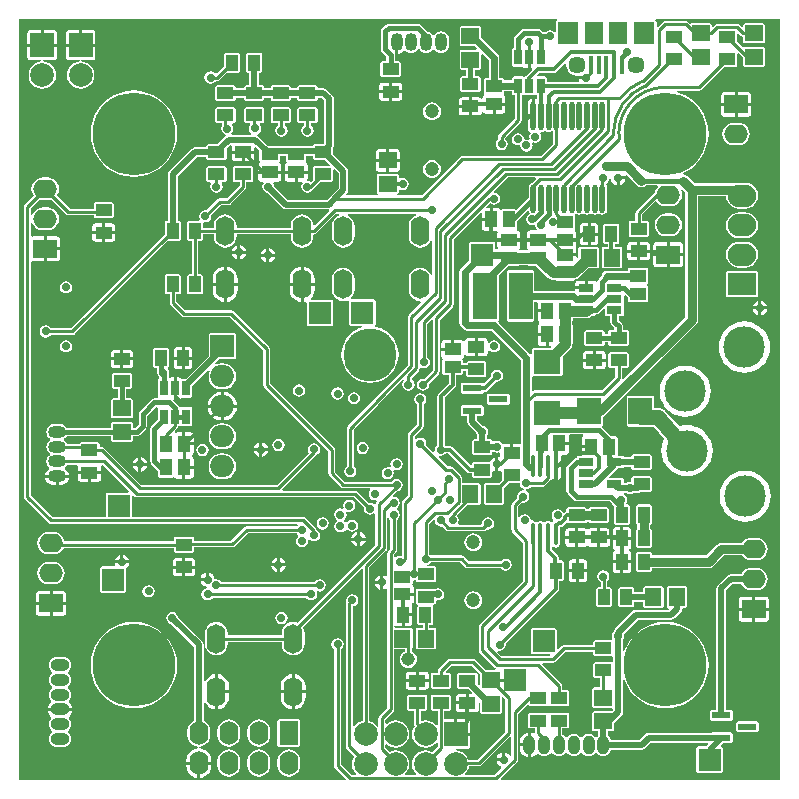
<source format=gtl>
G04*
G04 #@! TF.GenerationSoftware,Altium Limited,Altium Designer,19.1.1 (5)*
G04*
G04 Layer_Physical_Order=1*
G04 Layer_Color=255*
%FSLAX25Y25*%
%MOIN*%
G70*
G01*
G75*
%ADD11C,0.02362*%
%ADD12C,0.01000*%
%ADD17R,0.04000X0.05500*%
%ADD18R,0.05500X0.04000*%
%ADD19R,0.05512X0.04331*%
%ADD20R,0.04331X0.05512*%
%ADD21R,0.05512X0.05906*%
%ADD22R,0.05906X0.05512*%
%ADD23R,0.02756X0.05118*%
%ADD24R,0.06299X0.02362*%
%ADD25R,0.07087X0.07480*%
%ADD26R,0.05906X0.07480*%
%ADD27R,0.01575X0.06102*%
%ADD28O,0.01772X0.09449*%
%ADD29R,0.07874X0.09000*%
%ADD30R,0.07874X0.15748*%
%ADD31R,0.09000X0.07874*%
%ADD32O,0.01378X0.07874*%
%ADD33R,0.05118X0.02756*%
%ADD77C,0.01181*%
%ADD78C,0.01575*%
%ADD79C,0.02000*%
%ADD80C,0.01500*%
%ADD81C,0.03000*%
%ADD82C,0.05000*%
%ADD83C,0.04000*%
%ADD84C,0.03543*%
%ADD85C,0.01200*%
%ADD86C,0.01772*%
%ADD87C,0.07874*%
%ADD88R,0.07874X0.07874*%
%ADD89R,0.07480X0.07480*%
%ADD90R,0.07480X0.07480*%
%ADD91C,0.13780*%
%ADD92C,0.27559*%
%ADD93O,0.07874X0.06299*%
%ADD94R,0.07874X0.06299*%
%ADD95O,0.06299X0.09843*%
%ADD96O,0.05906X0.04134*%
%ADD97O,0.06299X0.07874*%
%ADD98R,0.06299X0.07874*%
%ADD99O,0.06299X0.04134*%
%ADD100O,0.09449X0.07480*%
%ADD101R,0.09449X0.07480*%
%ADD102O,0.04134X0.05906*%
%ADD103O,0.04331X0.06299*%
%ADD104C,0.05709*%
%ADD105C,0.04724*%
%ADD106O,0.04134X0.06299*%
%ADD107C,0.17717*%
%ADD108O,0.07874X0.07480*%
%ADD109R,0.07874X0.07480*%
%ADD110R,0.07874X0.07874*%
%ADD111C,0.02800*%
%ADD112C,0.04500*%
G36*
X141083Y214914D02*
X140879Y214829D01*
X140689Y214370D01*
Y211288D01*
X140359Y211147D01*
X140189Y211109D01*
X139560Y211530D01*
X138779Y211685D01*
X137999Y211530D01*
X137338Y211088D01*
X137319Y211060D01*
X136413D01*
X135843Y211630D01*
X135384Y211937D01*
X134843Y212045D01*
X129921D01*
X129380Y211937D01*
X128921Y211630D01*
X127149Y209858D01*
X126843Y209400D01*
X126735Y208858D01*
Y205752D01*
X126312Y205577D01*
X126122Y205118D01*
Y200000D01*
X126312Y199541D01*
X126772Y199351D01*
X129527D01*
X129696Y199421D01*
X129791Y199279D01*
X130122Y199058D01*
X130512Y198980D01*
X131390D01*
Y202559D01*
X132390D01*
Y198980D01*
X132580D01*
X132788Y198480D01*
X131031Y196724D01*
X130768Y196331D01*
X130766Y196319D01*
X130512D01*
X130053Y196128D01*
X129987Y196128D01*
X129527Y196319D01*
X126772D01*
X126312Y196128D01*
X126122Y195669D01*
Y194926D01*
X123484D01*
Y195079D01*
X123294Y195538D01*
X122835Y195728D01*
X121895D01*
Y202390D01*
X121756Y203085D01*
X121363Y203674D01*
X115807Y209230D01*
Y212402D01*
X115617Y212861D01*
X115157Y213051D01*
X109252D01*
X108793Y212861D01*
X108602Y212402D01*
Y206890D01*
X108793Y206431D01*
X109252Y206240D01*
X113660D01*
X114262Y205639D01*
X114070Y205177D01*
X109252D01*
X108793Y204987D01*
X108602Y204528D01*
Y199016D01*
X108793Y198557D01*
X109252Y198366D01*
X110790D01*
Y196310D01*
X109455D01*
X108995Y196120D01*
X108805Y195661D01*
Y191661D01*
X108995Y191201D01*
X109455Y191011D01*
X114955D01*
X115414Y191201D01*
X115604Y191661D01*
Y195661D01*
X115414Y196120D01*
X114955Y196310D01*
X113619D01*
Y198366D01*
X115157D01*
X115617Y198557D01*
X115807Y199016D01*
Y203441D01*
X116269Y203632D01*
X118263Y201638D01*
Y195728D01*
X117323D01*
X116864Y195538D01*
X116673Y195079D01*
Y190748D01*
X116755Y190552D01*
X116862Y190287D01*
X116604Y189895D01*
X116602Y189894D01*
X116381Y189563D01*
X116303Y189173D01*
Y188942D01*
X115803Y188791D01*
X115676Y188982D01*
X115345Y189203D01*
X114955Y189280D01*
X112705D01*
Y186261D01*
Y183241D01*
X114955D01*
X115345Y183319D01*
X115676Y183540D01*
X115897Y183870D01*
X115961Y184195D01*
X116153Y184279D01*
X116474Y184312D01*
X116602Y184122D01*
X116933Y183900D01*
X117323Y183823D01*
X119579D01*
Y187008D01*
X120079D01*
Y187508D01*
X123854D01*
Y189173D01*
X123777Y189563D01*
X123556Y189894D01*
X123554Y189895D01*
X123295Y190287D01*
X123403Y190552D01*
X123484Y190748D01*
Y191294D01*
X126122D01*
Y190551D01*
X126312Y190092D01*
X126772Y189902D01*
X127028D01*
Y182224D01*
X121807Y177003D01*
X121564Y176639D01*
X121478Y176210D01*
X121478Y176210D01*
Y175356D01*
X121158Y175142D01*
X120716Y174480D01*
X120561Y173700D01*
X120716Y172920D01*
X121158Y172258D01*
X121820Y171816D01*
X122600Y171661D01*
X123380Y171816D01*
X124042Y172258D01*
X124484Y172920D01*
X124639Y173700D01*
X124484Y174480D01*
X124042Y175142D01*
X123824Y175287D01*
X123790Y175813D01*
X128943Y180966D01*
X128943Y180966D01*
X129186Y181330D01*
X129271Y181759D01*
X129271Y181759D01*
Y189902D01*
X129527D01*
X129581Y189924D01*
X130020Y190080D01*
X130458Y189924D01*
X130512Y189902D01*
X133268D01*
X133321Y189924D01*
X133760Y190080D01*
X134198Y189924D01*
X134252Y189902D01*
X134416D01*
Y188875D01*
X133975Y188639D01*
X133905Y188686D01*
X133669Y188733D01*
Y183071D01*
X133169D01*
Y182571D01*
X131247D01*
Y179232D01*
X131393Y178497D01*
X131810Y177873D01*
X132344Y177515D01*
X131974Y176962D01*
X131819Y176181D01*
X131948Y175531D01*
X131859Y175388D01*
X131699Y175228D01*
X131555Y175138D01*
X130905Y175268D01*
X130602Y175207D01*
X130114Y175319D01*
X129959Y176099D01*
X129517Y176761D01*
X128855Y177203D01*
X128075Y177358D01*
X127294Y177203D01*
X126633Y176761D01*
X126191Y176099D01*
X126036Y175319D01*
X126191Y174539D01*
X126633Y173877D01*
X127294Y173435D01*
X128075Y173280D01*
X128379Y173340D01*
X128866Y173228D01*
X129022Y172448D01*
X129464Y171786D01*
X130125Y171344D01*
X130905Y171189D01*
X131686Y171344D01*
X132347Y171786D01*
X132790Y172448D01*
X132945Y173228D01*
X132815Y173878D01*
X132905Y174021D01*
X133065Y174181D01*
X133208Y174271D01*
X133858Y174142D01*
X134639Y174297D01*
X135300Y174739D01*
X135742Y175401D01*
X135898Y176181D01*
X135742Y176962D01*
X135555Y177242D01*
X135627Y177439D01*
X135826Y177737D01*
X136308Y177833D01*
X136672Y178076D01*
X137008Y178129D01*
X137344Y178076D01*
X137708Y177833D01*
X138287Y177717D01*
X138867Y177833D01*
X139225Y178072D01*
X139665Y177901D01*
X139725Y177850D01*
Y173791D01*
X135609Y169676D01*
X109499D01*
X109499Y169676D01*
X109070Y169590D01*
X108706Y169347D01*
X108706Y169347D01*
X95992Y156633D01*
X87953D01*
X87853Y157133D01*
X88058Y157218D01*
X88248Y157677D01*
Y158398D01*
X88689Y158634D01*
X88816Y158549D01*
X89596Y158394D01*
X90377Y158549D01*
X91038Y158991D01*
X91480Y159653D01*
X91636Y160433D01*
X91480Y161213D01*
X91038Y161875D01*
X90377Y162317D01*
X89596Y162472D01*
X88816Y162317D01*
X88689Y162232D01*
X88248Y162468D01*
Y163189D01*
X88058Y163648D01*
X87599Y163839D01*
X81693D01*
X81234Y163648D01*
X81043Y163189D01*
Y157677D01*
X81234Y157218D01*
X81438Y157133D01*
X81339Y156633D01*
X71011D01*
X70820Y157095D01*
X71035Y157311D01*
X71389Y157840D01*
X71513Y158465D01*
Y164607D01*
X71389Y165231D01*
X71035Y165761D01*
X66392Y170404D01*
Y172253D01*
X66468Y172367D01*
X66592Y172991D01*
Y188976D01*
X66468Y189601D01*
X66114Y190130D01*
X64383Y191861D01*
X63853Y192215D01*
X63229Y192339D01*
X61244D01*
Y192708D01*
X61054Y193167D01*
X60595Y193357D01*
X55095D01*
X54636Y193167D01*
X54445Y192708D01*
Y192339D01*
X52386D01*
Y192708D01*
X52196Y193167D01*
X51737Y193357D01*
X46237D01*
X45777Y193167D01*
X45587Y192708D01*
Y192339D01*
X43528D01*
Y192708D01*
X43338Y193167D01*
X42878Y193357D01*
X41749D01*
Y197388D01*
X42117D01*
X42577Y197578D01*
X42767Y198037D01*
Y203537D01*
X42577Y203997D01*
X42117Y204187D01*
X38117D01*
X37658Y203997D01*
X37468Y203537D01*
Y198037D01*
X37658Y197578D01*
X38117Y197388D01*
X38486D01*
Y193357D01*
X37378D01*
X36919Y193167D01*
X36729Y192708D01*
Y192339D01*
X33911D01*
Y192708D01*
X33721Y193167D01*
X33262Y193357D01*
X27762D01*
X27303Y193167D01*
X27112Y192708D01*
Y188708D01*
X27303Y188249D01*
X27762Y188058D01*
X33262D01*
X33721Y188249D01*
X33911Y188708D01*
Y189076D01*
X36729D01*
Y188708D01*
X36919Y188249D01*
X37378Y188058D01*
X42878D01*
X43338Y188249D01*
X43528Y188708D01*
Y189076D01*
X45587D01*
Y188708D01*
X45777Y188249D01*
X46237Y188058D01*
X51737D01*
X52196Y188249D01*
X52386Y188708D01*
Y189076D01*
X54445D01*
Y188708D01*
X54636Y188249D01*
X55095Y188058D01*
X60595D01*
X61054Y188249D01*
X61244Y188708D01*
Y189076D01*
X62553D01*
X63329Y188301D01*
Y173672D01*
X60242D01*
X59783Y173482D01*
X59593Y173023D01*
Y172891D01*
X57353D01*
X57349Y172900D01*
X56890Y173090D01*
X51378D01*
X50919Y172900D01*
X50915Y172891D01*
X48494D01*
X48491Y172900D01*
X48031Y173090D01*
X44768D01*
X41533Y176325D01*
X41243Y176519D01*
X41222Y176687D01*
X41290Y177089D01*
X41842Y177458D01*
X42284Y178120D01*
X42439Y178900D01*
X42284Y179680D01*
X41965Y180158D01*
X42200Y180658D01*
X42878D01*
X43338Y180849D01*
X43528Y181308D01*
Y185308D01*
X43338Y185767D01*
X42878Y185957D01*
X37378D01*
X36919Y185767D01*
X36729Y185308D01*
Y181308D01*
X36919Y180849D01*
X37378Y180658D01*
X38600D01*
X38835Y180158D01*
X38516Y179680D01*
X38361Y178900D01*
X38516Y178120D01*
X38958Y177458D01*
X39148Y177331D01*
X38996Y176831D01*
X32697D01*
X32545Y177331D01*
X32643Y177397D01*
X33085Y178058D01*
X33240Y178839D01*
X33085Y179619D01*
X32724Y180158D01*
X32908Y180658D01*
X33262D01*
X33721Y180849D01*
X33911Y181308D01*
Y185308D01*
X33721Y185767D01*
X33262Y185957D01*
X27762D01*
X27303Y185767D01*
X27112Y185308D01*
Y181308D01*
X27303Y180849D01*
X27762Y180658D01*
X29390D01*
Y179729D01*
X29317Y179619D01*
X29162Y178839D01*
X29317Y178058D01*
X29759Y177397D01*
X30420Y176955D01*
X30545Y176930D01*
X30651Y176399D01*
X30583Y176354D01*
X27901Y173672D01*
X24809D01*
X24350Y173482D01*
X24160Y173023D01*
Y172654D01*
X20432D01*
X20432Y172654D01*
X19808Y172530D01*
X19279Y172177D01*
X11879Y164776D01*
X11525Y164247D01*
X11401Y163623D01*
Y148084D01*
X11032D01*
X10573Y147894D01*
X10383Y147435D01*
Y143622D01*
X-20897Y112342D01*
X-27675D01*
X-27889Y112662D01*
X-28550Y113104D01*
X-29331Y113260D01*
X-30111Y113104D01*
X-30773Y112662D01*
X-31215Y112001D01*
X-31370Y111221D01*
X-31215Y110440D01*
X-30773Y109778D01*
X-30111Y109336D01*
X-29331Y109181D01*
X-28550Y109336D01*
X-27889Y109778D01*
X-27675Y110099D01*
X-20432D01*
X-20432Y110099D01*
X-20003Y110184D01*
X-19639Y110427D01*
X11219Y141286D01*
X15032D01*
X15492Y141476D01*
X15682Y141935D01*
Y147435D01*
X15492Y147894D01*
X15032Y148084D01*
X14664D01*
Y162947D01*
X21108Y169392D01*
X24160D01*
Y169023D01*
X24350Y168564D01*
X24809Y168373D01*
X30309D01*
X30768Y168564D01*
X30959Y169023D01*
Y172115D01*
X32206Y173362D01*
X32622Y173140D01*
X32657Y173069D01*
X32648Y173023D01*
Y171523D01*
X36417D01*
X40187D01*
Y172350D01*
X40687Y172557D01*
X41870Y171374D01*
Y168110D01*
X41952Y167914D01*
X42059Y167649D01*
X41801Y167258D01*
X41799Y167256D01*
X41578Y166926D01*
X41500Y166535D01*
Y164870D01*
X45276D01*
X49051D01*
Y166535D01*
X48974Y166926D01*
X48752Y167256D01*
X48751Y167258D01*
X48492Y167649D01*
X48600Y167914D01*
X48681Y168110D01*
Y169629D01*
X50728D01*
Y168110D01*
X50810Y167914D01*
X50918Y167649D01*
X50659Y167258D01*
X50657Y167256D01*
X50436Y166926D01*
X50358Y166535D01*
Y164870D01*
X54134D01*
X57909D01*
Y166535D01*
X57832Y166926D01*
X57611Y167256D01*
X57609Y167258D01*
X57350Y167649D01*
X57458Y167914D01*
X57539Y168110D01*
Y169629D01*
X59593D01*
Y169023D01*
X59783Y168564D01*
X60242Y168373D01*
X63809D01*
X65410Y166772D01*
X65202Y166272D01*
X60242D01*
X59783Y166082D01*
X59593Y165623D01*
Y161810D01*
X58931Y161148D01*
X58654Y161333D01*
X58175Y161428D01*
X57866Y161776D01*
X57861Y161962D01*
X57909Y162205D01*
Y163870D01*
X54634D01*
Y161185D01*
X56041D01*
X56295Y160685D01*
X55990Y160229D01*
X55835Y159449D01*
X55990Y158668D01*
X56432Y158007D01*
X57094Y157565D01*
X57874Y157410D01*
X58654Y157565D01*
X59316Y158007D01*
X59758Y158668D01*
X59791Y158836D01*
X61929Y160973D01*
X65742D01*
X66201Y161164D01*
X66392Y161623D01*
Y165083D01*
X66892Y165290D01*
X68251Y163931D01*
Y159140D01*
X66268Y157158D01*
X64285Y155175D01*
X51463D01*
X46855Y159783D01*
X46766Y160229D01*
X46461Y160685D01*
X46715Y161185D01*
X48031D01*
X48422Y161263D01*
X48752Y161484D01*
X48974Y161815D01*
X49051Y162205D01*
Y163870D01*
X45276D01*
X41500D01*
Y162205D01*
X41578Y161815D01*
X41799Y161484D01*
X42129Y161263D01*
X42520Y161185D01*
X43049D01*
X43303Y160685D01*
X42998Y160229D01*
X42843Y159449D01*
X42998Y158668D01*
X43440Y158007D01*
X44102Y157565D01*
X44548Y157476D01*
X49634Y152390D01*
X50163Y152036D01*
X50787Y151912D01*
X64961D01*
X64976Y151915D01*
X65223Y151454D01*
X60370Y146601D01*
X59842Y146781D01*
X59755Y147435D01*
X59378Y148348D01*
X58777Y149131D01*
X57993Y149732D01*
X57081Y150110D01*
X56102Y150239D01*
X55124Y150110D01*
X54211Y149732D01*
X53428Y149131D01*
X52827Y148348D01*
X52449Y147435D01*
X52320Y146457D01*
Y145807D01*
X34294D01*
Y146457D01*
X34165Y147435D01*
X33787Y148348D01*
X33186Y149131D01*
X32403Y149732D01*
X31491Y150110D01*
X30512Y150239D01*
X29533Y150110D01*
X28621Y149732D01*
X27837Y149131D01*
X27237Y148348D01*
X26859Y147435D01*
X26730Y146457D01*
Y145807D01*
X23082D01*
Y147204D01*
X23459Y147588D01*
X23544Y147622D01*
X23819Y147567D01*
X24599Y147722D01*
X25261Y148164D01*
X25703Y148826D01*
X25858Y149606D01*
X25783Y149984D01*
X29205Y153406D01*
X31496D01*
X31496Y153406D01*
X31925Y153491D01*
X32289Y153735D01*
X37210Y158656D01*
X37210Y158656D01*
X37453Y159019D01*
X37539Y159449D01*
X37539Y159449D01*
Y160973D01*
X39167D01*
X39627Y161164D01*
X39817Y161623D01*
Y165623D01*
X39627Y166082D01*
X39167Y166272D01*
X33667D01*
X33208Y166082D01*
X33018Y165623D01*
Y161623D01*
X33208Y161164D01*
X33667Y160973D01*
X35296D01*
Y159913D01*
X31032Y155649D01*
X28740D01*
X28311Y155564D01*
X27947Y155321D01*
X27947Y155321D01*
X24197Y151570D01*
X23819Y151646D01*
X23039Y151490D01*
X22377Y151048D01*
X21935Y150387D01*
X21780Y149606D01*
X21935Y148826D01*
X22096Y148584D01*
X21829Y148084D01*
X18432D01*
X17973Y147894D01*
X17783Y147435D01*
Y141935D01*
X17973Y141476D01*
X18432Y141286D01*
X19311D01*
Y130368D01*
X18432D01*
X17973Y130178D01*
X17783Y129718D01*
Y124218D01*
X17973Y123759D01*
X18432Y123569D01*
X22432D01*
X22892Y123759D01*
X23082Y124218D01*
Y129718D01*
X22892Y130178D01*
X22432Y130368D01*
X21554D01*
Y141286D01*
X22432D01*
X22892Y141476D01*
X23082Y141935D01*
Y143563D01*
X26730D01*
Y142913D01*
X26859Y141934D01*
X27237Y141022D01*
X27837Y140239D01*
X28621Y139638D01*
X29533Y139260D01*
X30512Y139131D01*
X31491Y139260D01*
X32403Y139638D01*
X33186Y140239D01*
X33787Y141022D01*
X34165Y141934D01*
X34294Y142913D01*
Y143563D01*
X52320D01*
Y142913D01*
X52449Y141934D01*
X52827Y141022D01*
X53428Y140239D01*
X54211Y139638D01*
X55124Y139260D01*
X56102Y139131D01*
X57081Y139260D01*
X57993Y139638D01*
X58777Y140239D01*
X59378Y141022D01*
X59755Y141934D01*
X59884Y142913D01*
Y143111D01*
X60039Y143563D01*
X60469Y143649D01*
X60832Y143892D01*
X67394Y150453D01*
X68426D01*
X68525Y149953D01*
X67991Y149732D01*
X67208Y149131D01*
X66607Y148348D01*
X66229Y147435D01*
X66100Y146457D01*
Y142913D01*
X66229Y141934D01*
X66607Y141022D01*
X67208Y140239D01*
X67991Y139638D01*
X68903Y139260D01*
X69882Y139131D01*
X70861Y139260D01*
X71773Y139638D01*
X72556Y140239D01*
X73157Y141022D01*
X73535Y141934D01*
X73664Y142913D01*
Y146457D01*
X73535Y147435D01*
X73157Y148348D01*
X72556Y149131D01*
X71773Y149732D01*
X71238Y149953D01*
X71338Y150453D01*
X94016D01*
X94116Y149953D01*
X93581Y149732D01*
X92798Y149131D01*
X92197Y148348D01*
X91819Y147435D01*
X91691Y146457D01*
Y142913D01*
X91819Y141934D01*
X92197Y141022D01*
X92798Y140239D01*
X93581Y139638D01*
X94494Y139260D01*
X95473Y139131D01*
X96451Y139260D01*
X97364Y139638D01*
X98147Y140239D01*
X98748Y141022D01*
X98978Y141579D01*
X99478Y141480D01*
Y130174D01*
X98978Y130074D01*
X98748Y130631D01*
X98147Y131414D01*
X97364Y132016D01*
X96451Y132393D01*
X95473Y132522D01*
X94494Y132393D01*
X93581Y132016D01*
X92798Y131414D01*
X92197Y130631D01*
X91819Y129719D01*
X91691Y128740D01*
Y125197D01*
X91819Y124218D01*
X92197Y123306D01*
X92798Y122523D01*
X93581Y121922D01*
X94494Y121544D01*
X95473Y121415D01*
X95572Y121428D01*
X95793Y120980D01*
X91607Y116793D01*
X91364Y116429D01*
X91278Y116000D01*
X91278Y116000D01*
Y100094D01*
X71353Y79563D01*
X71238Y79387D01*
X71122Y79211D01*
X71120Y79203D01*
X71115Y79196D01*
X71077Y78988D01*
X71036Y78782D01*
Y66278D01*
X70716Y66064D01*
X70274Y65403D01*
X70118Y64622D01*
X70274Y63842D01*
X70716Y63180D01*
X71377Y62738D01*
X72158Y62583D01*
X72938Y62738D01*
X73600Y63180D01*
X74042Y63842D01*
X74197Y64622D01*
X74042Y65403D01*
X73600Y66064D01*
X73279Y66278D01*
Y78327D01*
X89559Y95101D01*
X90090Y94964D01*
X90073Y94915D01*
X89652Y94284D01*
X89496Y93504D01*
X89652Y92724D01*
X90093Y92062D01*
X90755Y91620D01*
X91535Y91465D01*
X92316Y91620D01*
X92977Y92062D01*
X93419Y92724D01*
X93575Y93504D01*
X93419Y94284D01*
X92977Y94946D01*
X92657Y95160D01*
Y95782D01*
X94993Y98118D01*
X94993Y98118D01*
X95236Y98482D01*
X95322Y98911D01*
X95322Y98911D01*
Y99044D01*
X95822Y99312D01*
X95998Y99194D01*
X96778Y99039D01*
X97558Y99194D01*
X98220Y99636D01*
X98662Y100298D01*
X98817Y101078D01*
X98662Y101858D01*
X98220Y102520D01*
X97900Y102734D01*
Y113789D01*
X99264Y115153D01*
X99726Y114962D01*
Y98359D01*
X96835Y95468D01*
X96457Y95543D01*
X95676Y95388D01*
X95015Y94946D01*
X94573Y94284D01*
X94418Y93504D01*
X94573Y92724D01*
X95015Y92062D01*
X95676Y91620D01*
X96457Y91465D01*
X97237Y91620D01*
X97899Y92062D01*
X98341Y92724D01*
X98496Y93504D01*
X98421Y93882D01*
X101641Y97102D01*
X101641Y97102D01*
X101884Y97466D01*
X101969Y97895D01*
Y115202D01*
X106293Y119526D01*
X106536Y119890D01*
X106622Y120319D01*
X106622Y120320D01*
Y141989D01*
X115448Y150815D01*
X115910Y150623D01*
Y149122D01*
X118595D01*
Y152398D01*
X117684D01*
X117492Y152859D01*
X118676Y154043D01*
X119298Y153628D01*
X120079Y153473D01*
X120859Y153628D01*
X121521Y154070D01*
X121963Y154731D01*
X122118Y155512D01*
X121963Y156292D01*
X121521Y156954D01*
X120859Y157396D01*
X120209Y157525D01*
X119979Y158002D01*
X124610Y162633D01*
X133819D01*
X134010Y162171D01*
X132588Y160749D01*
X132098Y160422D01*
X131770Y159930D01*
X131654Y159350D01*
Y155997D01*
X127532Y151875D01*
X127165Y152027D01*
X122835D01*
X122638Y151946D01*
X122374Y151838D01*
X121982Y152097D01*
X121981Y152099D01*
X121650Y152320D01*
X121260Y152398D01*
X119595D01*
Y148622D01*
Y144847D01*
X121074D01*
X121331Y144457D01*
X121349Y144358D01*
X121302Y144288D01*
X121224Y143898D01*
Y142232D01*
X128776D01*
Y143898D01*
X128698Y144288D01*
X128477Y144619D01*
X128146Y144840D01*
X127756Y144917D01*
X127749D01*
X127625Y145407D01*
X127815Y145866D01*
Y148157D01*
X131176Y151517D01*
X131718Y151353D01*
X131770Y151093D01*
X131884Y150922D01*
X132062Y150568D01*
X131757Y150281D01*
X131432Y150064D01*
X130990Y149402D01*
X130835Y148622D01*
X130990Y147842D01*
X131432Y147180D01*
X132094Y146738D01*
X132874Y146583D01*
X133313Y146670D01*
X133693Y146657D01*
X133856Y146307D01*
X133943Y145873D01*
X134248Y145417D01*
X133994Y144917D01*
X132087D01*
X131696Y144840D01*
X131366Y144619D01*
X131145Y144288D01*
X131067Y143898D01*
Y142232D01*
X134843D01*
Y141232D01*
X131067D01*
Y139567D01*
X131145Y139177D01*
X131366Y138846D01*
X131368Y138845D01*
X131459Y138706D01*
X131277Y138245D01*
X128565D01*
X128383Y138706D01*
X128475Y138845D01*
X128477Y138846D01*
X128698Y139177D01*
X128776Y139567D01*
Y141232D01*
X121224D01*
Y139567D01*
X121302Y139177D01*
X121335Y139127D01*
X121068Y138627D01*
X120531D01*
Y140551D01*
X120341Y141010D01*
X119882Y141201D01*
X112402D01*
X111942Y141010D01*
X111752Y140551D01*
Y134990D01*
X109016Y132253D01*
X108622Y131664D01*
X108484Y130969D01*
Y114200D01*
X108622Y113505D01*
X109016Y112916D01*
X109916Y112016D01*
X110505Y111622D01*
X111200Y111484D01*
X119216D01*
X129089Y101610D01*
Y87598D01*
Y73940D01*
X128734Y73649D01*
X126484D01*
Y70629D01*
X125484D01*
Y73649D01*
X123234D01*
X122951Y73593D01*
X122947Y73615D01*
X122505Y74277D01*
X121843Y74719D01*
X121063Y74874D01*
X120283Y74719D01*
X120041Y74557D01*
X119927Y74567D01*
X119468Y74775D01*
X119351Y75057D01*
X118892Y75247D01*
X117773D01*
Y76597D01*
X118026Y76976D01*
X118181Y77756D01*
X118026Y78536D01*
X117584Y79198D01*
X116922Y79640D01*
X116476Y79729D01*
X114427Y81778D01*
Y83012D01*
X115945D01*
X116404Y83202D01*
X116594Y83662D01*
Y86024D01*
X116404Y86483D01*
X115945Y86673D01*
X109646D01*
X109186Y86483D01*
X108996Y86024D01*
Y83662D01*
X109186Y83202D01*
X109646Y83012D01*
X111164D01*
Y81102D01*
X111288Y80478D01*
X111642Y79949D01*
X114169Y77421D01*
X114258Y76976D01*
X114510Y76597D01*
Y75247D01*
X113392D01*
X112933Y75057D01*
X112742Y74598D01*
Y70598D01*
X112933Y70138D01*
X113392Y69948D01*
X118892D01*
X119351Y70138D01*
X119541Y70598D01*
Y70966D01*
X120259D01*
X120283Y70951D01*
X121063Y70796D01*
X121715Y70925D01*
X122215Y70643D01*
Y69602D01*
X121715Y69247D01*
X121563Y69277D01*
Y66929D01*
Y64582D01*
X121999Y64668D01*
X122144Y64765D01*
X122585Y64529D01*
Y61546D01*
X121727Y60689D01*
X117323D01*
X116864Y60499D01*
X116673Y60039D01*
Y54134D01*
X116864Y53675D01*
X117323Y53484D01*
X122835D01*
X123294Y53675D01*
X123484Y54134D01*
Y59012D01*
X125051Y60580D01*
X128699D01*
X128850Y59820D01*
X129292Y59158D01*
X129954Y58716D01*
X129851Y58229D01*
X129800Y58239D01*
X129020Y58084D01*
X128358Y57642D01*
X127916Y56980D01*
X127761Y56200D01*
X127836Y55822D01*
X126175Y54162D01*
X125932Y53798D01*
X125847Y53369D01*
X125847Y53368D01*
Y45276D01*
X125847Y45276D01*
X125932Y44846D01*
X126175Y44482D01*
X129784Y40874D01*
Y28170D01*
X115349Y13735D01*
X115105Y13371D01*
X115020Y12942D01*
X115020Y12942D01*
Y4921D01*
X115020Y4921D01*
X115105Y4492D01*
X115349Y4128D01*
X120270Y-793D01*
X120270Y-793D01*
X120604Y-1016D01*
X120609Y-1053D01*
X120348Y-1516D01*
X117275D01*
X113982Y1777D01*
X113618Y2020D01*
X113189Y2106D01*
X113189Y2106D01*
X105315D01*
X104886Y2020D01*
X104522Y1777D01*
X104522Y1777D01*
X101569Y-1175D01*
X101326Y-1539D01*
X101241Y-1969D01*
X101241Y-1969D01*
Y-2509D01*
X99612D01*
X99153Y-2699D01*
X98963Y-3158D01*
Y-7158D01*
X99153Y-7617D01*
X99612Y-7808D01*
X105112D01*
X105571Y-7617D01*
X105762Y-7158D01*
Y-3158D01*
X105571Y-2699D01*
X105112Y-2509D01*
X104115D01*
X103908Y-2009D01*
X105780Y-137D01*
X112724D01*
X115492Y-2905D01*
Y-6470D01*
X115030Y-6661D01*
X114620Y-6251D01*
Y-3158D01*
X114430Y-2699D01*
X113970Y-2509D01*
X108470D01*
X108011Y-2699D01*
X107821Y-3158D01*
Y-7158D01*
X108011Y-7617D01*
X108470Y-7808D01*
X111563D01*
X112832Y-9077D01*
X112641Y-9539D01*
X111721D01*
Y-12558D01*
Y-15578D01*
X113970D01*
X114361Y-15500D01*
X114691Y-15279D01*
X114912Y-14948D01*
X114990Y-14558D01*
Y-12487D01*
X115490Y-12220D01*
X115492Y-12221D01*
Y-15551D01*
X115683Y-16010D01*
X116142Y-16201D01*
X122047D01*
X122506Y-16010D01*
X122697Y-15551D01*
Y-10763D01*
X123159Y-10571D01*
X123878Y-11291D01*
Y-22173D01*
X114535Y-31516D01*
X111552D01*
X111207Y-30684D01*
X110480Y-29737D01*
X109532Y-29009D01*
X108428Y-28552D01*
X107493Y-28429D01*
X107526Y-27929D01*
X111181D01*
X111571Y-27851D01*
X111902Y-27630D01*
X112123Y-27300D01*
X112201Y-26910D01*
Y-23472D01*
X107244D01*
Y-22973D01*
X106744D01*
Y-18016D01*
X103484D01*
Y-15208D01*
X105112D01*
X105571Y-15018D01*
X105762Y-14558D01*
Y-10558D01*
X105571Y-10099D01*
X105112Y-9909D01*
X99612D01*
X99153Y-10099D01*
X98963Y-10558D01*
Y-14558D01*
X99153Y-15018D01*
X99612Y-15208D01*
X101241D01*
Y-19907D01*
X100741Y-20076D01*
X100480Y-19737D01*
X99532Y-19009D01*
X98428Y-18552D01*
X97244Y-18396D01*
X96110Y-18546D01*
X95946Y-18513D01*
X95610Y-18289D01*
Y-15208D01*
X97238D01*
X97697Y-15018D01*
X97888Y-14558D01*
Y-10558D01*
X97697Y-10099D01*
X97238Y-9909D01*
X91738D01*
X91279Y-10099D01*
X91089Y-10558D01*
Y-14558D01*
X91279Y-15018D01*
X91738Y-15208D01*
X93367D01*
Y-19685D01*
X93367Y-19685D01*
X93452Y-20114D01*
X93576Y-20300D01*
X93281Y-20684D01*
X92824Y-21788D01*
X92668Y-22973D01*
X92824Y-24157D01*
X93281Y-25260D01*
X94008Y-26208D01*
X94956Y-26935D01*
X96060Y-27393D01*
X97244Y-27549D01*
X98428Y-27393D01*
X99532Y-26935D01*
X100480Y-26208D01*
X100741Y-25868D01*
X101241Y-26038D01*
Y-27252D01*
X99497Y-28995D01*
X98428Y-28552D01*
X97244Y-28396D01*
X96060Y-28552D01*
X94956Y-29009D01*
X94008Y-29737D01*
X93281Y-30684D01*
X92824Y-31788D01*
X92668Y-32972D01*
X92824Y-34157D01*
X93281Y-35260D01*
X93962Y-36149D01*
X93847Y-36648D01*
X90641D01*
X90526Y-36149D01*
X91207Y-35260D01*
X91664Y-34157D01*
X91820Y-32972D01*
X91664Y-31788D01*
X91207Y-30684D01*
X90480Y-29737D01*
X89532Y-29009D01*
X88428Y-28552D01*
X87244Y-28396D01*
X86060Y-28552D01*
X85269Y-28880D01*
X83799Y-27409D01*
Y-26678D01*
X84299Y-26431D01*
X84956Y-26935D01*
X86060Y-27393D01*
X87244Y-27549D01*
X88428Y-27393D01*
X89532Y-26935D01*
X90480Y-26208D01*
X91207Y-25260D01*
X91664Y-24157D01*
X91820Y-22973D01*
X91664Y-21788D01*
X91207Y-20684D01*
X90480Y-19737D01*
X89532Y-19009D01*
X88428Y-18552D01*
X87244Y-18396D01*
X86060Y-18552D01*
X84956Y-19009D01*
X84299Y-19514D01*
X83799Y-19267D01*
Y-18181D01*
X86423Y-15557D01*
X86423Y-15557D01*
X86666Y-15193D01*
X86752Y-14764D01*
X86752Y-14764D01*
Y5216D01*
X86811Y5256D01*
X90414D01*
Y4589D01*
X90098Y4458D01*
X89503Y4001D01*
X89046Y3406D01*
X88759Y2712D01*
X88661Y1969D01*
X88759Y1225D01*
X89046Y531D01*
X89503Y-64D01*
X90098Y-521D01*
X90791Y-808D01*
X91535Y-906D01*
X92279Y-808D01*
X92973Y-521D01*
X93568Y-64D01*
X94025Y531D01*
X94312Y1225D01*
X94410Y1969D01*
X94312Y2712D01*
X94025Y3406D01*
X93568Y4001D01*
X92973Y4458D01*
X92657Y4589D01*
Y5395D01*
X92782Y5446D01*
X92972Y5906D01*
Y11811D01*
X92782Y12270D01*
X92323Y12461D01*
X87304D01*
X86822Y12957D01*
X87252Y13149D01*
X87414Y13040D01*
X87804Y12963D01*
X89304D01*
Y16732D01*
X89804D01*
Y17232D01*
X92823D01*
Y19482D01*
X92746Y19873D01*
X92664Y19995D01*
X92706Y20437D01*
X92823Y20588D01*
X93044Y20736D01*
X93265Y21067D01*
X93342Y21457D01*
Y23122D01*
X89567D01*
Y24122D01*
X93342D01*
Y25787D01*
X93265Y26178D01*
X93044Y26508D01*
X93042Y26510D01*
X92783Y26901D01*
X92891Y27166D01*
X92972Y27362D01*
Y28184D01*
X93359Y28501D01*
X93504Y28473D01*
X93743Y28520D01*
X94042Y28275D01*
X94232Y27816D01*
X94691Y27625D01*
X100191D01*
X100650Y27816D01*
X100840Y28275D01*
Y32275D01*
X100650Y32734D01*
X100191Y32924D01*
X97643D01*
X97593Y33424D01*
X98221Y33549D01*
X98883Y33991D01*
X99097Y34312D01*
X108787D01*
X110427Y32671D01*
X110791Y32428D01*
X111221Y32343D01*
X111221Y32343D01*
X122360D01*
X122574Y32023D01*
X123235Y31581D01*
X124016Y31425D01*
X124796Y31581D01*
X125458Y32023D01*
X125900Y32684D01*
X126055Y33465D01*
X125900Y34245D01*
X125458Y34907D01*
X124796Y35348D01*
X124016Y35504D01*
X123235Y35348D01*
X122574Y34907D01*
X122360Y34586D01*
X111685D01*
X110045Y36226D01*
X109681Y36469D01*
X109252Y36555D01*
X109252Y36555D01*
X99097D01*
X98883Y36875D01*
X98563Y37089D01*
Y47190D01*
X99866Y48493D01*
X100327Y48247D01*
X100323Y48228D01*
X100478Y47448D01*
X100920Y46786D01*
X101582Y46344D01*
X102362Y46189D01*
X102740Y46264D01*
X104097Y44907D01*
X104097Y44907D01*
X104461Y44664D01*
X104891Y44578D01*
X104891Y44578D01*
X116566D01*
X116566Y44578D01*
X116995Y44664D01*
X117359Y44907D01*
X117732Y45280D01*
X118110Y45205D01*
X118890Y45360D01*
X119552Y45802D01*
X119994Y46464D01*
X120149Y47244D01*
X119994Y48024D01*
X119552Y48686D01*
X118890Y49128D01*
X118110Y49283D01*
X117330Y49128D01*
X116668Y48686D01*
X116226Y48024D01*
X116071Y47244D01*
X115645Y46822D01*
X108295D01*
X108059Y47262D01*
X108183Y47448D01*
X108338Y48228D01*
X108183Y49009D01*
X107741Y49670D01*
X107707Y50018D01*
X111173Y53484D01*
X114961D01*
X115420Y53675D01*
X115610Y54134D01*
Y60039D01*
X115420Y60499D01*
X114961Y60689D01*
X109449D01*
X109389Y60729D01*
Y62418D01*
X109389Y62418D01*
X109304Y62847D01*
X109061Y63211D01*
X109061Y63211D01*
X106378Y65893D01*
X106015Y66136D01*
X105585Y66222D01*
X105585Y66222D01*
X104656D01*
X101490Y69387D01*
X101509Y69481D01*
X102083Y69867D01*
X102362Y69811D01*
X103143Y69966D01*
X103804Y70408D01*
X103956Y70636D01*
X104812D01*
X111109Y64339D01*
X111109Y64339D01*
X111503Y64076D01*
X111968Y63984D01*
X112742D01*
Y63198D01*
X112933Y62738D01*
X113392Y62548D01*
X118892D01*
X119351Y62738D01*
X119541Y63198D01*
Y64529D01*
X119982Y64765D01*
X120127Y64668D01*
X120563Y64582D01*
Y66929D01*
Y69277D01*
X120127Y69190D01*
X119333Y68659D01*
X118802Y67866D01*
X118799Y67847D01*
X113392D01*
X112933Y67657D01*
X112742Y67198D01*
Y66847D01*
X112242Y66640D01*
X106173Y72709D01*
X105780Y72972D01*
X105315Y73064D01*
X105315Y73064D01*
X103956D01*
X103804Y73292D01*
X103576Y73445D01*
Y89064D01*
X107158Y92646D01*
X107158Y92646D01*
X107421Y93039D01*
X107513Y93504D01*
X107513Y93504D01*
Y96595D01*
X109055D01*
X109514Y96785D01*
X109705Y97244D01*
Y98196D01*
X110774D01*
Y96662D01*
X110964Y96203D01*
X111423Y96013D01*
X116923D01*
X117382Y96203D01*
X117573Y96662D01*
Y100662D01*
X117382Y101121D01*
X116923Y101312D01*
X111423D01*
X110964Y101121D01*
X110774Y100662D01*
Y100623D01*
X109705D01*
Y101575D01*
X109623Y101771D01*
X109515Y102036D01*
X109774Y102427D01*
X109776Y102429D01*
X109997Y102759D01*
X110075Y103150D01*
Y103381D01*
X110575Y103532D01*
X110702Y103341D01*
X111033Y103120D01*
X111423Y103043D01*
X113673D01*
Y106062D01*
Y109082D01*
X111423D01*
X111033Y109004D01*
X110702Y108783D01*
X110481Y108452D01*
X110417Y108128D01*
X110225Y108044D01*
X109904Y108010D01*
X109776Y108201D01*
X109445Y108422D01*
X109055Y108500D01*
X106799D01*
Y105315D01*
X106299D01*
Y104815D01*
X102524D01*
Y103150D01*
X102601Y102759D01*
X102822Y102429D01*
X102824Y102427D01*
X103083Y102036D01*
X102975Y101771D01*
X102894Y101575D01*
Y97244D01*
X103084Y96785D01*
X103543Y96595D01*
X105085D01*
Y94007D01*
X101504Y90425D01*
X101241Y90031D01*
X101148Y89567D01*
X101148Y89567D01*
Y73445D01*
X100920Y73292D01*
X100478Y72631D01*
X100323Y71850D01*
X100379Y71572D01*
X99993Y70997D01*
X99899Y70978D01*
X97436Y73441D01*
X97512Y73819D01*
X97356Y74599D01*
X96914Y75261D01*
X96253Y75703D01*
X95472Y75858D01*
X94692Y75703D01*
X94141Y75335D01*
X93641Y75510D01*
Y76307D01*
X96266Y78931D01*
X96266Y78931D01*
X96509Y79295D01*
X96594Y79724D01*
X96594Y79725D01*
Y86927D01*
X96914Y87141D01*
X97356Y87802D01*
X97512Y88583D01*
X97356Y89363D01*
X96914Y90025D01*
X96253Y90467D01*
X95472Y90622D01*
X94692Y90467D01*
X94030Y90025D01*
X93589Y89363D01*
X93433Y88583D01*
X93589Y87802D01*
X94030Y87141D01*
X94351Y86927D01*
Y80189D01*
X91727Y77565D01*
X91483Y77201D01*
X91398Y76772D01*
X91398Y76772D01*
Y56567D01*
X89758Y54927D01*
X89515Y54563D01*
X89430Y54134D01*
X89430Y54134D01*
Y36829D01*
X88930Y36419D01*
X88582Y36488D01*
X87802Y36333D01*
X87252Y35965D01*
X86752Y36140D01*
Y36937D01*
X87407Y37593D01*
X87650Y37957D01*
X87736Y38386D01*
X87736Y38386D01*
Y48541D01*
X88056Y48755D01*
X88498Y49417D01*
X88653Y50197D01*
X88498Y50977D01*
X88056Y51639D01*
X87718Y51865D01*
Y52466D01*
X88056Y52692D01*
X88498Y53353D01*
X88653Y54134D01*
X88498Y54914D01*
X88056Y55576D01*
X87394Y56018D01*
X86614Y56173D01*
X86568Y56164D01*
X86321Y56625D01*
X87721Y58025D01*
X88379Y58155D01*
X89040Y58597D01*
X89482Y59259D01*
X89638Y60039D01*
X89482Y60820D01*
X89040Y61481D01*
X88379Y61923D01*
X87598Y62078D01*
X86818Y61923D01*
X86156Y61481D01*
X85942Y61161D01*
X70346D01*
X67066Y64441D01*
Y71850D01*
X67066Y71850D01*
X66981Y72280D01*
X66738Y72643D01*
X45413Y93968D01*
Y105315D01*
X45327Y105744D01*
X45084Y106108D01*
X45084Y106108D01*
X33273Y117919D01*
X32910Y118162D01*
X32480Y118247D01*
X32480Y118247D01*
X17197D01*
X14154Y121291D01*
Y123569D01*
X15032D01*
X15492Y123759D01*
X15682Y124218D01*
Y129718D01*
X15492Y130178D01*
X15032Y130368D01*
X11032D01*
X10573Y130178D01*
X10383Y129718D01*
Y124218D01*
X10573Y123759D01*
X11032Y123569D01*
X11911D01*
Y120826D01*
X11911Y120826D01*
X11996Y120397D01*
X12239Y120033D01*
X15939Y116333D01*
X15939Y116333D01*
X16303Y116090D01*
X16732Y116004D01*
X16732Y116004D01*
X32016D01*
X43170Y104850D01*
Y93504D01*
X43170Y93504D01*
X43255Y93075D01*
X43498Y92711D01*
X64823Y71386D01*
Y63976D01*
X64823Y63976D01*
X64909Y63547D01*
X65152Y63183D01*
X69089Y59246D01*
X69089Y59246D01*
X69453Y59003D01*
X69882Y58918D01*
X78670D01*
X78814Y58554D01*
X78842Y58418D01*
X78416Y57780D01*
X78261Y57000D01*
X78416Y56220D01*
X78858Y55558D01*
X79520Y55116D01*
X80300Y54961D01*
X80897Y55080D01*
X81143Y54619D01*
X80900Y54375D01*
X80657Y54011D01*
X80624Y53846D01*
X80464Y53760D01*
X80082Y53674D01*
X79520Y54049D01*
X78740Y54204D01*
X78362Y54129D01*
X74612Y57880D01*
X74248Y58123D01*
X73819Y58208D01*
X73819Y58208D01*
X49675D01*
X49468Y58708D01*
X60749Y69990D01*
X60880Y70016D01*
X61542Y70458D01*
X61984Y71120D01*
X62139Y71900D01*
X61984Y72680D01*
X61542Y73342D01*
X60880Y73784D01*
X60100Y73939D01*
X59320Y73784D01*
X58658Y73342D01*
X58216Y72680D01*
X58061Y71900D01*
X58216Y71120D01*
X58413Y70825D01*
X47764Y60177D01*
X2433D01*
X-9797Y72406D01*
X-10160Y72650D01*
X-10590Y72735D01*
X-10590Y72735D01*
X-11364D01*
Y73613D01*
X-11555Y74073D01*
X-12014Y74263D01*
X-17514D01*
X-17973Y74073D01*
X-18119Y73719D01*
X-22184D01*
X-22375Y74180D01*
X-22803Y74737D01*
X-23138Y74994D01*
X-23151Y75019D01*
Y75572D01*
X-23138Y75596D01*
X-22803Y75854D01*
X-22399Y76380D01*
X-7539D01*
Y75000D01*
X-7349Y74541D01*
X-6890Y74351D01*
X-984D01*
X-525Y74541D01*
X-335Y75000D01*
Y76379D01*
X984D01*
X1511Y76484D01*
X1957Y76783D01*
X3926Y78751D01*
X4224Y79198D01*
X4329Y79724D01*
Y83091D01*
X7418Y86181D01*
X7893Y86137D01*
X8128Y85713D01*
X8012Y85433D01*
Y81863D01*
X5889Y79740D01*
X5583Y79282D01*
X5475Y78740D01*
Y67913D01*
X5583Y67372D01*
X5889Y66913D01*
X7858Y64945D01*
X8012Y64842D01*
Y63189D01*
X8202Y62730D01*
X8661Y62539D01*
X12992D01*
X13188Y62621D01*
X13453Y62729D01*
X13845Y62470D01*
X13846Y62468D01*
X14177Y62247D01*
X14567Y62169D01*
X16232D01*
Y65945D01*
X16732D01*
Y66445D01*
X19917D01*
Y68701D01*
X19840Y69091D01*
X19619Y69422D01*
X19324Y69618D01*
X19295Y69882D01*
X19324Y70145D01*
X19619Y70342D01*
X19840Y70673D01*
X19917Y71063D01*
Y73319D01*
X16732D01*
Y73819D01*
X16232D01*
Y77594D01*
X14567D01*
X14177Y77517D01*
X13846Y77296D01*
X13842Y77295D01*
X13705Y77357D01*
X13596Y77955D01*
X14573Y78931D01*
X14573Y78931D01*
X14816Y79295D01*
X14889Y79665D01*
X15157D01*
X15211Y79688D01*
X15650Y79844D01*
X16088Y79688D01*
X16142Y79665D01*
X18898D01*
X19357Y79856D01*
X19547Y80315D01*
Y85433D01*
X19357Y85892D01*
X18898Y86082D01*
X16142D01*
X16088Y86060D01*
X15650Y85904D01*
X15211Y86060D01*
X15157Y86082D01*
X15066D01*
X15051Y86157D01*
X14753Y86603D01*
X13112Y88244D01*
X13280Y88649D01*
Y92323D01*
Y95901D01*
X12402D01*
X12011Y95824D01*
X11663Y96192D01*
X11601Y96473D01*
X11727Y96661D01*
X11882Y97441D01*
X11727Y98221D01*
X11485Y98583D01*
X11554Y99153D01*
X11745Y99612D01*
Y105112D01*
X11554Y105571D01*
X11095Y105762D01*
X7095D01*
X6636Y105571D01*
X6446Y105112D01*
Y99612D01*
X6636Y99153D01*
X7095Y98963D01*
X7719D01*
Y98188D01*
X7824Y97661D01*
X7842Y97634D01*
X7803Y97441D01*
X7959Y96661D01*
X8401Y95999D01*
X8433Y95978D01*
X8377Y95413D01*
X8202Y95341D01*
X8012Y94882D01*
Y89764D01*
X8132Y89475D01*
X7879Y88975D01*
X6890D01*
X6363Y88870D01*
X5917Y88572D01*
X1980Y84635D01*
X1681Y84188D01*
X1576Y83661D01*
Y80295D01*
X414Y79132D01*
X-335D01*
Y80512D01*
X-525Y80971D01*
X-984Y81161D01*
X-6890D01*
X-7349Y80971D01*
X-7539Y80512D01*
Y79132D01*
X-22399D01*
X-22803Y79658D01*
X-23360Y80085D01*
X-24008Y80354D01*
X-24705Y80446D01*
X-26476D01*
X-27172Y80354D01*
X-27821Y80085D01*
X-28378Y79658D01*
X-28806Y79101D01*
X-29075Y78452D01*
X-29166Y77756D01*
X-29075Y77060D01*
X-28806Y76411D01*
X-28378Y75854D01*
X-28043Y75596D01*
X-28030Y75572D01*
Y75019D01*
X-28043Y74994D01*
X-28378Y74737D01*
X-28806Y74180D01*
X-29075Y73531D01*
X-29166Y72835D01*
X-29075Y72138D01*
X-28806Y71490D01*
X-28378Y70933D01*
X-28043Y70675D01*
X-28030Y70650D01*
Y70098D01*
X-28043Y70073D01*
X-28378Y69815D01*
X-28806Y69258D01*
X-29075Y68610D01*
X-29166Y67913D01*
X-29075Y67217D01*
X-28806Y66568D01*
X-28387Y66022D01*
X-28378Y66010D01*
X-28390Y65390D01*
X-28664Y65180D01*
X-29155Y64539D01*
X-29464Y63793D01*
X-29504Y63492D01*
X-25591D01*
X-21677D01*
X-21717Y63793D01*
X-22026Y64539D01*
X-22517Y65180D01*
X-22791Y65390D01*
X-22803Y66010D01*
X-22794Y66022D01*
X-22375Y66568D01*
X-22283Y66792D01*
X-18886D01*
X-18518Y66292D01*
X-18533Y66213D01*
Y64713D01*
X-14764D01*
X-10994D01*
Y66213D01*
X-11001Y66248D01*
X-10694Y66651D01*
X-10194Y66679D01*
X-1554Y58039D01*
X-1762Y57539D01*
X-8661D01*
X-9121Y57349D01*
X-9311Y56890D01*
Y49409D01*
X-9351Y49350D01*
X-27095D01*
X-34312Y56567D01*
Y134392D01*
X-33881Y134671D01*
X-33812Y134679D01*
X-33465Y134610D01*
X-30027D01*
Y138779D01*
Y142949D01*
X-33465D01*
X-33812Y142880D01*
X-33881Y142888D01*
X-34312Y143167D01*
Y147324D01*
X-33812Y147423D01*
X-33590Y146889D01*
X-32989Y146105D01*
X-32206Y145504D01*
X-31294Y145126D01*
X-30315Y144998D01*
X-28740D01*
X-27761Y145126D01*
X-26849Y145504D01*
X-26066Y146105D01*
X-25465Y146889D01*
X-25087Y147801D01*
X-24958Y148779D01*
X-25087Y149758D01*
X-25465Y150671D01*
X-26066Y151454D01*
X-26849Y152055D01*
X-27761Y152433D01*
X-28740Y152561D01*
X-30315D01*
X-31294Y152433D01*
X-32206Y152055D01*
X-32989Y151454D01*
X-33590Y150671D01*
X-33812Y150136D01*
X-34312Y150236D01*
Y152409D01*
X-31506Y155215D01*
X-31294Y155127D01*
X-30315Y154998D01*
X-28740D01*
X-27761Y155127D01*
X-27549Y155215D01*
X-22619Y150285D01*
X-22619Y150285D01*
X-22255Y150042D01*
X-21826Y149957D01*
X-13399D01*
Y149600D01*
X-13209Y149141D01*
X-12750Y148951D01*
X-7250D01*
X-6791Y149141D01*
X-6601Y149600D01*
Y153600D01*
X-6791Y154059D01*
X-7250Y154249D01*
X-12750D01*
X-13209Y154059D01*
X-13399Y153600D01*
Y152200D01*
X-21362D01*
X-25719Y156557D01*
X-25465Y156889D01*
X-25087Y157801D01*
X-24958Y158780D01*
X-25087Y159758D01*
X-25465Y160670D01*
X-26066Y161454D01*
X-26849Y162055D01*
X-27761Y162433D01*
X-28740Y162562D01*
X-30315D01*
X-31294Y162433D01*
X-32206Y162055D01*
X-32989Y161454D01*
X-33590Y160670D01*
X-33968Y159758D01*
X-34097Y158780D01*
X-33968Y157801D01*
X-33590Y156889D01*
X-33336Y156557D01*
X-36226Y153667D01*
X-36469Y153303D01*
X-36555Y152874D01*
X-36555Y152874D01*
Y56102D01*
X-36555Y56102D01*
X-36469Y55673D01*
X-36226Y55309D01*
X-28352Y47435D01*
X-28352Y47435D01*
X-27988Y47192D01*
X-27559Y47107D01*
X54504D01*
X54655Y46607D01*
X54558Y46542D01*
X54344Y46222D01*
X37577D01*
X37577Y46222D01*
X37148Y46136D01*
X36784Y45893D01*
X32367Y41476D01*
X20132D01*
Y42117D01*
X19941Y42577D01*
X19482Y42767D01*
X13982D01*
X13523Y42577D01*
X13333Y42117D01*
Y41239D01*
X-23065D01*
X-23119Y41648D01*
X-23496Y42560D01*
X-24097Y43344D01*
X-24881Y43945D01*
X-25793Y44322D01*
X-26772Y44451D01*
X-28346D01*
X-29325Y44322D01*
X-30237Y43945D01*
X-31021Y43344D01*
X-31622Y42560D01*
X-32000Y41648D01*
X-32128Y40669D01*
X-32000Y39691D01*
X-31622Y38778D01*
X-31021Y37995D01*
X-30237Y37394D01*
X-29325Y37016D01*
X-28346Y36887D01*
X-26772D01*
X-25793Y37016D01*
X-24881Y37394D01*
X-24097Y37995D01*
X-23496Y38778D01*
X-23406Y38996D01*
X13333D01*
Y38117D01*
X13523Y37658D01*
X13982Y37468D01*
X19482D01*
X19941Y37658D01*
X20132Y38117D01*
Y39233D01*
X32831D01*
X32831Y39233D01*
X33261Y39318D01*
X33625Y39561D01*
X38042Y43978D01*
X54344D01*
X54558Y43658D01*
X54816Y43486D01*
Y42884D01*
X54660Y42781D01*
X54218Y42119D01*
X54063Y41339D01*
X54218Y40558D01*
X54660Y39897D01*
X55322Y39455D01*
X56102Y39299D01*
X56883Y39455D01*
X57544Y39897D01*
X57986Y40558D01*
X58141Y41339D01*
X58054Y41778D01*
X58525Y41974D01*
X58597Y41865D01*
X59259Y41423D01*
X60039Y41268D01*
X60820Y41423D01*
X61481Y41865D01*
X61923Y42527D01*
X62078Y43307D01*
X61923Y44087D01*
X61481Y44749D01*
X61101Y45003D01*
X61076Y45131D01*
X60832Y45495D01*
X57306Y49021D01*
X56942Y49264D01*
X56512Y49350D01*
X56512Y49350D01*
X-492D01*
X-532Y49409D01*
Y56309D01*
X-32Y56516D01*
X191Y56294D01*
X191Y56294D01*
X555Y56050D01*
X984Y55965D01*
X73354D01*
X76776Y52543D01*
X76701Y52165D01*
X76856Y51385D01*
X77298Y50723D01*
X77960Y50281D01*
X78740Y50126D01*
X79520Y50281D01*
X80071Y50649D01*
X80571Y50475D01*
Y40058D01*
X54601Y14087D01*
X54128Y14283D01*
X53150Y14412D01*
X52171Y14283D01*
X51259Y13905D01*
X50475Y13304D01*
X49874Y12521D01*
X49496Y11609D01*
X49368Y10630D01*
Y9980D01*
X31341D01*
Y10630D01*
X31212Y11609D01*
X30834Y12521D01*
X30233Y13304D01*
X29450Y13905D01*
X28538Y14283D01*
X27559Y14412D01*
X26580Y14283D01*
X25668Y13905D01*
X24885Y13304D01*
X24284Y12521D01*
X23906Y11609D01*
X23777Y10630D01*
Y7087D01*
X23906Y6108D01*
X24284Y5196D01*
X24885Y4412D01*
X25668Y3811D01*
X26580Y3434D01*
X27559Y3305D01*
X28538Y3434D01*
X29450Y3811D01*
X30233Y4412D01*
X30834Y5196D01*
X31212Y6108D01*
X31341Y7087D01*
Y7737D01*
X49368D01*
Y7087D01*
X49496Y6108D01*
X49874Y5196D01*
X50475Y4412D01*
X51259Y3811D01*
X52171Y3434D01*
X53150Y3305D01*
X54128Y3434D01*
X55041Y3811D01*
X55824Y4412D01*
X56425Y5196D01*
X56803Y6108D01*
X56932Y7087D01*
Y10630D01*
X56803Y11609D01*
X56425Y12521D01*
X56330Y12644D01*
X75857Y32171D01*
X76319Y31980D01*
Y-18518D01*
X76060Y-18552D01*
X74956Y-19009D01*
X74008Y-19737D01*
X73472Y-20436D01*
X72972Y-20266D01*
Y19642D01*
X73615Y19770D01*
X74277Y20212D01*
X74719Y20873D01*
X74874Y21654D01*
X74719Y22434D01*
X74277Y23096D01*
X73615Y23538D01*
X72835Y23693D01*
X72054Y23538D01*
X71393Y23096D01*
X70951Y22434D01*
X70796Y21654D01*
X70885Y21204D01*
X70814Y21099D01*
X70729Y20669D01*
X70729Y20669D01*
Y-27047D01*
X70729Y-27047D01*
X70814Y-27476D01*
X71057Y-27840D01*
X73550Y-30333D01*
X73281Y-30684D01*
X72824Y-31788D01*
X72668Y-32972D01*
X72824Y-34157D01*
X73281Y-35260D01*
X73962Y-36149D01*
X73847Y-36648D01*
X72683D01*
X69035Y-33000D01*
Y5234D01*
X69355Y5448D01*
X69797Y6109D01*
X69953Y6890D01*
X69797Y7670D01*
X69355Y8332D01*
X68694Y8774D01*
X67913Y8929D01*
X67133Y8774D01*
X66471Y8332D01*
X66029Y7670D01*
X65874Y6890D01*
X66029Y6109D01*
X66471Y5448D01*
X66792Y5234D01*
Y-33465D01*
X66792Y-33465D01*
X66877Y-33894D01*
X67120Y-34258D01*
X70649Y-37787D01*
X70458Y-38249D01*
X-38249D01*
Y215414D01*
X140984D01*
X141083Y214914D01*
D02*
G37*
G36*
X215414Y-38249D02*
X122456D01*
X122264Y-37787D01*
X127761Y-32289D01*
X127762Y-32289D01*
X128005Y-31925D01*
X128090Y-31496D01*
Y-16213D01*
X131001Y-13302D01*
X131590Y-13419D01*
X131633Y-13523D01*
X132092Y-13713D01*
X137592D01*
X138052Y-13523D01*
X138523Y-13523D01*
X138982Y-13713D01*
X144482D01*
X144941Y-13523D01*
X145132Y-13064D01*
Y-9064D01*
X144941Y-8605D01*
X144482Y-8414D01*
X142854D01*
Y-6890D01*
X142854Y-6890D01*
X142769Y-6461D01*
X142525Y-6097D01*
X142525Y-6097D01*
X136082Y347D01*
X136289Y847D01*
X139764D01*
X139764Y847D01*
X140193Y932D01*
X140557Y1175D01*
X143928Y4547D01*
X153097D01*
Y3669D01*
X153287Y3209D01*
X153746Y3019D01*
X159246D01*
X159286Y3036D01*
X159786Y2702D01*
Y1235D01*
X159286Y901D01*
X159246Y918D01*
X153746D01*
X153287Y728D01*
X153097Y268D01*
Y-3731D01*
X153287Y-4191D01*
X153746Y-4381D01*
X155375D01*
Y-7422D01*
X153543D01*
X153084Y-7612D01*
X152894Y-8071D01*
Y-13583D01*
X153084Y-14042D01*
X153543Y-14232D01*
X159449D01*
X159786Y-14457D01*
Y-14932D01*
X159449Y-15295D01*
X153543D01*
X153084Y-15486D01*
X152894Y-15945D01*
Y-21457D01*
X153084Y-21916D01*
X153543Y-22106D01*
X154865D01*
Y-23382D01*
X154594Y-23590D01*
X154336Y-23926D01*
X154312Y-23938D01*
X153759D01*
X153735Y-23926D01*
X153477Y-23590D01*
X152920Y-23162D01*
X152271Y-22894D01*
X151575Y-22802D01*
X150879Y-22894D01*
X150230Y-23162D01*
X149673Y-23590D01*
X149415Y-23926D01*
X149390Y-23938D01*
X148838D01*
X148813Y-23926D01*
X148556Y-23590D01*
X147998Y-23162D01*
X147350Y-22894D01*
X146653Y-22802D01*
X145957Y-22894D01*
X145308Y-23162D01*
X144751Y-23590D01*
X144494Y-23926D01*
X144469Y-23938D01*
X143916D01*
X143892Y-23926D01*
X143634Y-23590D01*
X143077Y-23162D01*
X142854Y-23070D01*
Y-21113D01*
X144482D01*
X144941Y-20923D01*
X145132Y-20464D01*
Y-16464D01*
X144941Y-16005D01*
X144482Y-15814D01*
X138982D01*
X138523Y-16005D01*
X138052Y-16005D01*
X137592Y-15814D01*
X132092D01*
X131633Y-16005D01*
X131443Y-16464D01*
Y-20464D01*
X131633Y-20923D01*
X132092Y-21113D01*
X133721D01*
Y-22411D01*
X133677Y-22473D01*
X133305Y-22715D01*
X133232Y-22728D01*
X132690Y-22504D01*
X132390Y-22464D01*
Y-26575D01*
Y-30685D01*
X132690Y-30645D01*
X133436Y-30336D01*
X134077Y-29845D01*
X134287Y-29571D01*
X134907Y-29559D01*
X134920Y-29568D01*
X135466Y-29987D01*
X136115Y-30256D01*
X136811Y-30347D01*
X137507Y-30256D01*
X138156Y-29987D01*
X138713Y-29559D01*
X138971Y-29224D01*
X138995Y-29211D01*
X139548D01*
X139573Y-29224D01*
X139830Y-29559D01*
X140387Y-29987D01*
X141036Y-30256D01*
X141732Y-30347D01*
X142429Y-30256D01*
X143077Y-29987D01*
X143634Y-29559D01*
X143892Y-29224D01*
X143916Y-29211D01*
X144469D01*
X144494Y-29224D01*
X144751Y-29559D01*
X145308Y-29987D01*
X145957Y-30256D01*
X146653Y-30347D01*
X147350Y-30256D01*
X147998Y-29987D01*
X148556Y-29559D01*
X148813Y-29224D01*
X148838Y-29211D01*
X149390D01*
X149415Y-29224D01*
X149673Y-29559D01*
X150230Y-29987D01*
X150879Y-30256D01*
X151575Y-30347D01*
X152271Y-30256D01*
X152920Y-29987D01*
X153477Y-29559D01*
X153735Y-29223D01*
X153759Y-29211D01*
X154312D01*
X154336Y-29223D01*
X154594Y-29559D01*
X155151Y-29987D01*
X155800Y-30256D01*
X156496Y-30347D01*
X157192Y-30256D01*
X157841Y-29987D01*
X158398Y-29559D01*
X158826Y-29002D01*
X159094Y-28354D01*
X159114Y-28206D01*
X169291D01*
X169916Y-28082D01*
X170445Y-27728D01*
X172329Y-25844D01*
X191274D01*
X191466Y-26306D01*
X190776Y-26996D01*
X190702Y-27106D01*
X188189D01*
X187730Y-27297D01*
X187540Y-27756D01*
Y-35236D01*
X187730Y-35695D01*
X188189Y-35886D01*
X195669D01*
X196128Y-35695D01*
X196319Y-35236D01*
Y-27756D01*
X196128Y-27297D01*
X195894Y-27199D01*
X195741Y-26645D01*
X196343Y-26043D01*
X199016D01*
X199475Y-25853D01*
X199665Y-25394D01*
Y-23032D01*
X199475Y-22572D01*
X199016Y-22382D01*
X192717D01*
X192257Y-22572D01*
X192254Y-22581D01*
X171653D01*
X171029Y-22705D01*
X170500Y-23059D01*
X168616Y-24943D01*
X159114D01*
X159094Y-24796D01*
X158826Y-24147D01*
X158398Y-23590D01*
X158127Y-23382D01*
Y-22106D01*
X159449D01*
X159908Y-21916D01*
X160098Y-21457D01*
Y-19374D01*
X162571Y-16902D01*
X162925Y-16372D01*
X163049Y-15748D01*
Y-4801D01*
X163549Y-4702D01*
X164313Y-6548D01*
X165496Y-8478D01*
X166966Y-10199D01*
X168687Y-11669D01*
X170617Y-12852D01*
X172708Y-13718D01*
X174909Y-14246D01*
X177165Y-14424D01*
X179422Y-14246D01*
X181623Y-13718D01*
X183714Y-12852D01*
X185643Y-11669D01*
X187365Y-10199D01*
X188835Y-8478D01*
X190017Y-6548D01*
X190883Y-4457D01*
X191412Y-2256D01*
X191589Y-0D01*
X191412Y2256D01*
X190883Y4457D01*
X190017Y6548D01*
X188835Y8478D01*
X187365Y10199D01*
X185643Y11669D01*
X183714Y12852D01*
X181623Y13718D01*
X179422Y14246D01*
X177165Y14424D01*
X174909Y14246D01*
X172708Y13718D01*
X170617Y12852D01*
X168687Y11669D01*
X166966Y10199D01*
X165496Y8478D01*
X164313Y6548D01*
X163549Y4702D01*
X163049Y4801D01*
Y8684D01*
X163301Y9062D01*
X163456Y9843D01*
X163338Y10440D01*
X167999Y15101D01*
X179134D01*
X179758Y15225D01*
X180287Y15579D01*
X182256Y17547D01*
X182609Y18077D01*
X182734Y18701D01*
X183066Y19036D01*
X183858D01*
X184318Y19226D01*
X184508Y19685D01*
Y25591D01*
X184318Y26050D01*
X183858Y26240D01*
X178346D01*
X177887Y26050D01*
X177697Y25591D01*
Y19685D01*
X177887Y19226D01*
X178162Y19112D01*
X178352Y18647D01*
X178354Y18535D01*
X178225Y18364D01*
X167323D01*
X166699Y18239D01*
X166169Y17886D01*
X160264Y11980D01*
X159910Y11451D01*
X159835Y11075D01*
X159533Y10623D01*
X159378Y9843D01*
X159533Y9062D01*
X159537Y9057D01*
X159480Y8761D01*
X159246Y8318D01*
X153746D01*
X153287Y8128D01*
X153097Y7668D01*
Y6790D01*
X143464D01*
X143035Y6705D01*
X142671Y6461D01*
X142671Y6461D01*
X141551Y5342D01*
X141090Y5534D01*
Y11740D01*
X140899Y12199D01*
X140440Y12390D01*
X132960D01*
X132501Y12199D01*
X132310Y11740D01*
Y4260D01*
X132501Y3801D01*
X132960Y3610D01*
X138587D01*
X138854Y3110D01*
X138841Y3090D01*
X122512D01*
X121190Y4412D01*
X121436Y4873D01*
X122000Y4761D01*
X122780Y4916D01*
X123442Y5358D01*
X123884Y6020D01*
X124039Y6800D01*
X123979Y7104D01*
X141516Y24642D01*
X141516Y24642D01*
X141779Y25035D01*
X141871Y25500D01*
X141871Y25500D01*
Y28097D01*
X142657D01*
X143117Y28287D01*
X143307Y28746D01*
Y34246D01*
X143117Y34705D01*
X142657Y34896D01*
X141725D01*
Y35670D01*
X141725Y35670D01*
X141633Y36134D01*
X141369Y36528D01*
X141369Y36528D01*
X139304Y38593D01*
Y39246D01*
X139494Y39372D01*
X139804Y39467D01*
X140147Y39239D01*
X140649Y39138D01*
X141152Y39239D01*
X141579Y39523D01*
X141864Y39950D01*
X141964Y40453D01*
Y45849D01*
X142210Y46096D01*
X142373D01*
X142373Y46096D01*
X142838Y46188D01*
X143231Y46451D01*
X144305Y47525D01*
X144429Y47501D01*
X144888Y47310D01*
X150388D01*
X150847Y47501D01*
X150979Y47819D01*
X151580D01*
X151712Y47501D01*
X152171Y47310D01*
X157671D01*
X158131Y47501D01*
X158321Y47960D01*
Y51960D01*
X158131Y52419D01*
X157671Y52609D01*
X152171D01*
X151712Y52419D01*
X151580Y52101D01*
X150979D01*
X150847Y52419D01*
X150388Y52609D01*
X144888D01*
X144429Y52419D01*
X144238Y51960D01*
Y51150D01*
X143893Y51081D01*
X143602Y50887D01*
X143478Y50825D01*
X142972Y50998D01*
X142742Y51342D01*
X142080Y51784D01*
X141300Y51939D01*
X140520Y51784D01*
X139858Y51342D01*
X139416Y50680D01*
X139261Y49900D01*
X139416Y49120D01*
X139858Y48458D01*
X139773Y47914D01*
X139720Y47878D01*
X139671Y47804D01*
X139069D01*
X139020Y47878D01*
X138593Y48163D01*
X138091Y48263D01*
X137588Y48163D01*
X137161Y47878D01*
X137112Y47804D01*
X136510D01*
X136461Y47878D01*
X136034Y48163D01*
X135531Y48263D01*
X135029Y48163D01*
X134602Y47878D01*
X134553Y47804D01*
X133951D01*
X133902Y47878D01*
X133475Y48163D01*
X132973Y48263D01*
X132826Y48234D01*
X132283Y48592D01*
X132281Y48596D01*
X132199Y49009D01*
X131757Y49670D01*
X131095Y50112D01*
X130315Y50267D01*
X129535Y50112D01*
X128873Y49670D01*
X128590Y49247D01*
X128090Y49398D01*
Y52904D01*
X129422Y54236D01*
X129800Y54161D01*
X130580Y54316D01*
X131242Y54758D01*
X131684Y55420D01*
X131839Y56200D01*
X131684Y56980D01*
X131242Y57642D01*
X130580Y58084D01*
X130683Y58571D01*
X130734Y58561D01*
X131515Y58716D01*
X132176Y59158D01*
X132390Y59478D01*
X136300D01*
X136300Y59478D01*
X136729Y59564D01*
X137093Y59807D01*
X138883Y61597D01*
X138884Y61598D01*
X139015Y61794D01*
X139082Y61839D01*
X139523Y61942D01*
X139631Y61936D01*
X139990Y61696D01*
X140149Y61665D01*
Y66535D01*
X140649D01*
Y67035D01*
X142372D01*
Y69783D01*
X142651Y70125D01*
X144018D01*
X144408Y70202D01*
X144739Y70423D01*
X144960Y70754D01*
X145038Y71144D01*
Y73400D01*
X141853D01*
Y74400D01*
X145038D01*
Y76656D01*
X145260Y76926D01*
X149693D01*
X149845Y76426D01*
X149673Y76311D01*
X149452Y75981D01*
X149374Y75591D01*
Y73335D01*
X152559D01*
Y72335D01*
X149374D01*
Y70079D01*
X149099Y69744D01*
X148228D01*
X147769Y69554D01*
X147579Y69095D01*
Y69089D01*
X147071Y68988D01*
X146624Y68690D01*
X144605Y66671D01*
X144307Y66224D01*
X144202Y65698D01*
Y58161D01*
X144307Y57635D01*
X144605Y57188D01*
X146665Y55129D01*
X147111Y54831D01*
X147638Y54726D01*
X158485D01*
X160070Y53141D01*
X159989Y52947D01*
Y47447D01*
X160179Y46988D01*
X160639Y46797D01*
X164639D01*
X165098Y46988D01*
X165288Y47447D01*
Y52947D01*
X165098Y53406D01*
X164639Y53596D01*
X164321D01*
X164124Y54096D01*
X164286Y54338D01*
X164441Y55118D01*
X164286Y55898D01*
X163844Y56560D01*
X163299Y56924D01*
X163430Y57424D01*
X164196D01*
X164574Y57171D01*
X165354Y57016D01*
X166135Y57171D01*
X166513Y57424D01*
X168070D01*
X168694Y57548D01*
X168813Y57627D01*
X172041D01*
X172501Y57817D01*
X172691Y58276D01*
Y62276D01*
X172501Y62736D01*
X172041Y62926D01*
X166541D01*
X166082Y62736D01*
X165892Y62276D01*
Y61381D01*
X165505Y61064D01*
X165354Y61094D01*
X164574Y60939D01*
X164196Y60686D01*
X163445D01*
Y61614D01*
X163255Y62073D01*
X162795Y62264D01*
X158728D01*
X158537Y62726D01*
X161390Y65579D01*
X161464Y65689D01*
X162795D01*
X163255Y65879D01*
X163323Y66045D01*
X165892D01*
Y65676D01*
X166082Y65217D01*
X166541Y65027D01*
X172041D01*
X172501Y65217D01*
X172691Y65676D01*
Y69676D01*
X172501Y70136D01*
X172041Y70326D01*
X166541D01*
X166082Y70136D01*
X165892Y69676D01*
Y69308D01*
X163356D01*
X163255Y69554D01*
X162795Y69744D01*
X161503D01*
X161279Y70079D01*
Y75591D01*
X161089Y76050D01*
X160630Y76240D01*
X159092D01*
X156162Y79170D01*
X156102Y79686D01*
X156292Y80146D01*
Y82660D01*
X156331Y82667D01*
X157026Y83132D01*
X187538Y113644D01*
X188002Y114338D01*
X188165Y115157D01*
Y156323D01*
X197417D01*
X197543Y155363D01*
X197980Y154307D01*
X198676Y153401D01*
X199583Y152705D01*
X200639Y152268D01*
X201772Y152119D01*
X203740D01*
X204873Y152268D01*
X205929Y152705D01*
X206836Y153401D01*
X207531Y154307D01*
X207969Y155363D01*
X208118Y156496D01*
X207969Y157629D01*
X207531Y158685D01*
X206836Y159592D01*
X205929Y160287D01*
X204873Y160725D01*
X203740Y160874D01*
X201772D01*
X200639Y160725D01*
X200352Y160606D01*
X186910D01*
X184523Y162993D01*
X183829Y163457D01*
X183237Y163575D01*
X183186Y164095D01*
X183714Y164313D01*
X185643Y165496D01*
X187365Y166966D01*
X188835Y168687D01*
X190017Y170617D01*
X190883Y172708D01*
X191412Y174909D01*
X191589Y177165D01*
X191412Y179422D01*
X190883Y181623D01*
X190017Y183714D01*
X188835Y185644D01*
X187365Y187365D01*
X185643Y188835D01*
X183714Y190017D01*
X181623Y190883D01*
X180985Y191037D01*
X181044Y191537D01*
X188484D01*
X188484Y191536D01*
X188913Y191622D01*
X189277Y191865D01*
X196771Y199359D01*
X200585D01*
X201044Y199549D01*
X201234Y200009D01*
Y203716D01*
X201734Y203923D01*
X203091Y202566D01*
Y200000D01*
X203281Y199541D01*
X203740Y199351D01*
X209646D01*
X210105Y199541D01*
X210295Y200000D01*
Y205512D01*
X210105Y205971D01*
X209646Y206161D01*
X203740D01*
X203281Y205971D01*
X202928Y205901D01*
X201234Y207595D01*
Y210340D01*
X201696Y210532D01*
X202391Y209837D01*
X202391Y209837D01*
X202755Y209594D01*
X203091Y209527D01*
Y207874D01*
X203281Y207415D01*
X203740Y207225D01*
X209646D01*
X210105Y207415D01*
X210295Y207874D01*
Y213386D01*
X210105Y213845D01*
X209646Y214035D01*
X203740D01*
X203281Y213845D01*
X203091Y213386D01*
Y212963D01*
X202629Y212771D01*
X201911Y213489D01*
X201547Y213732D01*
X201118Y213818D01*
X201118Y213818D01*
X194551D01*
X194551Y213818D01*
X194122Y213732D01*
X193758Y213489D01*
X193758Y213489D01*
X193041Y212771D01*
X192578Y212963D01*
Y213386D01*
X192388Y213845D01*
X191929Y214035D01*
X186024D01*
X185564Y213845D01*
X185410Y213814D01*
X184848Y214376D01*
X184484Y214619D01*
X184055Y214704D01*
X184055Y214704D01*
X177063D01*
X176634Y214619D01*
X176270Y214376D01*
X176270Y214376D01*
X174771Y212877D01*
X174272Y213085D01*
Y214370D01*
X174081Y214829D01*
X173877Y214914D01*
X173977Y215414D01*
X215414D01*
Y-38249D01*
D02*
G37*
G36*
X144208Y200410D02*
X144154Y200000D01*
X144272Y199098D01*
X144620Y198258D01*
X145174Y197536D01*
X145896Y196983D01*
X146736Y196634D01*
X147638Y196516D01*
X147864Y196546D01*
X148032Y196366D01*
X150591D01*
Y195366D01*
X148243D01*
X148330Y194930D01*
X148440Y194765D01*
X148204Y194324D01*
X137657D01*
Y195669D01*
X137467Y196128D01*
X137008Y196319D01*
X134766D01*
X134559Y196819D01*
X135149Y197408D01*
X139996D01*
X139996Y197408D01*
X140461Y197501D01*
X140855Y197764D01*
X143734Y200643D01*
X144208Y200410D01*
D02*
G37*
G36*
X167716Y159965D02*
X168410Y159501D01*
X169230Y159338D01*
X170049Y159501D01*
X170742Y159964D01*
X174534D01*
X174644Y159640D01*
X174671Y159464D01*
X174087Y158702D01*
X173709Y157790D01*
X173677Y157547D01*
X167514Y151384D01*
X167271Y151020D01*
X167186Y150591D01*
X167186Y150591D01*
Y148082D01*
X165557D01*
X165098Y147891D01*
X164908Y147432D01*
Y143432D01*
X165098Y142973D01*
X165557Y142783D01*
X171057D01*
X171516Y142973D01*
X171706Y143432D01*
Y147432D01*
X171516Y147891D01*
X171057Y148082D01*
X169429D01*
Y150126D01*
X173878Y154575D01*
X174377Y154542D01*
X174688Y154137D01*
X175471Y153536D01*
X176383Y153158D01*
X177362Y153029D01*
X178937D01*
X179916Y153158D01*
X180828Y153536D01*
X181611Y154137D01*
X182212Y154920D01*
X182590Y155832D01*
X182719Y156811D01*
X182590Y157790D01*
X182326Y158427D01*
X182750Y158710D01*
X183882Y157578D01*
Y116044D01*
X163161Y95323D01*
X162700Y95569D01*
X162716Y95650D01*
X162716Y95650D01*
Y99084D01*
X164345D01*
X164804Y99274D01*
X164994Y99733D01*
Y103733D01*
X164804Y104192D01*
X164345Y104383D01*
X158844D01*
X158385Y104192D01*
X158195Y103733D01*
Y99733D01*
X158385Y99274D01*
X158844Y99084D01*
X160473D01*
Y96114D01*
X156032Y91673D01*
X133858D01*
X133858Y91673D01*
X133429Y91587D01*
X133221Y91449D01*
X132738Y91654D01*
X132721Y91670D01*
Y96201D01*
X133221Y96535D01*
X133295Y96504D01*
X142295D01*
X142754Y96694D01*
X142945Y97154D01*
Y102820D01*
X145411Y105286D01*
X145935Y106071D01*
X146106Y106930D01*
X146325Y107021D01*
X146516Y107480D01*
Y112992D01*
X146325Y113451D01*
X146119Y113537D01*
Y114810D01*
X146325Y114895D01*
X146516Y115354D01*
Y115692D01*
X150787D01*
X151713Y115876D01*
X152317Y116280D01*
X153346D01*
X153806Y116470D01*
X153981Y116893D01*
X154073Y116893D01*
X154615Y117001D01*
X155073Y117307D01*
X156566Y118800D01*
X157028Y118609D01*
Y116929D01*
X157218Y116470D01*
X157677Y116280D01*
X158822D01*
Y114547D01*
X158929Y114006D01*
X159236Y113547D01*
X160180Y112603D01*
Y111783D01*
X158844D01*
X158385Y111592D01*
X158195Y111133D01*
Y110548D01*
X156943D01*
Y111015D01*
X156753Y111474D01*
X156293Y111664D01*
X150793D01*
X150334Y111474D01*
X150144Y111015D01*
Y107015D01*
X150334Y106556D01*
X150793Y106366D01*
X156293D01*
X156753Y106556D01*
X156943Y107015D01*
Y107719D01*
X158195D01*
Y107133D01*
X158385Y106674D01*
X158844Y106484D01*
X164345D01*
X164804Y106674D01*
X164994Y107133D01*
Y111133D01*
X164804Y111592D01*
X164345Y111783D01*
X163009D01*
Y113189D01*
X162901Y113730D01*
X162595Y114189D01*
X161651Y115133D01*
Y116280D01*
X162795D01*
X163255Y116470D01*
X163445Y116929D01*
Y119685D01*
X163423Y119738D01*
X163266Y120177D01*
X163423Y120616D01*
X163445Y120669D01*
Y123156D01*
X163945Y123363D01*
X164534Y122774D01*
X164705Y122660D01*
Y121609D01*
X164895Y121150D01*
X165354Y120960D01*
X170866D01*
X171325Y121150D01*
X171516Y121609D01*
Y125940D01*
X171325Y126399D01*
X171186Y126457D01*
Y126998D01*
X171325Y127056D01*
X171516Y127515D01*
Y131845D01*
X171325Y132305D01*
X170866Y132495D01*
X165354D01*
X164895Y132305D01*
X164705Y131845D01*
Y131496D01*
X157815D01*
X157120Y131358D01*
X156530Y130964D01*
X156137Y130375D01*
X156044Y129910D01*
X154996Y128862D01*
X154689Y128403D01*
X154605Y127981D01*
X154213Y127838D01*
X154104Y127831D01*
X154067Y127886D01*
X153737Y128107D01*
X153346Y128185D01*
X151287D01*
Y125787D01*
X150787D01*
Y125287D01*
X147209D01*
Y125205D01*
X146709Y124795D01*
X146442Y124847D01*
X133523D01*
Y130906D01*
X133333Y131365D01*
X132874Y131555D01*
X125000D01*
X124541Y131365D01*
X124351Y130906D01*
Y115157D01*
X124541Y114698D01*
X125000Y114508D01*
X132874D01*
X133333Y114698D01*
X133523Y115157D01*
Y121216D01*
X134324D01*
X134610Y120866D01*
Y118610D01*
X137795D01*
Y117610D01*
X134610D01*
Y115354D01*
X134688Y114964D01*
X134909Y114633D01*
X135203Y114437D01*
X135232Y114173D01*
X135203Y113910D01*
X134909Y113713D01*
X134688Y113382D01*
X134610Y112992D01*
Y110736D01*
X137795D01*
Y110236D01*
X138295D01*
Y106461D01*
X139044D01*
X139234Y106019D01*
X138952Y105677D01*
X133295D01*
X132836Y105487D01*
X132646Y105028D01*
Y103863D01*
X132329Y103713D01*
X132146Y103690D01*
X121633Y114203D01*
X121522Y114698D01*
X121712Y115157D01*
Y129971D01*
X124753Y133012D01*
X127756D01*
X128215Y133202D01*
X128301Y133409D01*
X131542D01*
X131627Y133202D01*
X132087Y133012D01*
X134238D01*
X138054Y129196D01*
X138839Y128672D01*
X139764Y128487D01*
X140400D01*
X140486Y128281D01*
X140945Y128091D01*
X146457D01*
X146916Y128281D01*
X147033Y128563D01*
X147579Y128672D01*
X148363Y129196D01*
X151392Y132225D01*
X154331D01*
X154790Y132415D01*
X154980Y132874D01*
Y138779D01*
X154790Y139239D01*
X154331Y139429D01*
X148819D01*
X148360Y139239D01*
X148169Y138779D01*
Y136032D01*
X147976Y135885D01*
X147476Y136132D01*
Y136311D01*
X143701D01*
Y137311D01*
X147476D01*
Y138976D01*
X147418Y139272D01*
X147476Y139567D01*
Y141232D01*
X143701D01*
Y142232D01*
X147476D01*
Y143898D01*
X147399Y144288D01*
X147178Y144619D01*
X147176Y144620D01*
X146917Y145012D01*
X147025Y145276D01*
X147106Y145473D01*
Y149803D01*
X147007Y150043D01*
X147197Y150389D01*
X147627Y150485D01*
X147944Y150274D01*
X148524Y150158D01*
X149103Y150274D01*
X149467Y150517D01*
X149803Y150569D01*
X150139Y150517D01*
X150503Y150274D01*
X151083Y150158D01*
X151663Y150274D01*
X152026Y150517D01*
X152362Y150569D01*
X152698Y150517D01*
X153062Y150274D01*
X153642Y150158D01*
X154221Y150274D01*
X154585Y150517D01*
X154921Y150569D01*
X155257Y150517D01*
X155621Y150274D01*
X156201Y150158D01*
X156781Y150274D01*
X157272Y150602D01*
X157600Y151093D01*
X157716Y151673D01*
Y159350D01*
X157600Y159930D01*
X157322Y160346D01*
Y160548D01*
X157938Y160960D01*
X158380Y161621D01*
X158498Y162214D01*
X159008D01*
X159157Y161465D01*
X159687Y160671D01*
X160481Y160141D01*
X160917Y160054D01*
Y162402D01*
X161417D01*
Y162902D01*
X163836D01*
X164174Y163389D01*
X164275Y163406D01*
X167716Y159965D01*
D02*
G37*
G36*
X85172Y48755D02*
X85493Y48541D01*
Y38850D01*
X84837Y38195D01*
X84594Y37831D01*
X84508Y37402D01*
X84508Y37402D01*
Y29823D01*
X84008Y29556D01*
X83614Y29820D01*
X83177Y29907D01*
Y27559D01*
Y25212D01*
X83614Y25298D01*
X84008Y25562D01*
X84508Y25295D01*
Y-14299D01*
X81884Y-16924D01*
X81641Y-17287D01*
X81556Y-17717D01*
X81556Y-17717D01*
Y-20317D01*
X81056Y-20487D01*
X80480Y-19737D01*
X79532Y-19009D01*
X78562Y-18608D01*
Y32614D01*
X84086Y38137D01*
X84329Y38501D01*
X84414Y38930D01*
X84414Y38930D01*
Y48989D01*
X84914Y49141D01*
X85172Y48755D01*
D02*
G37*
G36*
X125847Y-24084D02*
Y-30092D01*
X125347Y-30244D01*
X125030Y-29770D01*
X124236Y-29239D01*
X123800Y-29152D01*
Y-31500D01*
X123300D01*
Y-32000D01*
X120952D01*
X121039Y-32436D01*
X121570Y-33230D01*
X122364Y-33761D01*
X122472Y-33782D01*
X122618Y-34261D01*
X120230Y-36648D01*
X110641D01*
X110526Y-36149D01*
X111207Y-35260D01*
X111664Y-34157D01*
X111717Y-33759D01*
X115000D01*
X115000Y-33759D01*
X115429Y-33674D01*
X115793Y-33431D01*
X125347Y-23877D01*
X125847Y-24084D01*
D02*
G37*
%LPC*%
G36*
X-13780Y211649D02*
X-17217D01*
Y207193D01*
X-12760D01*
Y210630D01*
X-12837Y211020D01*
X-13059Y211351D01*
X-13389Y211572D01*
X-13780Y211649D01*
D02*
G37*
G36*
X-26575D02*
X-30012D01*
Y207193D01*
X-25555D01*
Y210630D01*
X-25633Y211020D01*
X-25854Y211351D01*
X-26185Y211572D01*
X-26575Y211649D01*
D02*
G37*
G36*
X-18216D02*
X-21654D01*
X-22044Y211572D01*
X-22375Y211351D01*
X-22595Y211020D01*
X-22673Y210630D01*
Y207193D01*
X-18216D01*
Y211649D01*
D02*
G37*
G36*
X-31012D02*
X-34449D01*
X-34839Y211572D01*
X-35170Y211351D01*
X-35391Y211020D01*
X-35468Y210630D01*
Y207193D01*
X-31012D01*
Y211649D01*
D02*
G37*
G36*
X94898Y213816D02*
X84937D01*
X84396Y213708D01*
X83937Y213402D01*
X82800Y212265D01*
X82493Y211806D01*
X82385Y211265D01*
Y205365D01*
X82493Y204824D01*
X82800Y204365D01*
X84215Y202949D01*
Y201231D01*
X82880D01*
X82421Y201041D01*
X82231Y200582D01*
Y196582D01*
X82421Y196123D01*
X82880Y195932D01*
X88380D01*
X88839Y196123D01*
X89029Y196582D01*
Y200582D01*
X88839Y201041D01*
X88380Y201231D01*
X87045D01*
Y203267D01*
X87098Y203324D01*
Y207677D01*
X88099D01*
Y203764D01*
X88399Y203803D01*
X89145Y204112D01*
X89786Y204604D01*
X89996Y204878D01*
X90616Y204889D01*
X90629Y204881D01*
X91175Y204462D01*
X91824Y204193D01*
X92520Y204101D01*
X93216Y204193D01*
X93865Y204462D01*
X94422Y204889D01*
X94679Y205225D01*
X94704Y205238D01*
X95257D01*
X95281Y205225D01*
X95539Y204889D01*
X96096Y204462D01*
X96745Y204193D01*
X97441Y204101D01*
X98137Y204193D01*
X98786Y204462D01*
X99343Y204889D01*
X99601Y205225D01*
X99625Y205238D01*
X100178D01*
X100202Y205225D01*
X100460Y204889D01*
X101017Y204462D01*
X101666Y204193D01*
X102362Y204101D01*
X103058Y204193D01*
X103707Y204462D01*
X104264Y204889D01*
X104692Y205446D01*
X104960Y206095D01*
X105052Y206791D01*
Y208563D01*
X104960Y209259D01*
X104692Y209908D01*
X104264Y210465D01*
X103707Y210893D01*
X103058Y211161D01*
X102362Y211253D01*
X101666Y211161D01*
X101017Y210893D01*
X100460Y210465D01*
X100202Y210129D01*
X100178Y210117D01*
X99625D01*
X99601Y210129D01*
X99343Y210465D01*
X98786Y210893D01*
X98141Y211160D01*
X95899Y213402D01*
X95440Y213708D01*
X94898Y213816D01*
D02*
G37*
G36*
X34717Y204187D02*
X30717D01*
X30258Y203997D01*
X30068Y203537D01*
Y199724D01*
X27641Y197297D01*
X27033Y197308D01*
X26371Y197750D01*
X25591Y197905D01*
X24810Y197750D01*
X24149Y197308D01*
X23707Y196646D01*
X23551Y195866D01*
X23707Y195086D01*
X24149Y194424D01*
X24810Y193982D01*
X25591Y193827D01*
X26371Y193982D01*
X27033Y194424D01*
X27246Y194745D01*
X27796D01*
X27796Y194745D01*
X28225Y194830D01*
X28589Y195073D01*
X30904Y197388D01*
X34717D01*
X35177Y197578D01*
X35367Y198037D01*
Y203537D01*
X35177Y203997D01*
X34717Y204187D01*
D02*
G37*
G36*
X-12760Y206193D02*
X-17717D01*
X-22673D01*
Y202756D01*
X-22595Y202366D01*
X-22375Y202035D01*
X-22044Y201814D01*
X-21654Y201736D01*
X-17998D01*
X-17965Y201236D01*
X-18901Y201113D01*
X-20005Y200656D01*
X-20952Y199929D01*
X-21680Y198981D01*
X-22137Y197877D01*
X-22293Y196693D01*
X-22137Y195509D01*
X-21680Y194405D01*
X-20952Y193457D01*
X-20005Y192730D01*
X-18901Y192273D01*
X-17717Y192117D01*
X-16532Y192273D01*
X-15428Y192730D01*
X-14481Y193457D01*
X-13754Y194405D01*
X-13296Y195509D01*
X-13140Y196693D01*
X-13296Y197877D01*
X-13754Y198981D01*
X-14481Y199929D01*
X-15428Y200656D01*
X-16532Y201113D01*
X-17468Y201236D01*
X-17435Y201736D01*
X-13780D01*
X-13389Y201814D01*
X-13059Y202035D01*
X-12837Y202366D01*
X-12760Y202756D01*
Y206193D01*
D02*
G37*
G36*
X-25555D02*
X-30512D01*
X-35468D01*
Y202756D01*
X-35391Y202366D01*
X-35170Y202035D01*
X-34839Y201814D01*
X-34449Y201736D01*
X-30793D01*
X-30761Y201236D01*
X-31696Y201113D01*
X-32800Y200656D01*
X-33748Y199929D01*
X-34475Y198981D01*
X-34932Y197877D01*
X-35088Y196693D01*
X-34932Y195509D01*
X-34475Y194405D01*
X-33748Y193457D01*
X-32800Y192730D01*
X-31696Y192273D01*
X-30512Y192117D01*
X-29327Y192273D01*
X-28224Y192730D01*
X-27276Y193457D01*
X-26549Y194405D01*
X-26092Y195509D01*
X-25936Y196693D01*
X-26092Y197877D01*
X-26549Y198981D01*
X-27276Y199929D01*
X-28224Y200656D01*
X-29327Y201113D01*
X-30263Y201236D01*
X-30230Y201736D01*
X-26575D01*
X-26185Y201814D01*
X-25854Y202035D01*
X-25633Y202366D01*
X-25555Y202756D01*
Y206193D01*
D02*
G37*
G36*
X88380Y194202D02*
X86130D01*
Y191682D01*
X89399D01*
Y193182D01*
X89322Y193572D01*
X89101Y193903D01*
X88770Y194124D01*
X88380Y194202D01*
D02*
G37*
G36*
X85130D02*
X82880D01*
X82490Y194124D01*
X82159Y193903D01*
X81938Y193572D01*
X81860Y193182D01*
Y191682D01*
X85130D01*
Y194202D01*
D02*
G37*
G36*
X89399Y190682D02*
X86130D01*
Y188162D01*
X88380D01*
X88770Y188240D01*
X89101Y188461D01*
X89322Y188792D01*
X89399Y189182D01*
Y190682D01*
D02*
G37*
G36*
X85130D02*
X81860D01*
Y189182D01*
X81938Y188792D01*
X82159Y188461D01*
X82490Y188240D01*
X82880Y188162D01*
X85130D01*
Y190682D01*
D02*
G37*
G36*
X111705Y189280D02*
X109455D01*
X109064Y189203D01*
X108734Y188982D01*
X108513Y188651D01*
X108435Y188261D01*
Y186761D01*
X111705D01*
Y189280D01*
D02*
G37*
G36*
X123854Y186508D02*
X120579D01*
Y183823D01*
X122835D01*
X123225Y183900D01*
X123556Y184122D01*
X123777Y184452D01*
X123854Y184843D01*
Y186508D01*
D02*
G37*
G36*
X132669Y188733D02*
X132433Y188686D01*
X131810Y188269D01*
X131393Y187645D01*
X131247Y186909D01*
Y183571D01*
X132669D01*
Y188733D01*
D02*
G37*
G36*
X111705Y185761D02*
X108435D01*
Y184261D01*
X108513Y183870D01*
X108734Y183540D01*
X109064Y183319D01*
X109455Y183241D01*
X111705D01*
Y185761D01*
D02*
G37*
G36*
X99410Y187634D02*
X98636Y187532D01*
X97916Y187233D01*
X97297Y186758D01*
X96822Y186140D01*
X96524Y185419D01*
X96422Y184646D01*
X96524Y183872D01*
X96822Y183152D01*
X97297Y182533D01*
X97916Y182058D01*
X98636Y181760D01*
X99410Y181658D01*
X100183Y181760D01*
X100903Y182058D01*
X101522Y182533D01*
X101997Y183152D01*
X102295Y183872D01*
X102397Y184646D01*
X102295Y185419D01*
X101997Y186140D01*
X101522Y186758D01*
X100903Y187233D01*
X100183Y187532D01*
X99410Y187634D01*
D02*
G37*
G36*
X60595Y185957D02*
X55095D01*
X54636Y185767D01*
X54445Y185308D01*
Y181308D01*
X54636Y180849D01*
X55095Y180658D01*
X56723D01*
Y179786D01*
X56432Y179592D01*
X55990Y178930D01*
X55835Y178150D01*
X55990Y177369D01*
X56432Y176708D01*
X57094Y176266D01*
X57874Y176110D01*
X58654Y176266D01*
X59316Y176708D01*
X59758Y177369D01*
X59913Y178150D01*
X59758Y178930D01*
X59316Y179592D01*
X58966Y179825D01*
Y180658D01*
X60595D01*
X61054Y180849D01*
X61244Y181308D01*
Y185308D01*
X61054Y185767D01*
X60595Y185957D01*
D02*
G37*
G36*
X51737D02*
X46237D01*
X45777Y185767D01*
X45587Y185308D01*
Y181308D01*
X45777Y180849D01*
X46237Y180658D01*
X48091D01*
Y179806D01*
X47771Y179592D01*
X47329Y178930D01*
X47174Y178150D01*
X47329Y177369D01*
X47771Y176708D01*
X48432Y176266D01*
X49213Y176110D01*
X49993Y176266D01*
X50655Y176708D01*
X51097Y177369D01*
X51252Y178150D01*
X51097Y178930D01*
X50655Y179592D01*
X50334Y179806D01*
Y180658D01*
X51737D01*
X52196Y180849D01*
X52386Y181308D01*
Y185308D01*
X52196Y185767D01*
X51737Y185957D01*
D02*
G37*
G36*
X87599Y172083D02*
X85146D01*
Y168807D01*
X88618D01*
Y171063D01*
X88540Y171453D01*
X88319Y171784D01*
X87989Y172005D01*
X87599Y172083D01*
D02*
G37*
G36*
X84146D02*
X81693D01*
X81303Y172005D01*
X80972Y171784D01*
X80751Y171453D01*
X80673Y171063D01*
Y168807D01*
X84146D01*
Y172083D01*
D02*
G37*
G36*
X40187Y170523D02*
X36917D01*
Y168003D01*
X39167D01*
X39557Y168081D01*
X39888Y168302D01*
X40109Y168633D01*
X40187Y169023D01*
Y170523D01*
D02*
G37*
G36*
X35917D02*
X32648D01*
Y169023D01*
X32725Y168633D01*
X32946Y168302D01*
X33277Y168081D01*
X33667Y168003D01*
X35917D01*
Y170523D01*
D02*
G37*
G36*
X88618Y167807D02*
X85146D01*
Y164532D01*
X87599D01*
X87989Y164609D01*
X88319Y164830D01*
X88540Y165161D01*
X88618Y165551D01*
Y167807D01*
D02*
G37*
G36*
X84146D02*
X80673D01*
Y165551D01*
X80751Y165161D01*
X80972Y164830D01*
X81303Y164609D01*
X81693Y164532D01*
X84146D01*
Y167807D01*
D02*
G37*
G36*
X-0Y191589D02*
X-2256Y191412D01*
X-4457Y190883D01*
X-6548Y190017D01*
X-8478Y188835D01*
X-10199Y187365D01*
X-11669Y185644D01*
X-12852Y183714D01*
X-13718Y181623D01*
X-14246Y179422D01*
X-14424Y177165D01*
X-14246Y174909D01*
X-13718Y172708D01*
X-12852Y170617D01*
X-11669Y168687D01*
X-10199Y166966D01*
X-8478Y165496D01*
X-6548Y164313D01*
X-4457Y163447D01*
X-2256Y162919D01*
X-0Y162741D01*
X2256Y162919D01*
X4457Y163447D01*
X6548Y164313D01*
X8478Y165496D01*
X10199Y166966D01*
X11669Y168687D01*
X12852Y170617D01*
X13718Y172708D01*
X14246Y174909D01*
X14424Y177165D01*
X14246Y179422D01*
X13718Y181623D01*
X12852Y183714D01*
X11669Y185644D01*
X10199Y187365D01*
X8478Y188835D01*
X6548Y190017D01*
X4457Y190883D01*
X2256Y191412D01*
X-0Y191589D01*
D02*
G37*
G36*
X99410Y168342D02*
X98636Y168240D01*
X97916Y167942D01*
X97297Y167467D01*
X96822Y166848D01*
X96524Y166128D01*
X96422Y165354D01*
X96524Y164581D01*
X96822Y163860D01*
X97297Y163242D01*
X97916Y162767D01*
X98636Y162468D01*
X99410Y162367D01*
X100183Y162468D01*
X100903Y162767D01*
X101522Y163242D01*
X101997Y163860D01*
X102295Y164581D01*
X102397Y165354D01*
X102295Y166128D01*
X101997Y166848D01*
X101522Y167467D01*
X100903Y167942D01*
X100183Y168240D01*
X99410Y168342D01*
D02*
G37*
G36*
X53634Y163870D02*
X50358D01*
Y162205D01*
X50436Y161815D01*
X50657Y161484D01*
X50988Y161263D01*
X51378Y161185D01*
X53634D01*
Y163870D01*
D02*
G37*
G36*
X30309Y166272D02*
X24809D01*
X24350Y166082D01*
X24160Y165623D01*
Y161623D01*
X24350Y161164D01*
X24809Y160973D01*
X25571D01*
X25838Y160473D01*
X25675Y160229D01*
X25520Y159449D01*
X25675Y158668D01*
X26117Y158007D01*
X26779Y157565D01*
X27559Y157410D01*
X28339Y157565D01*
X29001Y158007D01*
X29443Y158668D01*
X29598Y159449D01*
X29443Y160229D01*
X29280Y160473D01*
X29547Y160973D01*
X30309D01*
X30768Y161164D01*
X30959Y161623D01*
Y165623D01*
X30768Y166082D01*
X30309Y166272D01*
D02*
G37*
G36*
X118595Y148122D02*
X115910D01*
Y145866D01*
X115987Y145476D01*
X116208Y145145D01*
X116539Y144924D01*
X116929Y144847D01*
X118595D01*
Y148122D01*
D02*
G37*
G36*
X-7250Y147220D02*
X-9500D01*
Y144700D01*
X-6230D01*
Y146200D01*
X-6308Y146590D01*
X-6529Y146921D01*
X-6860Y147142D01*
X-7250Y147220D01*
D02*
G37*
G36*
X-10500D02*
X-12750D01*
X-13140Y147142D01*
X-13471Y146921D01*
X-13692Y146590D01*
X-13770Y146200D01*
Y144700D01*
X-10500D01*
Y147220D01*
D02*
G37*
G36*
X-6230Y143700D02*
X-9500D01*
Y141180D01*
X-7250D01*
X-6860Y141258D01*
X-6529Y141479D01*
X-6308Y141810D01*
X-6230Y142200D01*
Y143700D01*
D02*
G37*
G36*
X-10500D02*
X-13770D01*
Y142200D01*
X-13692Y141810D01*
X-13471Y141479D01*
X-13140Y141258D01*
X-12750Y141180D01*
X-10500D01*
Y143700D01*
D02*
G37*
G36*
X-25591Y142949D02*
X-29028D01*
Y139279D01*
X-24571D01*
Y141929D01*
X-24648Y142319D01*
X-24870Y142650D01*
X-25200Y142871D01*
X-25591Y142949D01*
D02*
G37*
G36*
X35500Y139948D02*
Y138100D01*
X37348D01*
X37261Y138536D01*
X36730Y139330D01*
X35936Y139861D01*
X35500Y139948D01*
D02*
G37*
G36*
X34500D02*
X34064Y139861D01*
X33270Y139330D01*
X32739Y138536D01*
X32652Y138100D01*
X34500D01*
Y139948D01*
D02*
G37*
G36*
X45200Y138948D02*
Y137100D01*
X47048D01*
X46961Y137536D01*
X46430Y138330D01*
X45636Y138861D01*
X45200Y138948D01*
D02*
G37*
G36*
X44200D02*
X43764Y138861D01*
X42970Y138330D01*
X42439Y137536D01*
X42352Y137100D01*
X44200D01*
Y138948D01*
D02*
G37*
G36*
X37348Y137100D02*
X35500D01*
Y135252D01*
X35936Y135339D01*
X36730Y135870D01*
X37261Y136664D01*
X37348Y137100D01*
D02*
G37*
G36*
X34500D02*
X32652D01*
X32739Y136664D01*
X33270Y135870D01*
X34064Y135339D01*
X34500Y135252D01*
Y137100D01*
D02*
G37*
G36*
X-24571Y138279D02*
X-29028D01*
Y134610D01*
X-25591D01*
X-25200Y134688D01*
X-24870Y134909D01*
X-24648Y135240D01*
X-24571Y135630D01*
Y138279D01*
D02*
G37*
G36*
X47048Y136100D02*
X45200D01*
Y134252D01*
X45636Y134339D01*
X46430Y134870D01*
X46961Y135664D01*
X47048Y136100D01*
D02*
G37*
G36*
X44200D02*
X42352D01*
X42439Y135664D01*
X42970Y134870D01*
X43764Y134339D01*
X44200Y134252D01*
Y136100D01*
D02*
G37*
G36*
X56602Y132860D02*
Y127469D01*
X60288D01*
Y128740D01*
X60145Y129824D01*
X59727Y130833D01*
X59062Y131700D01*
X58195Y132365D01*
X57186Y132783D01*
X56602Y132860D01*
D02*
G37*
G36*
X55602D02*
X55019Y132783D01*
X54010Y132365D01*
X53143Y131700D01*
X52478Y130833D01*
X52060Y129824D01*
X51917Y128740D01*
Y127469D01*
X55602D01*
Y132860D01*
D02*
G37*
G36*
X31012D02*
Y127469D01*
X34697D01*
Y128740D01*
X34554Y129824D01*
X34136Y130833D01*
X33471Y131700D01*
X32604Y132365D01*
X31595Y132783D01*
X31012Y132860D01*
D02*
G37*
G36*
X30012D02*
X29428Y132783D01*
X28419Y132365D01*
X27552Y131700D01*
X26887Y130833D01*
X26469Y129824D01*
X26326Y128740D01*
Y127469D01*
X30012D01*
Y132860D01*
D02*
G37*
G36*
X-22638Y128023D02*
X-23418Y127868D01*
X-24080Y127426D01*
X-24522Y126765D01*
X-24677Y125984D01*
X-24522Y125204D01*
X-24080Y124542D01*
X-23418Y124100D01*
X-22638Y123945D01*
X-21857Y124100D01*
X-21196Y124542D01*
X-20754Y125204D01*
X-20599Y125984D01*
X-20754Y126765D01*
X-21196Y127426D01*
X-21857Y127868D01*
X-22638Y128023D01*
D02*
G37*
G36*
X55602Y126469D02*
X51917D01*
Y125197D01*
X52060Y124114D01*
X52478Y123104D01*
X53143Y122237D01*
X54010Y121572D01*
X55019Y121154D01*
X55602Y121077D01*
Y126469D01*
D02*
G37*
G36*
X34697D02*
X31012D01*
Y121077D01*
X31595Y121154D01*
X32604Y121572D01*
X33471Y122237D01*
X34136Y123104D01*
X34554Y124114D01*
X34697Y125197D01*
Y126469D01*
D02*
G37*
G36*
X30012D02*
X26326D01*
Y125197D01*
X26469Y124114D01*
X26887Y123104D01*
X27552Y122237D01*
X28419Y121572D01*
X29428Y121154D01*
X30012Y121077D01*
Y126469D01*
D02*
G37*
G36*
X60288D02*
X56602D01*
Y121077D01*
X57186Y121154D01*
X57222Y121169D01*
X57710Y120830D01*
Y113660D01*
X57901Y113201D01*
X58360Y113010D01*
X65840D01*
X66299Y113201D01*
X66490Y113660D01*
Y121140D01*
X66299Y121599D01*
X65840Y121790D01*
X59214D01*
X59204Y121819D01*
X59102Y122290D01*
X59727Y123104D01*
X60145Y124114D01*
X60288Y125197D01*
Y126469D01*
D02*
G37*
G36*
X105799Y108500D02*
X103543D01*
X103153Y108422D01*
X102822Y108201D01*
X102601Y107870D01*
X102524Y107480D01*
Y105815D01*
X105799D01*
Y108500D01*
D02*
G37*
G36*
X116923Y109082D02*
X114673D01*
Y106062D01*
Y103043D01*
X116923D01*
X117313Y103120D01*
X117644Y103341D01*
X117865Y103672D01*
X117943Y104062D01*
Y104996D01*
X118443Y105148D01*
X118637Y104857D01*
X119298Y104415D01*
X120079Y104260D01*
X120859Y104415D01*
X121521Y104857D01*
X121963Y105519D01*
X122118Y106299D01*
X121963Y107080D01*
X121521Y107741D01*
X120859Y108183D01*
X120079Y108338D01*
X119298Y108183D01*
X118637Y107741D01*
X118443Y107451D01*
X117943Y107603D01*
Y108062D01*
X117865Y108452D01*
X117644Y108783D01*
X117313Y109004D01*
X116923Y109082D01*
D02*
G37*
G36*
X-22638Y108338D02*
X-23418Y108183D01*
X-24080Y107741D01*
X-24522Y107080D01*
X-24677Y106299D01*
X-24522Y105519D01*
X-24080Y104857D01*
X-23418Y104415D01*
X-22638Y104260D01*
X-21857Y104415D01*
X-21196Y104857D01*
X-20754Y105519D01*
X-20599Y106299D01*
X-20754Y107080D01*
X-21196Y107741D01*
X-21857Y108183D01*
X-22638Y108338D01*
D02*
G37*
G36*
X18495Y106132D02*
X16995D01*
Y102862D01*
X19515D01*
Y105112D01*
X19437Y105502D01*
X19216Y105833D01*
X18886Y106054D01*
X18495Y106132D01*
D02*
G37*
G36*
X15995D02*
X14495D01*
X14105Y106054D01*
X13774Y105833D01*
X13553Y105502D01*
X13476Y105112D01*
Y102862D01*
X15995D01*
Y106132D01*
D02*
G37*
G36*
X-1187Y105145D02*
X-3437D01*
Y102625D01*
X-167D01*
Y104125D01*
X-245Y104515D01*
X-466Y104846D01*
X-797Y105067D01*
X-1187Y105145D01*
D02*
G37*
G36*
X-4437D02*
X-6687D01*
X-7077Y105067D01*
X-7408Y104846D01*
X-7629Y104515D01*
X-7707Y104125D01*
Y102625D01*
X-4437D01*
Y105145D01*
D02*
G37*
G36*
X-167Y101625D02*
X-3437D01*
Y99106D01*
X-1187D01*
X-797Y99183D01*
X-466Y99404D01*
X-245Y99735D01*
X-167Y100125D01*
Y101625D01*
D02*
G37*
G36*
X-4437D02*
X-7707D01*
Y100125D01*
X-7629Y99735D01*
X-7408Y99404D01*
X-7077Y99183D01*
X-6687Y99106D01*
X-4437D01*
Y101625D01*
D02*
G37*
G36*
X19515Y101862D02*
X16995D01*
Y98593D01*
X18495D01*
X18886Y98670D01*
X19216Y98891D01*
X19437Y99222D01*
X19515Y99612D01*
Y101862D01*
D02*
G37*
G36*
X15995D02*
X13476D01*
Y99612D01*
X13553Y99222D01*
X13774Y98891D01*
X14105Y98670D01*
X14495Y98593D01*
X15995D01*
Y101862D01*
D02*
G37*
G36*
X121063Y98496D02*
X120283Y98341D01*
X119621Y97899D01*
X119179Y97237D01*
X119024Y96457D01*
X119077Y96188D01*
X116778Y93889D01*
X116404Y93963D01*
X115945Y94153D01*
X109646D01*
X109186Y93963D01*
X108996Y93504D01*
Y91142D01*
X109186Y90682D01*
X109646Y90492D01*
X115945D01*
X116404Y90682D01*
X116581Y91109D01*
X116929D01*
X116929Y91109D01*
X117394Y91201D01*
X117787Y91464D01*
X120794Y94471D01*
X121063Y94418D01*
X121843Y94573D01*
X122505Y95015D01*
X122947Y95676D01*
X123102Y96457D01*
X122947Y97237D01*
X122505Y97899D01*
X121843Y98341D01*
X121063Y98496D01*
D02*
G37*
G36*
X69882Y132522D02*
X68903Y132393D01*
X67991Y132016D01*
X67208Y131414D01*
X66607Y130631D01*
X66229Y129719D01*
X66100Y128740D01*
Y125197D01*
X66229Y124218D01*
X66607Y123306D01*
X67208Y122523D01*
X67991Y121922D01*
X68903Y121544D01*
X69882Y121415D01*
X70861Y121544D01*
X71506Y121811D01*
X71888Y121428D01*
X71810Y121240D01*
Y113760D01*
X72001Y113301D01*
X72460Y113110D01*
X75973D01*
X76048Y112610D01*
X75103Y112324D01*
X73460Y111446D01*
X72020Y110264D01*
X70838Y108824D01*
X69960Y107180D01*
X69419Y105397D01*
X69236Y103543D01*
X69419Y101689D01*
X69960Y99906D01*
X70838Y98263D01*
X72020Y96823D01*
X73460Y95641D01*
X75103Y94763D01*
X76886Y94222D01*
X78740Y94039D01*
X80594Y94222D01*
X82377Y94763D01*
X84020Y95641D01*
X85461Y96823D01*
X86642Y98263D01*
X87521Y99906D01*
X88062Y101689D01*
X88244Y103543D01*
X88062Y105397D01*
X87521Y107180D01*
X86642Y108824D01*
X85461Y110264D01*
X84020Y111446D01*
X82377Y112324D01*
X80611Y112859D01*
X80564Y112962D01*
X80433Y113383D01*
X80590Y113760D01*
Y121240D01*
X80399Y121699D01*
X79940Y121890D01*
X72553D01*
X72383Y122170D01*
X72333Y122352D01*
X72556Y122523D01*
X73157Y123306D01*
X73535Y124218D01*
X73664Y125197D01*
Y128740D01*
X73535Y129719D01*
X73157Y130631D01*
X72556Y131414D01*
X71773Y132016D01*
X70861Y132393D01*
X69882Y132522D01*
D02*
G37*
G36*
X33465Y110689D02*
X25591D01*
X25131Y110499D01*
X24941Y110039D01*
Y103036D01*
X17437Y95531D01*
X16142D01*
X15973Y95461D01*
X15878Y95603D01*
X15548Y95824D01*
X15157Y95901D01*
X14279D01*
Y92323D01*
Y88744D01*
X15157D01*
X15548Y88822D01*
X15878Y89043D01*
X15973Y89184D01*
X16142Y89114D01*
X18898D01*
X19357Y89305D01*
X19547Y89764D01*
Y93027D01*
X24992Y98472D01*
X25416Y98189D01*
X25102Y97432D01*
X24953Y96299D01*
X25102Y95166D01*
X25540Y94110D01*
X26235Y93204D01*
X27142Y92508D01*
X28198Y92071D01*
X29331Y91922D01*
X29724D01*
X30857Y92071D01*
X31913Y92508D01*
X32820Y93204D01*
X33516Y94110D01*
X33953Y95166D01*
X34102Y96299D01*
X33953Y97432D01*
X33516Y98488D01*
X32820Y99395D01*
X31913Y100090D01*
X30857Y100528D01*
X29724Y100677D01*
X29331D01*
X28198Y100528D01*
X27441Y100214D01*
X27158Y100638D01*
X28429Y101910D01*
X33465D01*
X33924Y102100D01*
X34114Y102559D01*
Y110039D01*
X33924Y110499D01*
X33465Y110689D01*
D02*
G37*
G36*
X55118Y93575D02*
X54338Y93419D01*
X53676Y92977D01*
X53234Y92316D01*
X53079Y91535D01*
X53234Y90755D01*
X53676Y90093D01*
X54338Y89652D01*
X55118Y89496D01*
X55898Y89652D01*
X56560Y90093D01*
X57002Y90755D01*
X57157Y91535D01*
X57002Y92316D01*
X56560Y92977D01*
X55898Y93419D01*
X55118Y93575D01*
D02*
G37*
G36*
X67913Y92590D02*
X67133Y92435D01*
X66471Y91993D01*
X66029Y91331D01*
X65874Y90551D01*
X66029Y89771D01*
X66471Y89109D01*
X67133Y88667D01*
X67913Y88512D01*
X68694Y88667D01*
X69355Y89109D01*
X69797Y89771D01*
X69953Y90551D01*
X69797Y91331D01*
X69355Y91993D01*
X68694Y92435D01*
X67913Y92590D01*
D02*
G37*
G36*
X73400Y91039D02*
X72620Y90884D01*
X71958Y90442D01*
X71516Y89780D01*
X71361Y89000D01*
X71516Y88220D01*
X71958Y87558D01*
X72620Y87116D01*
X73400Y86961D01*
X74180Y87116D01*
X74842Y87558D01*
X75284Y88220D01*
X75439Y89000D01*
X75284Y89780D01*
X74842Y90442D01*
X74180Y90884D01*
X73400Y91039D01*
D02*
G37*
G36*
X30028Y91040D02*
Y86799D01*
X34440D01*
X34343Y87537D01*
X33865Y88690D01*
X33105Y89680D01*
X32115Y90440D01*
X30962Y90917D01*
X30028Y91040D01*
D02*
G37*
G36*
X29028D02*
X28093Y90917D01*
X26940Y90440D01*
X25950Y89680D01*
X25190Y88690D01*
X24713Y87537D01*
X24615Y86799D01*
X29028D01*
Y91040D01*
D02*
G37*
G36*
X124606Y90413D02*
X118307D01*
X117848Y90223D01*
X117658Y89764D01*
Y87402D01*
X117848Y86942D01*
X118307Y86752D01*
X124606D01*
X125066Y86942D01*
X125256Y87402D01*
Y89764D01*
X125066Y90223D01*
X124606Y90413D01*
D02*
G37*
G36*
X-1187Y97375D02*
X-6687D01*
X-7146Y97184D01*
X-7337Y96725D01*
Y92725D01*
X-7146Y92266D01*
X-6687Y92076D01*
X-5314D01*
Y89035D01*
X-6890D01*
X-7349Y88845D01*
X-7539Y88386D01*
Y82874D01*
X-7349Y82415D01*
X-6890Y82225D01*
X-984D01*
X-525Y82415D01*
X-335Y82874D01*
Y88386D01*
X-525Y88845D01*
X-984Y89035D01*
X-2561D01*
Y92076D01*
X-1187D01*
X-728Y92266D01*
X-538Y92725D01*
Y96725D01*
X-728Y97184D01*
X-1187Y97375D01*
D02*
G37*
G36*
X34440Y85799D02*
X30028D01*
Y81558D01*
X30962Y81681D01*
X32115Y82159D01*
X33105Y82919D01*
X33865Y83909D01*
X34343Y85062D01*
X34440Y85799D01*
D02*
G37*
G36*
X29028D02*
X24615D01*
X24713Y85062D01*
X25190Y83909D01*
X25950Y82919D01*
X26940Y82159D01*
X28093Y81681D01*
X29028Y81558D01*
Y85799D01*
D02*
G37*
G36*
X18898Y77594D02*
X17232D01*
Y74319D01*
X19917D01*
Y76575D01*
X19840Y76965D01*
X19619Y77296D01*
X19288Y77517D01*
X18898Y77594D01*
D02*
G37*
G36*
X42823Y74198D02*
Y72351D01*
X44670D01*
X44583Y72787D01*
X44053Y73581D01*
X43259Y74111D01*
X42823Y74198D01*
D02*
G37*
G36*
X41823D02*
X41386Y74111D01*
X40593Y73581D01*
X40062Y72787D01*
X39975Y72351D01*
X41823D01*
Y74198D01*
D02*
G37*
G36*
X29724Y80677D02*
X29331D01*
X28198Y80528D01*
X27142Y80090D01*
X26235Y79395D01*
X25540Y78488D01*
X25102Y77432D01*
X24953Y76299D01*
X25102Y75166D01*
X25540Y74110D01*
X26235Y73204D01*
X27142Y72508D01*
X28198Y72071D01*
X29331Y71922D01*
X29724D01*
X30857Y72071D01*
X31913Y72508D01*
X32820Y73204D01*
X33516Y74110D01*
X33953Y75166D01*
X34102Y76299D01*
X33953Y77432D01*
X33516Y78488D01*
X32820Y79395D01*
X31913Y80090D01*
X30857Y80528D01*
X29724Y80677D01*
D02*
G37*
G36*
X48228Y75464D02*
X47448Y75309D01*
X46786Y74867D01*
X46344Y74206D01*
X46189Y73425D01*
X46344Y72645D01*
X46786Y71983D01*
X47448Y71541D01*
X48228Y71386D01*
X49009Y71541D01*
X49670Y71983D01*
X50112Y72645D01*
X50267Y73425D01*
X50112Y74206D01*
X49670Y74867D01*
X49009Y75309D01*
X48228Y75464D01*
D02*
G37*
G36*
X76300Y74439D02*
X75520Y74284D01*
X74858Y73842D01*
X74416Y73180D01*
X74261Y72400D01*
X74416Y71620D01*
X74858Y70958D01*
X75520Y70516D01*
X76300Y70361D01*
X77080Y70516D01*
X77742Y70958D01*
X78184Y71620D01*
X78339Y72400D01*
X78184Y73180D01*
X77742Y73842D01*
X77080Y74284D01*
X76300Y74439D01*
D02*
G37*
G36*
X22900Y73739D02*
X22120Y73584D01*
X21458Y73142D01*
X21016Y72480D01*
X20861Y71700D01*
X21016Y70920D01*
X21458Y70258D01*
X22120Y69816D01*
X22900Y69661D01*
X23680Y69816D01*
X24342Y70258D01*
X24784Y70920D01*
X24939Y71700D01*
X24784Y72480D01*
X24342Y73142D01*
X23680Y73584D01*
X22900Y73739D01*
D02*
G37*
G36*
X44670Y71351D02*
X42823D01*
Y69503D01*
X43259Y69590D01*
X44053Y70120D01*
X44583Y70914D01*
X44670Y71351D01*
D02*
G37*
G36*
X41823D02*
X39975D01*
X40062Y70914D01*
X40593Y70120D01*
X41386Y69590D01*
X41823Y69503D01*
Y71351D01*
D02*
G37*
G36*
X2500Y69248D02*
Y67400D01*
X4348D01*
X4261Y67836D01*
X3730Y68630D01*
X2936Y69161D01*
X2500Y69248D01*
D02*
G37*
G36*
X1500D02*
X1064Y69161D01*
X270Y68630D01*
X-261Y67836D01*
X-348Y67400D01*
X1500D01*
Y69248D01*
D02*
G37*
G36*
X87598Y68968D02*
X86818Y68813D01*
X86156Y68371D01*
X85715Y67709D01*
X85559Y66929D01*
X85689Y66279D01*
X85599Y66136D01*
X85439Y65976D01*
X85296Y65886D01*
X84646Y66016D01*
X83865Y65860D01*
X83204Y65418D01*
X82762Y64757D01*
X82607Y63976D01*
X82762Y63196D01*
X83204Y62534D01*
X83865Y62092D01*
X84646Y61937D01*
X85426Y62092D01*
X86088Y62534D01*
X86530Y63196D01*
X86685Y63976D01*
X86556Y64626D01*
X86645Y64770D01*
X86805Y64930D01*
X86948Y65019D01*
X87598Y64890D01*
X88379Y65045D01*
X89040Y65487D01*
X89482Y66149D01*
X89638Y66929D01*
X89482Y67709D01*
X89040Y68371D01*
X88379Y68813D01*
X87598Y68968D01*
D02*
G37*
G36*
X4348Y66400D02*
X2500D01*
Y64552D01*
X2936Y64639D01*
X3730Y65170D01*
X4261Y65964D01*
X4348Y66400D01*
D02*
G37*
G36*
X1500D02*
X-348D01*
X-261Y65964D01*
X270Y65170D01*
X1064Y64639D01*
X1500Y64552D01*
Y66400D01*
D02*
G37*
G36*
X19917Y65445D02*
X17232D01*
Y62169D01*
X18898D01*
X19288Y62247D01*
X19619Y62468D01*
X19840Y62799D01*
X19917Y63189D01*
Y65445D01*
D02*
G37*
G36*
X29724Y70677D02*
X29331D01*
X28198Y70528D01*
X27142Y70090D01*
X26235Y69395D01*
X25540Y68488D01*
X25102Y67432D01*
X24953Y66299D01*
X25102Y65166D01*
X25540Y64110D01*
X26235Y63204D01*
X27142Y62508D01*
X28198Y62071D01*
X29331Y61922D01*
X29724D01*
X30857Y62071D01*
X31913Y62508D01*
X32820Y63204D01*
X33516Y64110D01*
X33953Y65166D01*
X34102Y66299D01*
X33953Y67432D01*
X33516Y68488D01*
X32820Y69395D01*
X31913Y70090D01*
X30857Y70528D01*
X29724Y70677D01*
D02*
G37*
G36*
X-10994Y63713D02*
X-14264D01*
Y61194D01*
X-12014D01*
X-11624Y61271D01*
X-11293Y61492D01*
X-11072Y61823D01*
X-10994Y62213D01*
Y63713D01*
D02*
G37*
G36*
X-15264D02*
X-18533D01*
Y62213D01*
X-18456Y61823D01*
X-18235Y61492D01*
X-17904Y61271D01*
X-17514Y61194D01*
X-15264D01*
Y63713D01*
D02*
G37*
G36*
X-21677Y62492D02*
X-25091D01*
Y59899D01*
X-24705D01*
X-23904Y60004D01*
X-23158Y60313D01*
X-22517Y60805D01*
X-22026Y61445D01*
X-21717Y62191D01*
X-21677Y62492D01*
D02*
G37*
G36*
X-26090D02*
X-29504D01*
X-29464Y62191D01*
X-29155Y61445D01*
X-28664Y60805D01*
X-28023Y60313D01*
X-27277Y60004D01*
X-26476Y59899D01*
X-26090D01*
Y62492D01*
D02*
G37*
G36*
X71850Y55189D02*
X71070Y55034D01*
X70408Y54592D01*
X69966Y53930D01*
X69811Y53150D01*
X69941Y52500D01*
X69851Y52356D01*
X69691Y52196D01*
X69548Y52107D01*
X68898Y52236D01*
X68117Y52081D01*
X67456Y51639D01*
X67014Y50977D01*
X66859Y50197D01*
X67014Y49417D01*
X67456Y48755D01*
X67794Y48529D01*
Y47928D01*
X67456Y47702D01*
X67014Y47040D01*
X66859Y46260D01*
X67014Y45480D01*
X67456Y44818D01*
X68117Y44376D01*
X68898Y44221D01*
X69678Y44376D01*
X70340Y44818D01*
X70578Y45175D01*
X71180D01*
X71258Y45058D01*
X71920Y44616D01*
X72700Y44461D01*
X73480Y44616D01*
X74142Y45058D01*
X74584Y45720D01*
X74739Y46500D01*
X74584Y47280D01*
X74142Y47942D01*
X73480Y48384D01*
X72700Y48539D01*
X71920Y48384D01*
X71258Y47942D01*
X71019Y47585D01*
X70418D01*
X70340Y47702D01*
X70002Y47928D01*
Y48529D01*
X70340Y48755D01*
X70782Y49417D01*
X70937Y50197D01*
X70807Y50847D01*
X70897Y50990D01*
X71057Y51150D01*
X71200Y51240D01*
X71850Y51110D01*
X72631Y51266D01*
X73292Y51708D01*
X73734Y52369D01*
X73890Y53150D01*
X73734Y53930D01*
X73292Y54592D01*
X72631Y55034D01*
X71850Y55189D01*
D02*
G37*
G36*
X62992Y49283D02*
X62212Y49128D01*
X61550Y48686D01*
X61108Y48024D01*
X60953Y47244D01*
X61108Y46464D01*
X61550Y45802D01*
X62212Y45360D01*
X62992Y45205D01*
X63772Y45360D01*
X64434Y45802D01*
X64876Y46464D01*
X65031Y47244D01*
X64876Y48024D01*
X64434Y48686D01*
X63772Y49128D01*
X62992Y49283D01*
D02*
G37*
G36*
X75400Y44348D02*
Y42500D01*
X77248D01*
X77161Y42936D01*
X76630Y43730D01*
X75836Y44261D01*
X75400Y44348D01*
D02*
G37*
G36*
X74400D02*
X73964Y44261D01*
X73170Y43730D01*
X72639Y42936D01*
X72552Y42500D01*
X74400D01*
Y44348D01*
D02*
G37*
G36*
X77248Y41500D02*
X75400D01*
Y39652D01*
X75836Y39739D01*
X76630Y40270D01*
X77161Y41064D01*
X77248Y41500D01*
D02*
G37*
G36*
X74400D02*
X72552D01*
X72639Y41064D01*
X73170Y40270D01*
X73964Y39739D01*
X74400Y39652D01*
Y41500D01*
D02*
G37*
G36*
X113189Y43933D02*
X112416Y43831D01*
X111695Y43532D01*
X111076Y43057D01*
X110601Y42439D01*
X110303Y41718D01*
X110201Y40945D01*
X110303Y40171D01*
X110601Y39451D01*
X111076Y38832D01*
X111695Y38357D01*
X112416Y38059D01*
X113189Y37957D01*
X113962Y38059D01*
X114683Y38357D01*
X115302Y38832D01*
X115777Y39451D01*
X116075Y40171D01*
X116177Y40945D01*
X116075Y41718D01*
X115777Y42439D01*
X115302Y43057D01*
X114683Y43532D01*
X113962Y43831D01*
X113189Y43933D01*
D02*
G37*
G36*
X-3437Y36796D02*
Y34949D01*
X-1589D01*
X-1676Y35385D01*
X-2207Y36179D01*
X-3001Y36710D01*
X-3437Y36796D01*
D02*
G37*
G36*
X-4437D02*
X-4873Y36710D01*
X-5667Y36179D01*
X-6198Y35385D01*
X-6285Y34949D01*
X-4437D01*
Y36796D01*
D02*
G37*
G36*
X48728Y35812D02*
Y33965D01*
X50576D01*
X50489Y34401D01*
X49959Y35195D01*
X49165Y35725D01*
X48728Y35812D01*
D02*
G37*
G36*
X47728D02*
X47292Y35725D01*
X46498Y35195D01*
X45968Y34401D01*
X45881Y33965D01*
X47728D01*
Y35812D01*
D02*
G37*
G36*
X19482Y35737D02*
X17232D01*
Y33217D01*
X20502D01*
Y34717D01*
X20424Y35107D01*
X20203Y35438D01*
X19873Y35659D01*
X19482Y35737D01*
D02*
G37*
G36*
X16232D02*
X13982D01*
X13592Y35659D01*
X13261Y35438D01*
X13040Y35107D01*
X12963Y34717D01*
Y33217D01*
X16232D01*
Y35737D01*
D02*
G37*
G36*
X50576Y32965D02*
X48728D01*
Y31117D01*
X49165Y31204D01*
X49959Y31734D01*
X50489Y32528D01*
X50576Y32965D01*
D02*
G37*
G36*
X47728D02*
X45881D01*
X45968Y32528D01*
X46498Y31734D01*
X47292Y31204D01*
X47728Y31117D01*
Y32965D01*
D02*
G37*
G36*
X20502Y32217D02*
X17232D01*
Y29698D01*
X19482D01*
X19873Y29775D01*
X20203Y29996D01*
X20424Y30327D01*
X20502Y30717D01*
Y32217D01*
D02*
G37*
G36*
X16232D02*
X12963D01*
Y30717D01*
X13040Y30327D01*
X13261Y29996D01*
X13592Y29775D01*
X13982Y29698D01*
X16232D01*
Y32217D01*
D02*
G37*
G36*
X24106Y30891D02*
X23670Y30804D01*
X22876Y30274D01*
X22346Y29480D01*
X22259Y29043D01*
X24106D01*
Y30891D01*
D02*
G37*
G36*
X-26772Y34451D02*
X-28346D01*
X-29325Y34322D01*
X-30237Y33945D01*
X-31021Y33344D01*
X-31622Y32560D01*
X-32000Y31648D01*
X-32128Y30669D01*
X-32000Y29691D01*
X-31622Y28778D01*
X-31021Y27995D01*
X-30237Y27394D01*
X-29325Y27016D01*
X-28346Y26887D01*
X-26772D01*
X-25793Y27016D01*
X-24881Y27394D01*
X-24097Y27995D01*
X-23496Y28778D01*
X-23119Y29691D01*
X-22990Y30669D01*
X-23119Y31648D01*
X-23496Y32560D01*
X-24097Y33344D01*
X-24881Y33945D01*
X-25793Y34322D01*
X-26772Y34451D01*
D02*
G37*
G36*
X101378Y25661D02*
X100598Y25506D01*
X100459Y25413D01*
X100191Y25524D01*
X94691D01*
X94232Y25334D01*
X94042Y24875D01*
Y20875D01*
X94232Y20416D01*
X94468Y20318D01*
X94679Y20031D01*
X94660Y19738D01*
X94555Y19482D01*
Y13982D01*
X94745Y13523D01*
X95204Y13333D01*
X96319D01*
Y12461D01*
X94685D01*
X94226Y12270D01*
X94036Y11811D01*
Y5906D01*
X94226Y5446D01*
X94685Y5256D01*
X100197D01*
X100656Y5446D01*
X100846Y5906D01*
Y11811D01*
X100656Y12270D01*
X100197Y12461D01*
X98563D01*
Y13333D01*
X99204D01*
X99663Y13523D01*
X99853Y13982D01*
Y19482D01*
X99753Y19725D01*
X100033Y20225D01*
X100191D01*
X100650Y20416D01*
X100840Y20875D01*
Y21296D01*
X101227Y21613D01*
X101378Y21583D01*
X102158Y21738D01*
X102820Y22180D01*
X103262Y22842D01*
X103417Y23622D01*
X103262Y24402D01*
X102820Y25064D01*
X102158Y25506D01*
X101378Y25661D01*
D02*
G37*
G36*
X25106Y30891D02*
Y28543D01*
X24606D01*
Y28043D01*
X22259D01*
X22346Y27607D01*
X22876Y26813D01*
X23670Y26283D01*
X24304Y26156D01*
X24418Y26134D01*
X24418Y25624D01*
X24304Y25601D01*
X23826Y25506D01*
X23164Y25064D01*
X22722Y24402D01*
X22567Y23622D01*
X22722Y22842D01*
X23164Y22180D01*
X23826Y21738D01*
X24606Y21583D01*
X25387Y21738D01*
X26048Y22180D01*
X26262Y22501D01*
X57399D01*
X57613Y22180D01*
X58275Y21738D01*
X59055Y21583D01*
X59835Y21738D01*
X60497Y22180D01*
X60939Y22842D01*
X61094Y23622D01*
X60965Y24272D01*
X61055Y24415D01*
X61215Y24575D01*
X61358Y24665D01*
X62008Y24536D01*
X62788Y24691D01*
X63450Y25133D01*
X63892Y25794D01*
X64047Y26575D01*
X63892Y27355D01*
X63450Y28017D01*
X62788Y28459D01*
X62008Y28614D01*
X61228Y28459D01*
X60566Y28017D01*
X60352Y27696D01*
X29215D01*
X29001Y28017D01*
X28339Y28459D01*
X27559Y28614D01*
X27078Y28518D01*
X27053Y28543D01*
X26867Y29480D01*
X26337Y30274D01*
X25543Y30804D01*
X25106Y30891D01*
D02*
G37*
G36*
X-1589Y33949D02*
X-6285D01*
X-6198Y33512D01*
X-6105Y33374D01*
X-6341Y32933D01*
X-10630D01*
X-11089Y32743D01*
X-11279Y32283D01*
Y24803D01*
X-11089Y24344D01*
X-10630Y24154D01*
X-3150D01*
X-2690Y24344D01*
X-2500Y24803D01*
Y32283D01*
X-2578Y32471D01*
X-2207Y32719D01*
X-1676Y33512D01*
X-1589Y33949D01*
D02*
G37*
G36*
X4921Y26645D02*
X4141Y26490D01*
X3479Y26048D01*
X3037Y25387D01*
X2882Y24606D01*
X3037Y23826D01*
X3479Y23164D01*
X4141Y22722D01*
X4921Y22567D01*
X5702Y22722D01*
X6363Y23164D01*
X6805Y23826D01*
X6960Y24606D01*
X6805Y25387D01*
X6363Y26048D01*
X5702Y26490D01*
X4921Y26645D01*
D02*
G37*
G36*
X-23622Y24838D02*
X-27059D01*
Y21169D01*
X-22603D01*
Y23819D01*
X-22680Y24209D01*
X-22901Y24540D01*
X-23232Y24761D01*
X-23622Y24838D01*
D02*
G37*
G36*
X-28059D02*
X-31496D01*
X-31886Y24761D01*
X-32217Y24540D01*
X-32438Y24209D01*
X-32516Y23819D01*
Y21169D01*
X-28059D01*
Y24838D01*
D02*
G37*
G36*
X113189Y24641D02*
X112416Y24540D01*
X111695Y24241D01*
X111076Y23766D01*
X110601Y23147D01*
X110303Y22427D01*
X110201Y21654D01*
X110303Y20880D01*
X110601Y20160D01*
X111076Y19541D01*
X111695Y19066D01*
X112416Y18768D01*
X113189Y18666D01*
X113962Y18768D01*
X114683Y19066D01*
X115302Y19541D01*
X115777Y20160D01*
X116075Y20880D01*
X116177Y21654D01*
X116075Y22427D01*
X115777Y23147D01*
X115302Y23766D01*
X114683Y24241D01*
X113962Y24540D01*
X113189Y24641D01*
D02*
G37*
G36*
X-22603Y20169D02*
X-27059D01*
Y16500D01*
X-23622D01*
X-23232Y16578D01*
X-22901Y16799D01*
X-22680Y17130D01*
X-22603Y17520D01*
Y20169D01*
D02*
G37*
G36*
X-28059D02*
X-32516D01*
Y17520D01*
X-32438Y17130D01*
X-32217Y16799D01*
X-31886Y16578D01*
X-31496Y16500D01*
X-28059D01*
Y20169D01*
D02*
G37*
G36*
X49213Y17787D02*
X48432Y17632D01*
X47771Y17190D01*
X47329Y16528D01*
X47173Y15748D01*
X47329Y14968D01*
X47771Y14306D01*
X48432Y13864D01*
X49213Y13709D01*
X49993Y13864D01*
X50655Y14306D01*
X51097Y14968D01*
X51252Y15748D01*
X51097Y16528D01*
X50655Y17190D01*
X49993Y17632D01*
X49213Y17787D01*
D02*
G37*
G36*
X92823Y16232D02*
X90304D01*
Y12963D01*
X91804D01*
X92194Y13040D01*
X92525Y13261D01*
X92746Y13592D01*
X92823Y13982D01*
Y16232D01*
D02*
G37*
G36*
X97238Y-2139D02*
X94988D01*
Y-4658D01*
X98258D01*
Y-3158D01*
X98180Y-2768D01*
X97959Y-2437D01*
X97628Y-2216D01*
X97238Y-2139D01*
D02*
G37*
G36*
X93988D02*
X91738D01*
X91348Y-2216D01*
X91017Y-2437D01*
X90796Y-2768D01*
X90719Y-3158D01*
Y-4658D01*
X93988D01*
Y-2139D01*
D02*
G37*
G36*
X98258Y-5658D02*
X94988D01*
Y-8178D01*
X97238D01*
X97628Y-8100D01*
X97959Y-7879D01*
X98180Y-7548D01*
X98258Y-7158D01*
Y-5658D01*
D02*
G37*
G36*
X93988D02*
X90719D01*
Y-7158D01*
X90796Y-7548D01*
X91017Y-7879D01*
X91348Y-8100D01*
X91738Y-8178D01*
X93988D01*
Y-5658D01*
D02*
G37*
G36*
X53650Y-2967D02*
Y-8358D01*
X57335D01*
Y-7087D01*
X57192Y-6003D01*
X56774Y-4994D01*
X56109Y-4127D01*
X55242Y-3462D01*
X54233Y-3044D01*
X53650Y-2967D01*
D02*
G37*
G36*
X52650D02*
X52066Y-3044D01*
X51057Y-3462D01*
X50190Y-4127D01*
X49525Y-4994D01*
X49107Y-6003D01*
X48964Y-7087D01*
Y-8358D01*
X52650D01*
Y-2967D01*
D02*
G37*
G36*
X28059D02*
Y-8358D01*
X31744D01*
Y-7087D01*
X31602Y-6003D01*
X31184Y-4994D01*
X30518Y-4127D01*
X29652Y-3462D01*
X28642Y-3044D01*
X28059Y-2967D01*
D02*
G37*
G36*
X110721Y-9539D02*
X108470D01*
X108080Y-9616D01*
X107749Y-9837D01*
X107528Y-10168D01*
X107451Y-10558D01*
Y-12058D01*
X110721D01*
Y-9539D01*
D02*
G37*
G36*
X-23524Y2690D02*
X-25689D01*
X-26385Y2598D01*
X-27034Y2330D01*
X-27591Y1902D01*
X-28019Y1345D01*
X-28287Y696D01*
X-28379Y-0D01*
X-28287Y-696D01*
X-28019Y-1345D01*
X-27591Y-1902D01*
X-27255Y-2160D01*
X-27243Y-2184D01*
Y-2737D01*
X-27255Y-2761D01*
X-27591Y-3019D01*
X-28019Y-3576D01*
X-28287Y-4225D01*
X-28379Y-4921D01*
X-28287Y-5618D01*
X-28019Y-6266D01*
X-27591Y-6823D01*
X-27255Y-7081D01*
X-27243Y-7106D01*
Y-7658D01*
X-27255Y-7683D01*
X-27591Y-7940D01*
X-28019Y-8497D01*
X-28287Y-9146D01*
X-28379Y-9842D01*
X-28287Y-10539D01*
X-28019Y-11187D01*
X-27599Y-11734D01*
X-27591Y-11746D01*
X-27602Y-12366D01*
X-27876Y-12576D01*
X-28368Y-13217D01*
X-28677Y-13963D01*
X-28716Y-14264D01*
X-24606D01*
X-20496D01*
X-20536Y-13963D01*
X-20845Y-13217D01*
X-21336Y-12576D01*
X-21610Y-12366D01*
X-21621Y-11746D01*
X-21613Y-11734D01*
X-21194Y-11187D01*
X-20925Y-10539D01*
X-20834Y-9842D01*
X-20925Y-9146D01*
X-21194Y-8497D01*
X-21621Y-7940D01*
X-21957Y-7683D01*
X-21970Y-7658D01*
Y-7106D01*
X-21957Y-7081D01*
X-21621Y-6823D01*
X-21194Y-6266D01*
X-20925Y-5618D01*
X-20834Y-4921D01*
X-20925Y-4225D01*
X-21194Y-3576D01*
X-21621Y-3019D01*
X-21957Y-2761D01*
X-21970Y-2737D01*
Y-2184D01*
X-21957Y-2160D01*
X-21621Y-1902D01*
X-21194Y-1345D01*
X-20925Y-696D01*
X-20834Y-0D01*
X-20925Y696D01*
X-21194Y1345D01*
X-21621Y1902D01*
X-22179Y2330D01*
X-22827Y2598D01*
X-23524Y2690D01*
D02*
G37*
G36*
X-0Y14424D02*
X-2256Y14246D01*
X-4457Y13718D01*
X-6548Y12852D01*
X-8478Y11669D01*
X-10199Y10199D01*
X-11669Y8478D01*
X-12852Y6548D01*
X-13718Y4457D01*
X-14246Y2256D01*
X-14424Y-0D01*
X-14246Y-2256D01*
X-13718Y-4457D01*
X-12852Y-6548D01*
X-11669Y-8478D01*
X-10199Y-10199D01*
X-8478Y-11669D01*
X-6548Y-12852D01*
X-4457Y-13718D01*
X-2256Y-14246D01*
X-0Y-14424D01*
X2256Y-14246D01*
X4457Y-13718D01*
X6548Y-12852D01*
X8478Y-11669D01*
X10199Y-10199D01*
X11669Y-8478D01*
X12852Y-6548D01*
X13718Y-4457D01*
X14246Y-2256D01*
X14424Y-0D01*
X14246Y2256D01*
X13718Y4457D01*
X12852Y6548D01*
X11669Y8478D01*
X10199Y10199D01*
X8478Y11669D01*
X6548Y12852D01*
X4457Y13718D01*
X2256Y14246D01*
X-0Y14424D01*
D02*
G37*
G36*
X57335Y-9358D02*
X53650D01*
Y-14750D01*
X54233Y-14673D01*
X55242Y-14255D01*
X56109Y-13589D01*
X56774Y-12723D01*
X57192Y-11713D01*
X57335Y-10630D01*
Y-9358D01*
D02*
G37*
G36*
X52650D02*
X48964D01*
Y-10630D01*
X49107Y-11713D01*
X49525Y-12723D01*
X50190Y-13589D01*
X51057Y-14255D01*
X52066Y-14673D01*
X52650Y-14750D01*
Y-9358D01*
D02*
G37*
G36*
X31744D02*
X28059D01*
Y-14750D01*
X28642Y-14673D01*
X29652Y-14255D01*
X30518Y-13589D01*
X31184Y-12723D01*
X31602Y-11713D01*
X31744Y-10630D01*
Y-9358D01*
D02*
G37*
G36*
X12795Y17787D02*
X12015Y17632D01*
X11353Y17190D01*
X10911Y16528D01*
X10756Y15748D01*
X10911Y14968D01*
X11353Y14306D01*
X12015Y13864D01*
X12461Y13775D01*
X20022Y6214D01*
Y-18467D01*
X19763Y-18575D01*
X18979Y-19176D01*
X18378Y-19959D01*
X18000Y-20871D01*
X17872Y-21850D01*
Y-23425D01*
X18000Y-24404D01*
X18378Y-25316D01*
X18979Y-26099D01*
X19763Y-26700D01*
X20675Y-27078D01*
X21338Y-27165D01*
X21477Y-27184D01*
Y-27688D01*
X21338Y-27706D01*
X20570Y-27807D01*
X19561Y-28226D01*
X18694Y-28891D01*
X18029Y-29757D01*
X17611Y-30767D01*
X17468Y-31850D01*
Y-32138D01*
X21654D01*
X25839D01*
Y-31850D01*
X25696Y-30767D01*
X25278Y-29757D01*
X24613Y-28891D01*
X23746Y-28226D01*
X22737Y-27807D01*
X21969Y-27706D01*
X21830Y-27688D01*
Y-27184D01*
X21969Y-27165D01*
X22632Y-27078D01*
X23544Y-26700D01*
X24328Y-26099D01*
X24929Y-25316D01*
X25307Y-24404D01*
X25436Y-23425D01*
Y-21850D01*
X25307Y-20871D01*
X24929Y-19959D01*
X24328Y-19176D01*
X23544Y-18575D01*
X23285Y-18467D01*
Y-12461D01*
X23785Y-12362D01*
X23934Y-12723D01*
X24600Y-13589D01*
X25466Y-14255D01*
X26476Y-14673D01*
X27059Y-14750D01*
Y-8858D01*
Y-2967D01*
X26476Y-3044D01*
X25466Y-3462D01*
X24600Y-4127D01*
X23934Y-4994D01*
X23785Y-5355D01*
X23285Y-5255D01*
Y6890D01*
X23161Y7514D01*
X22807Y8043D01*
X14768Y16082D01*
X14679Y16528D01*
X14237Y17190D01*
X13576Y17632D01*
X12795Y17787D01*
D02*
G37*
G36*
X110721Y-13058D02*
X107451D01*
Y-14558D01*
X107528Y-14948D01*
X107749Y-15279D01*
X108080Y-15500D01*
X108470Y-15578D01*
X110721D01*
Y-13058D01*
D02*
G37*
G36*
X111181Y-18016D02*
X107744D01*
Y-22472D01*
X112201D01*
Y-19035D01*
X112123Y-18645D01*
X111902Y-18315D01*
X111571Y-18093D01*
X111181Y-18016D01*
D02*
G37*
G36*
X41653Y-18068D02*
X40675Y-18197D01*
X39763Y-18575D01*
X38979Y-19176D01*
X38378Y-19959D01*
X38001Y-20871D01*
X37872Y-21850D01*
Y-23425D01*
X38001Y-24404D01*
X38378Y-25316D01*
X38979Y-26099D01*
X39763Y-26700D01*
X40675Y-27078D01*
X41653Y-27207D01*
X42632Y-27078D01*
X43545Y-26700D01*
X44328Y-26099D01*
X44929Y-25316D01*
X45307Y-24404D01*
X45436Y-23425D01*
Y-21850D01*
X45307Y-20871D01*
X44929Y-19959D01*
X44328Y-19176D01*
X43545Y-18575D01*
X42632Y-18197D01*
X41653Y-18068D01*
D02*
G37*
G36*
X31653D02*
X30675Y-18197D01*
X29763Y-18575D01*
X28979Y-19176D01*
X28378Y-19959D01*
X28001Y-20871D01*
X27872Y-21850D01*
Y-23425D01*
X28001Y-24404D01*
X28378Y-25316D01*
X28979Y-26099D01*
X29763Y-26700D01*
X30675Y-27078D01*
X31653Y-27207D01*
X32632Y-27078D01*
X33544Y-26700D01*
X34328Y-26099D01*
X34929Y-25316D01*
X35307Y-24404D01*
X35436Y-23425D01*
Y-21850D01*
X35307Y-20871D01*
X34929Y-19959D01*
X34328Y-19176D01*
X33544Y-18575D01*
X32632Y-18197D01*
X31653Y-18068D01*
D02*
G37*
G36*
X54803Y-18051D02*
X48504D01*
X48045Y-18241D01*
X47855Y-18701D01*
Y-26575D01*
X48045Y-27034D01*
X48504Y-27224D01*
X54803D01*
X55262Y-27034D01*
X55453Y-26575D01*
Y-18701D01*
X55262Y-18241D01*
X54803Y-18051D01*
D02*
G37*
G36*
X-20496Y-15264D02*
X-24606D01*
X-28716D01*
X-28677Y-15564D01*
X-28368Y-16311D01*
X-27876Y-16951D01*
X-27602Y-17161D01*
X-27591Y-17781D01*
X-27599Y-17794D01*
X-28019Y-18340D01*
X-28287Y-18989D01*
X-28379Y-19685D01*
X-28287Y-20381D01*
X-28019Y-21030D01*
X-27591Y-21587D01*
X-27255Y-21845D01*
X-27243Y-21869D01*
Y-22422D01*
X-27255Y-22446D01*
X-27591Y-22704D01*
X-28019Y-23261D01*
X-28287Y-23910D01*
X-28379Y-24606D01*
X-28287Y-25302D01*
X-28019Y-25951D01*
X-27591Y-26508D01*
X-27034Y-26936D01*
X-26385Y-27204D01*
X-25689Y-27296D01*
X-23524D01*
X-22827Y-27204D01*
X-22179Y-26936D01*
X-21621Y-26508D01*
X-21194Y-25951D01*
X-20925Y-25302D01*
X-20834Y-24606D01*
X-20925Y-23910D01*
X-21194Y-23261D01*
X-21621Y-22704D01*
X-21957Y-22446D01*
X-21970Y-22422D01*
Y-21869D01*
X-21957Y-21845D01*
X-21621Y-21587D01*
X-21194Y-21030D01*
X-20925Y-20381D01*
X-20834Y-19685D01*
X-20925Y-18989D01*
X-21194Y-18340D01*
X-21613Y-17794D01*
X-21621Y-17781D01*
X-21610Y-17161D01*
X-21336Y-16951D01*
X-20845Y-16311D01*
X-20536Y-15564D01*
X-20496Y-15264D01*
D02*
G37*
G36*
X51653Y-28068D02*
X50675Y-28197D01*
X49763Y-28575D01*
X48979Y-29176D01*
X48378Y-29959D01*
X48000Y-30871D01*
X47872Y-31850D01*
Y-33425D01*
X48000Y-34404D01*
X48378Y-35316D01*
X48979Y-36099D01*
X49763Y-36700D01*
X50675Y-37078D01*
X51653Y-37207D01*
X52632Y-37078D01*
X53544Y-36700D01*
X54328Y-36099D01*
X54929Y-35316D01*
X55307Y-34404D01*
X55436Y-33425D01*
Y-31850D01*
X55307Y-30871D01*
X54929Y-29959D01*
X54328Y-29176D01*
X53544Y-28575D01*
X52632Y-28197D01*
X51653Y-28068D01*
D02*
G37*
G36*
X41653D02*
X40675Y-28197D01*
X39763Y-28575D01*
X38979Y-29176D01*
X38378Y-29959D01*
X38001Y-30871D01*
X37872Y-31850D01*
Y-33425D01*
X38001Y-34404D01*
X38378Y-35316D01*
X38979Y-36099D01*
X39763Y-36700D01*
X40675Y-37078D01*
X41653Y-37207D01*
X42632Y-37078D01*
X43545Y-36700D01*
X44328Y-36099D01*
X44929Y-35316D01*
X45307Y-34404D01*
X45436Y-33425D01*
Y-31850D01*
X45307Y-30871D01*
X44929Y-29959D01*
X44328Y-29176D01*
X43545Y-28575D01*
X42632Y-28197D01*
X41653Y-28068D01*
D02*
G37*
G36*
X31653D02*
X30675Y-28197D01*
X29763Y-28575D01*
X28979Y-29176D01*
X28378Y-29959D01*
X28001Y-30871D01*
X27872Y-31850D01*
Y-33425D01*
X28001Y-34404D01*
X28378Y-35316D01*
X28979Y-36099D01*
X29763Y-36700D01*
X30675Y-37078D01*
X31653Y-37207D01*
X32632Y-37078D01*
X33544Y-36700D01*
X34328Y-36099D01*
X34929Y-35316D01*
X35307Y-34404D01*
X35436Y-33425D01*
Y-31850D01*
X35307Y-30871D01*
X34929Y-29959D01*
X34328Y-29176D01*
X33544Y-28575D01*
X32632Y-28197D01*
X31653Y-28068D01*
D02*
G37*
G36*
X25839Y-33138D02*
X22153D01*
Y-37545D01*
X22737Y-37468D01*
X23746Y-37050D01*
X24613Y-36385D01*
X25278Y-35518D01*
X25696Y-34508D01*
X25839Y-33425D01*
Y-33138D01*
D02*
G37*
G36*
X21154D02*
X17468D01*
Y-33425D01*
X17611Y-34508D01*
X18029Y-35518D01*
X18694Y-36385D01*
X19561Y-37050D01*
X20570Y-37468D01*
X21154Y-37545D01*
Y-33138D01*
D02*
G37*
G36*
X204725Y191177D02*
X201288D01*
Y187508D01*
X205744D01*
Y190157D01*
X205666Y190548D01*
X205445Y190878D01*
X205115Y191100D01*
X204725Y191177D01*
D02*
G37*
G36*
X200288D02*
X196851D01*
X196460Y191100D01*
X196130Y190878D01*
X195908Y190548D01*
X195831Y190157D01*
Y187508D01*
X200288D01*
Y191177D01*
D02*
G37*
G36*
X205744Y186508D02*
X201288D01*
Y182839D01*
X204725D01*
X205115Y182916D01*
X205445Y183137D01*
X205666Y183468D01*
X205744Y183858D01*
Y186508D01*
D02*
G37*
G36*
X200288D02*
X195831D01*
Y183858D01*
X195908Y183468D01*
X196130Y183137D01*
X196460Y182916D01*
X196851Y182839D01*
X200288D01*
Y186508D01*
D02*
G37*
G36*
X201575Y180790D02*
X200000D01*
X199021Y180661D01*
X198109Y180283D01*
X197326Y179682D01*
X196725Y178899D01*
X196347Y177987D01*
X196218Y177008D01*
X196347Y176029D01*
X196725Y175117D01*
X197326Y174334D01*
X198109Y173733D01*
X199021Y173355D01*
X200000Y173226D01*
X201575D01*
X202554Y173355D01*
X203466Y173733D01*
X204249Y174334D01*
X204850Y175117D01*
X205228Y176029D01*
X205357Y177008D01*
X205228Y177987D01*
X204850Y178899D01*
X204249Y179682D01*
X203466Y180283D01*
X202554Y180661D01*
X201575Y180790D01*
D02*
G37*
G36*
X203740Y151031D02*
X201772D01*
X200639Y150882D01*
X199583Y150445D01*
X198676Y149749D01*
X197980Y148842D01*
X197543Y147787D01*
X197394Y146653D01*
X197543Y145520D01*
X197980Y144465D01*
X198676Y143558D01*
X199583Y142862D01*
X200639Y142425D01*
X201772Y142276D01*
X203740D01*
X204873Y142425D01*
X205929Y142862D01*
X206836Y143558D01*
X207531Y144465D01*
X207969Y145520D01*
X208118Y146653D01*
X207969Y147787D01*
X207531Y148842D01*
X206836Y149749D01*
X205929Y150445D01*
X204873Y150882D01*
X203740Y151031D01*
D02*
G37*
G36*
Y141189D02*
X201772D01*
X200639Y141039D01*
X199583Y140602D01*
X198676Y139906D01*
X197980Y139000D01*
X197543Y137944D01*
X197394Y136811D01*
X197543Y135678D01*
X197980Y134622D01*
X198676Y133715D01*
X199583Y133020D01*
X200639Y132582D01*
X201772Y132433D01*
X203740D01*
X204873Y132582D01*
X205929Y133020D01*
X206836Y133715D01*
X207531Y134622D01*
X207969Y135678D01*
X208118Y136811D01*
X207969Y137944D01*
X207531Y139000D01*
X206836Y139906D01*
X205929Y140602D01*
X204873Y141039D01*
X203740Y141189D01*
D02*
G37*
G36*
X207480Y131358D02*
X198031D01*
X197572Y131168D01*
X197382Y130709D01*
Y123228D01*
X197572Y122769D01*
X198031Y122579D01*
X207480D01*
X207940Y122769D01*
X208130Y123228D01*
Y130709D01*
X207940Y131168D01*
X207480Y131358D01*
D02*
G37*
G36*
X209161Y121442D02*
Y119595D01*
X211009D01*
X210922Y120031D01*
X210392Y120825D01*
X209598Y121355D01*
X209161Y121442D01*
D02*
G37*
G36*
X208161D02*
X207725Y121355D01*
X206931Y120825D01*
X206401Y120031D01*
X206314Y119595D01*
X208161D01*
Y121442D01*
D02*
G37*
G36*
X211009Y118595D02*
X209161D01*
Y116747D01*
X209598Y116834D01*
X210392Y117364D01*
X210922Y118158D01*
X211009Y118595D01*
D02*
G37*
G36*
X208161D02*
X206314D01*
X206401Y118158D01*
X206931Y117364D01*
X207725Y116834D01*
X208161Y116747D01*
Y118595D01*
D02*
G37*
G36*
X203530Y114562D02*
X203499Y114549D01*
X203467Y114558D01*
X201923Y114406D01*
X201864Y114375D01*
X201798Y114382D01*
X200314Y113931D01*
X200263Y113889D01*
X200196Y113883D01*
X198828Y113151D01*
X198786Y113100D01*
X198723Y113081D01*
X197524Y112097D01*
X197492Y112038D01*
X197434Y112007D01*
X196450Y110808D01*
X196430Y110744D01*
X196379Y110702D01*
X195648Y109334D01*
X195641Y109268D01*
X195599Y109216D01*
X195149Y107732D01*
X195155Y107666D01*
X195124Y107607D01*
X194972Y106064D01*
X194991Y106000D01*
X194972Y105936D01*
X195124Y104393D01*
X195155Y104334D01*
X195149Y104268D01*
X195599Y102784D01*
X195641Y102732D01*
X195648Y102666D01*
X196379Y101298D01*
X196430Y101256D01*
X196450Y101192D01*
X197434Y99993D01*
X197492Y99962D01*
X197524Y99903D01*
X198723Y98919D01*
X198786Y98900D01*
X198828Y98849D01*
X200196Y98117D01*
X200263Y98111D01*
X200314Y98069D01*
X201798Y97618D01*
X201864Y97625D01*
X201923Y97594D01*
X203467Y97442D01*
X203499Y97451D01*
X203530Y97439D01*
X203562Y97451D01*
X203594Y97442D01*
X205138Y97594D01*
X205196Y97625D01*
X205262Y97618D01*
X206747Y98069D01*
X206798Y98111D01*
X206864Y98117D01*
X208232Y98849D01*
X208274Y98900D01*
X208338Y98919D01*
X209537Y99903D01*
X209568Y99962D01*
X209627Y99993D01*
X210611Y101192D01*
X210630Y101256D01*
X210682Y101298D01*
X211413Y102666D01*
X211420Y102732D01*
X211462Y102784D01*
X211912Y104268D01*
X211905Y104334D01*
X211937Y104393D01*
X212089Y105936D01*
X212069Y106000D01*
X212089Y106064D01*
X211937Y107607D01*
X211905Y107666D01*
X211912Y107732D01*
X211462Y109216D01*
X211419Y109268D01*
X211413Y109334D01*
X210682Y110702D01*
X210630Y110744D01*
X210611Y110808D01*
X209627Y112007D01*
X209568Y112038D01*
X209537Y112097D01*
X208338Y113081D01*
X208274Y113100D01*
X208232Y113151D01*
X206864Y113883D01*
X206798Y113889D01*
X206747Y113931D01*
X205262Y114382D01*
X205196Y114375D01*
X205138Y114406D01*
X203594Y114558D01*
X203562Y114549D01*
X203530Y114562D01*
D02*
G37*
G36*
X183800Y99862D02*
X183769Y99849D01*
X183736Y99858D01*
X182193Y99706D01*
X182134Y99675D01*
X182068Y99682D01*
X180584Y99231D01*
X180532Y99189D01*
X180466Y99183D01*
X179098Y98451D01*
X179056Y98400D01*
X178992Y98381D01*
X177793Y97397D01*
X177762Y97338D01*
X177703Y97307D01*
X176719Y96108D01*
X176700Y96044D01*
X176649Y96002D01*
X175917Y94634D01*
X175911Y94568D01*
X175869Y94516D01*
X175418Y93032D01*
X175425Y92966D01*
X175394Y92907D01*
X175242Y91364D01*
X175261Y91300D01*
X175242Y91236D01*
X175394Y89693D01*
X175425Y89634D01*
X175418Y89568D01*
X175869Y88084D01*
X175911Y88032D01*
X175917Y87966D01*
X176649Y86598D01*
X176700Y86556D01*
X176719Y86492D01*
X177703Y85293D01*
X177762Y85262D01*
X177793Y85203D01*
X178992Y84219D01*
X179056Y84200D01*
X179098Y84149D01*
X180466Y83417D01*
X180532Y83411D01*
X180584Y83369D01*
X182068Y82918D01*
X182134Y82925D01*
X182193Y82894D01*
X183736Y82742D01*
X183769Y82751D01*
X183800Y82739D01*
X183831Y82751D01*
X183864Y82742D01*
X185407Y82894D01*
X185466Y82925D01*
X185532Y82918D01*
X187016Y83369D01*
X187068Y83411D01*
X187134Y83417D01*
X188502Y84149D01*
X188544Y84200D01*
X188608Y84219D01*
X189807Y85203D01*
X189838Y85262D01*
X189897Y85293D01*
X190881Y86492D01*
X190900Y86556D01*
X190951Y86598D01*
X191683Y87966D01*
X191689Y88032D01*
X191731Y88084D01*
X192182Y89568D01*
X192175Y89634D01*
X192206Y89693D01*
X192358Y91236D01*
X192339Y91300D01*
X192358Y91364D01*
X192206Y92907D01*
X192175Y92966D01*
X192182Y93032D01*
X191731Y94516D01*
X191689Y94568D01*
X191683Y94634D01*
X190951Y96002D01*
X190900Y96044D01*
X190881Y96108D01*
X189897Y97307D01*
X189838Y97338D01*
X189807Y97397D01*
X188608Y98381D01*
X188544Y98400D01*
X188502Y98451D01*
X187134Y99183D01*
X187068Y99189D01*
X187016Y99231D01*
X185532Y99682D01*
X185466Y99675D01*
X185407Y99706D01*
X183864Y99858D01*
X183831Y99849D01*
X183800Y99862D01*
D02*
G37*
G36*
X203800Y64862D02*
X203769Y64849D01*
X203736Y64858D01*
X202193Y64706D01*
X202134Y64675D01*
X202068Y64682D01*
X200584Y64231D01*
X200532Y64189D01*
X200466Y64183D01*
X199098Y63451D01*
X199056Y63400D01*
X198992Y63381D01*
X197793Y62397D01*
X197762Y62338D01*
X197703Y62307D01*
X196719Y61108D01*
X196700Y61044D01*
X196649Y61002D01*
X195917Y59634D01*
X195911Y59568D01*
X195869Y59516D01*
X195418Y58032D01*
X195425Y57966D01*
X195394Y57907D01*
X195242Y56364D01*
X195261Y56300D01*
X195242Y56236D01*
X195394Y54693D01*
X195425Y54634D01*
X195418Y54568D01*
X195869Y53084D01*
X195911Y53032D01*
X195917Y52966D01*
X196649Y51598D01*
X196700Y51556D01*
X196719Y51492D01*
X197703Y50293D01*
X197762Y50262D01*
X197793Y50203D01*
X198992Y49219D01*
X199056Y49200D01*
X199098Y49149D01*
X200466Y48417D01*
X200532Y48411D01*
X200584Y48369D01*
X202068Y47918D01*
X202134Y47925D01*
X202193Y47894D01*
X203736Y47742D01*
X203769Y47751D01*
X203800Y47739D01*
X203831Y47751D01*
X203864Y47742D01*
X205407Y47894D01*
X205466Y47925D01*
X205532Y47918D01*
X207016Y48369D01*
X207068Y48411D01*
X207134Y48417D01*
X208502Y49149D01*
X208544Y49200D01*
X208608Y49219D01*
X209807Y50203D01*
X209838Y50262D01*
X209897Y50293D01*
X210881Y51492D01*
X210900Y51556D01*
X210951Y51598D01*
X211683Y52966D01*
X211689Y53032D01*
X211731Y53084D01*
X212182Y54568D01*
X212175Y54634D01*
X212206Y54693D01*
X212358Y56236D01*
X212339Y56300D01*
X212358Y56364D01*
X212206Y57907D01*
X212175Y57966D01*
X212182Y58032D01*
X211731Y59516D01*
X211689Y59568D01*
X211683Y59634D01*
X210951Y61002D01*
X210900Y61044D01*
X210881Y61108D01*
X209897Y62307D01*
X209838Y62338D01*
X209807Y62397D01*
X208608Y63381D01*
X208544Y63400D01*
X208502Y63451D01*
X207134Y64183D01*
X207068Y64189D01*
X207016Y64231D01*
X205532Y64682D01*
X205466Y64675D01*
X205407Y64706D01*
X203864Y64858D01*
X203831Y64849D01*
X203800Y64862D01*
D02*
G37*
G36*
X172784Y89795D02*
X164910D01*
X164451Y89605D01*
X164261Y89146D01*
Y80146D01*
X164451Y79686D01*
X164910Y79496D01*
X172784D01*
X172915Y79550D01*
X173367D01*
X176862Y75479D01*
X176517Y74834D01*
X176511Y74768D01*
X176469Y74716D01*
X176018Y73232D01*
X176025Y73166D01*
X175994Y73107D01*
X175842Y71564D01*
X175861Y71500D01*
X175842Y71436D01*
X175994Y69893D01*
X176025Y69834D01*
X176018Y69768D01*
X176469Y68284D01*
X176511Y68232D01*
X176517Y68166D01*
X177249Y66798D01*
X177300Y66756D01*
X177319Y66692D01*
X178303Y65493D01*
X178362Y65462D01*
X178393Y65403D01*
X179592Y64419D01*
X179656Y64400D01*
X179698Y64349D01*
X181066Y63617D01*
X181132Y63611D01*
X181184Y63569D01*
X182668Y63118D01*
X182734Y63125D01*
X182793Y63094D01*
X184336Y62942D01*
X184369Y62951D01*
X184400Y62938D01*
X184431Y62951D01*
X184464Y62942D01*
X186007Y63094D01*
X186066Y63125D01*
X186132Y63118D01*
X187616Y63569D01*
X187668Y63611D01*
X187734Y63617D01*
X189102Y64349D01*
X189144Y64400D01*
X189208Y64419D01*
X190407Y65403D01*
X190438Y65462D01*
X190497Y65493D01*
X191481Y66692D01*
X191500Y66756D01*
X191551Y66798D01*
X192283Y68166D01*
X192289Y68232D01*
X192331Y68284D01*
X192782Y69768D01*
X192775Y69834D01*
X192806Y69893D01*
X192958Y71436D01*
X192939Y71500D01*
X192958Y71564D01*
X192806Y73107D01*
X192775Y73166D01*
X192782Y73232D01*
X192331Y74716D01*
X192289Y74768D01*
X192283Y74834D01*
X191551Y76202D01*
X191500Y76244D01*
X191481Y76308D01*
X190497Y77507D01*
X190438Y77538D01*
X190407Y77597D01*
X189208Y78581D01*
X189144Y78600D01*
X189102Y78651D01*
X187734Y79383D01*
X187668Y79389D01*
X187616Y79431D01*
X186132Y79882D01*
X186066Y79875D01*
X186007Y79906D01*
X184464Y80058D01*
X184431Y80049D01*
X184400Y80062D01*
X184369Y80049D01*
X184336Y80058D01*
X182793Y79906D01*
X182734Y79875D01*
X182668Y79882D01*
X181602Y79558D01*
X177175Y84714D01*
X177087Y84794D01*
X177014Y84888D01*
X176784Y85065D01*
X176567Y85259D01*
X176461Y85312D01*
X176366Y85385D01*
X176098Y85496D01*
X175839Y85627D01*
X175723Y85652D01*
X175612Y85697D01*
X175324Y85735D01*
X175040Y85795D01*
X174921Y85788D01*
X174803Y85804D01*
X173434D01*
Y89146D01*
X173244Y89605D01*
X172784Y89795D01*
D02*
G37*
G36*
X142372Y66035D02*
X141149D01*
Y61665D01*
X141308Y61696D01*
X141867Y62070D01*
X142241Y62628D01*
X142372Y63287D01*
Y66035D01*
D02*
G37*
G36*
X154421Y45579D02*
X152171D01*
X151781Y45502D01*
X151630Y45401D01*
X151280Y45320D01*
X150929Y45401D01*
X150778Y45502D01*
X150388Y45579D01*
X148138D01*
Y42560D01*
Y39540D01*
X150388D01*
X150778Y39618D01*
X150929Y39719D01*
X151280Y39799D01*
X151630Y39719D01*
X151781Y39618D01*
X152171Y39540D01*
X154421D01*
Y42560D01*
Y45579D01*
D02*
G37*
G36*
X157671D02*
X155421D01*
Y43060D01*
X158691D01*
Y44560D01*
X158613Y44950D01*
X158392Y45281D01*
X158062Y45502D01*
X157671Y45579D01*
D02*
G37*
G36*
X147138D02*
X144888D01*
X144498Y45502D01*
X144167Y45281D01*
X143946Y44950D01*
X143868Y44560D01*
Y43060D01*
X147138D01*
Y45579D01*
D02*
G37*
G36*
X164639Y46092D02*
X163139D01*
Y42823D01*
X165658D01*
Y45073D01*
X165581Y45463D01*
X165359Y45794D01*
X165029Y46015D01*
X164639Y46092D01*
D02*
G37*
G36*
X162139D02*
X160639D01*
X160248Y46015D01*
X159918Y45794D01*
X159697Y45463D01*
X159619Y45073D01*
Y42823D01*
X162139D01*
Y46092D01*
D02*
G37*
G36*
X158691Y42060D02*
X155421D01*
Y39540D01*
X157671D01*
X158062Y39618D01*
X158392Y39839D01*
X158613Y40170D01*
X158691Y40560D01*
Y42060D01*
D02*
G37*
G36*
X147138Y42060D02*
X143868D01*
Y40560D01*
X143946Y40170D01*
X144167Y39839D01*
X144498Y39618D01*
X144888Y39540D01*
X147138D01*
Y42060D01*
D02*
G37*
G36*
X172039Y53596D02*
X168039D01*
X167579Y53406D01*
X167389Y52947D01*
Y47447D01*
X167579Y46988D01*
X167897Y46856D01*
Y45664D01*
X167579Y45532D01*
X167389Y45073D01*
Y39573D01*
X167579Y39114D01*
X168039Y38923D01*
X172039D01*
X172498Y39114D01*
X172688Y39573D01*
Y45073D01*
X172498Y45532D01*
X172180Y45664D01*
Y46856D01*
X172498Y46988D01*
X172688Y47447D01*
Y52947D01*
X172498Y53406D01*
X172039Y53596D01*
D02*
G37*
G36*
X207480Y42483D02*
X205906D01*
X204927Y42354D01*
X204014Y41976D01*
X203231Y41375D01*
X202822Y40842D01*
X195866D01*
X195047Y40679D01*
X194352Y40215D01*
X190727Y36590D01*
X172688D01*
Y37199D01*
X172498Y37658D01*
X172039Y37848D01*
X168039D01*
X167579Y37658D01*
X167389Y37199D01*
Y31699D01*
X167579Y31240D01*
X168039Y31049D01*
X172039D01*
X172498Y31240D01*
X172688Y31699D01*
Y32308D01*
X191614D01*
X192434Y32471D01*
X193128Y32935D01*
X196753Y36560D01*
X202822D01*
X203231Y36026D01*
X204014Y35425D01*
X204927Y35048D01*
X205906Y34919D01*
X207480D01*
X208459Y35048D01*
X209371Y35425D01*
X210155Y36026D01*
X210756Y36810D01*
X211133Y37722D01*
X211262Y38701D01*
X211133Y39680D01*
X210756Y40592D01*
X210155Y41375D01*
X209371Y41976D01*
X208459Y42354D01*
X207480Y42483D01*
D02*
G37*
G36*
X165658Y41823D02*
X159619D01*
Y39573D01*
X159697Y39183D01*
X159918Y38852D01*
X160226Y38646D01*
X160248Y38486D01*
Y38285D01*
X160226Y38126D01*
X159918Y37920D01*
X159697Y37589D01*
X159619Y37199D01*
Y34949D01*
X165658D01*
Y37199D01*
X165581Y37589D01*
X165359Y37920D01*
X165051Y38126D01*
X165029Y38285D01*
Y38486D01*
X165051Y38646D01*
X165359Y38852D01*
X165581Y39183D01*
X165658Y39573D01*
Y41823D01*
D02*
G37*
G36*
X150057Y35266D02*
X148557D01*
Y31996D01*
X151077D01*
Y34246D01*
X150999Y34636D01*
X150778Y34967D01*
X150448Y35188D01*
X150057Y35266D01*
D02*
G37*
G36*
X147557D02*
X146057D01*
X145667Y35188D01*
X145337Y34967D01*
X145115Y34636D01*
X145038Y34246D01*
Y31996D01*
X147557D01*
Y35266D01*
D02*
G37*
G36*
X165658Y33949D02*
X163139D01*
Y30679D01*
X164639D01*
X165029Y30757D01*
X165359Y30978D01*
X165581Y31309D01*
X165658Y31699D01*
Y33949D01*
D02*
G37*
G36*
X162139D02*
X159619D01*
Y31699D01*
X159697Y31309D01*
X159918Y30978D01*
X160248Y30757D01*
X160639Y30679D01*
X162139D01*
Y33949D01*
D02*
G37*
G36*
X151077Y30996D02*
X148557D01*
Y27727D01*
X150057D01*
X150448Y27804D01*
X150778Y28025D01*
X150999Y28356D01*
X151077Y28746D01*
Y30996D01*
D02*
G37*
G36*
X147557D02*
X145038D01*
Y28746D01*
X145115Y28356D01*
X145337Y28025D01*
X145667Y27804D01*
X146057Y27727D01*
X147557D01*
Y30996D01*
D02*
G37*
G36*
X207480Y32483D02*
X205906D01*
X204927Y32354D01*
X204014Y31976D01*
X203231Y31375D01*
X202630Y30592D01*
X202523Y30332D01*
X198976D01*
X198352Y30208D01*
X197823Y29854D01*
X194713Y26744D01*
X194359Y26215D01*
X194235Y25591D01*
Y-14902D01*
X192717D01*
X192257Y-15092D01*
X192067Y-15551D01*
Y-17913D01*
X192257Y-18373D01*
X192717Y-18563D01*
X199016D01*
X199475Y-18373D01*
X199665Y-17913D01*
Y-15551D01*
X199475Y-15092D01*
X199016Y-14902D01*
X197497D01*
Y24915D01*
X199652Y27069D01*
X202523D01*
X202630Y26810D01*
X203231Y26026D01*
X204014Y25425D01*
X204927Y25048D01*
X205906Y24919D01*
X207480D01*
X208459Y25048D01*
X209371Y25425D01*
X210155Y26026D01*
X210756Y26810D01*
X211133Y27722D01*
X211262Y28701D01*
X211133Y29680D01*
X210756Y30592D01*
X210155Y31375D01*
X209371Y31976D01*
X208459Y32354D01*
X207480Y32483D01*
D02*
G37*
G36*
X175984Y26240D02*
X170472D01*
X170013Y26050D01*
X169823Y25591D01*
Y24269D01*
X166782D01*
Y25388D01*
X166592Y25847D01*
X166133Y26037D01*
X162133D01*
X161674Y25847D01*
X161484Y25388D01*
Y19888D01*
X161674Y19429D01*
X162133Y19238D01*
X166133D01*
X166592Y19429D01*
X166782Y19888D01*
Y21006D01*
X169823D01*
Y19685D01*
X170013Y19226D01*
X170472Y19036D01*
X175984D01*
X176444Y19226D01*
X176634Y19685D01*
Y25591D01*
X176444Y26050D01*
X175984Y26240D01*
D02*
G37*
G36*
X156496Y31567D02*
X155716Y31411D01*
X155054Y30970D01*
X154612Y30308D01*
X154457Y29528D01*
X154612Y28747D01*
X155054Y28086D01*
X155612Y27713D01*
Y26037D01*
X154733D01*
X154274Y25847D01*
X154084Y25388D01*
Y19888D01*
X154274Y19429D01*
X154733Y19238D01*
X158733D01*
X159192Y19429D01*
X159382Y19888D01*
Y25388D01*
X159192Y25847D01*
X158733Y26037D01*
X157855D01*
Y28030D01*
X157938Y28086D01*
X158380Y28747D01*
X158535Y29528D01*
X158380Y30308D01*
X157938Y30970D01*
X157276Y31411D01*
X156496Y31567D01*
D02*
G37*
G36*
X210630Y22870D02*
X207193D01*
Y19201D01*
X211649D01*
Y21850D01*
X211572Y22241D01*
X211351Y22571D01*
X211020Y22792D01*
X210630Y22870D01*
D02*
G37*
G36*
X206193D02*
X202756D01*
X202366Y22792D01*
X202035Y22571D01*
X201814Y22241D01*
X201736Y21850D01*
Y19201D01*
X206193D01*
Y22870D01*
D02*
G37*
G36*
X211649Y18201D02*
X207193D01*
Y14532D01*
X210630D01*
X211020Y14609D01*
X211351Y14830D01*
X211572Y15161D01*
X211649Y15551D01*
Y18201D01*
D02*
G37*
G36*
X206193D02*
X201736D01*
Y15551D01*
X201814Y15161D01*
X202035Y14830D01*
X202366Y14609D01*
X202756Y14532D01*
X206193D01*
Y18201D01*
D02*
G37*
G36*
X207677Y-18642D02*
X201378D01*
X200919Y-18832D01*
X200729Y-19291D01*
Y-21654D01*
X200919Y-22113D01*
X201378Y-22303D01*
X207677D01*
X208136Y-22113D01*
X208327Y-21654D01*
Y-19291D01*
X208136Y-18832D01*
X207677Y-18642D01*
D02*
G37*
G36*
X131390Y-22464D02*
X131089Y-22504D01*
X130343Y-22813D01*
X129702Y-23305D01*
X129211Y-23945D01*
X128902Y-24691D01*
X128796Y-25492D01*
Y-26075D01*
X131390D01*
Y-22464D01*
D02*
G37*
G36*
Y-27075D02*
X128796D01*
Y-27657D01*
X128902Y-28458D01*
X129211Y-29204D01*
X129702Y-29845D01*
X130343Y-30336D01*
X131089Y-30645D01*
X131390Y-30685D01*
Y-27075D01*
D02*
G37*
G36*
X163765Y161902D02*
X161917D01*
Y160054D01*
X162354Y160141D01*
X163148Y160671D01*
X163678Y161465D01*
X163765Y161902D01*
D02*
G37*
G36*
X153812Y147470D02*
X152312D01*
Y144201D01*
X154831D01*
Y146451D01*
X154754Y146841D01*
X154533Y147172D01*
X154202Y147393D01*
X153812Y147470D01*
D02*
G37*
G36*
X151312D02*
X149812D01*
X149422Y147393D01*
X149091Y147172D01*
X148870Y146841D01*
X148792Y146451D01*
Y144201D01*
X151312D01*
Y147470D01*
D02*
G37*
G36*
X178937Y150593D02*
X177362D01*
X176383Y150464D01*
X175471Y150086D01*
X174688Y149485D01*
X174087Y148702D01*
X173709Y147790D01*
X173580Y146811D01*
X173709Y145832D01*
X174087Y144920D01*
X174688Y144137D01*
X175471Y143536D01*
X176383Y143158D01*
X177362Y143029D01*
X178937D01*
X179916Y143158D01*
X180828Y143536D01*
X181611Y144137D01*
X182212Y144920D01*
X182590Y145832D01*
X182719Y146811D01*
X182590Y147790D01*
X182212Y148702D01*
X181611Y149485D01*
X180828Y150086D01*
X179916Y150464D01*
X178937Y150593D01*
D02*
G37*
G36*
X154831Y143201D02*
X152312D01*
Y139931D01*
X153812D01*
X154202Y140009D01*
X154533Y140230D01*
X154754Y140561D01*
X154831Y140951D01*
Y143201D01*
D02*
G37*
G36*
X151312D02*
X148792D01*
Y140951D01*
X148870Y140561D01*
X149091Y140230D01*
X149422Y140009D01*
X149812Y139931D01*
X151312D01*
Y143201D01*
D02*
G37*
G36*
X171057Y141052D02*
X168807D01*
Y138532D01*
X172077D01*
Y140032D01*
X171999Y140422D01*
X171778Y140753D01*
X171447Y140974D01*
X171057Y141052D01*
D02*
G37*
G36*
X167807D02*
X165557D01*
X165167Y140974D01*
X164836Y140753D01*
X164615Y140422D01*
X164538Y140032D01*
Y138532D01*
X167807D01*
Y141052D01*
D02*
G37*
G36*
X182087Y140980D02*
X178649D01*
Y137311D01*
X183106D01*
Y139961D01*
X183028Y140351D01*
X182808Y140682D01*
X182477Y140902D01*
X182087Y140980D01*
D02*
G37*
G36*
X177649D02*
X174213D01*
X173822Y140902D01*
X173492Y140682D01*
X173270Y140351D01*
X173193Y139961D01*
Y137311D01*
X177649D01*
Y140980D01*
D02*
G37*
G36*
X172077Y137532D02*
X168807D01*
Y135013D01*
X171057D01*
X171447Y135090D01*
X171778Y135311D01*
X171999Y135642D01*
X172077Y136032D01*
Y137532D01*
D02*
G37*
G36*
X167807D02*
X164538D01*
Y136032D01*
X164615Y135642D01*
X164836Y135311D01*
X165167Y135090D01*
X165557Y135013D01*
X167807D01*
Y137532D01*
D02*
G37*
G36*
X183106Y136311D02*
X178649D01*
Y132642D01*
X182087D01*
X182477Y132719D01*
X182808Y132940D01*
X183028Y133271D01*
X183106Y133661D01*
Y136311D01*
D02*
G37*
G36*
X177649D02*
X173193D01*
Y133661D01*
X173270Y133271D01*
X173492Y132940D01*
X173822Y132719D01*
X174213Y132642D01*
X177649D01*
Y136311D01*
D02*
G37*
G36*
X161212Y147100D02*
X157212D01*
X156753Y146910D01*
X156562Y146451D01*
Y140951D01*
X156753Y140492D01*
X157212Y140301D01*
X157998D01*
Y139429D01*
X156693D01*
X156234Y139239D01*
X156044Y138779D01*
Y132874D01*
X156234Y132415D01*
X156693Y132225D01*
X162205D01*
X162664Y132415D01*
X162854Y132874D01*
Y138779D01*
X162664Y139239D01*
X162205Y139429D01*
X160426D01*
Y140301D01*
X161212D01*
X161671Y140492D01*
X161861Y140951D01*
Y146451D01*
X161671Y146910D01*
X161212Y147100D01*
D02*
G37*
G36*
X150287Y128185D02*
X148228D01*
X147838Y128107D01*
X147507Y127886D01*
X147286Y127556D01*
X147209Y127165D01*
Y126287D01*
X150287D01*
Y128185D01*
D02*
G37*
G36*
X137295Y109736D02*
X134610D01*
Y107480D01*
X134688Y107090D01*
X134909Y106759D01*
X135240Y106538D01*
X135630Y106461D01*
X137295D01*
Y109736D01*
D02*
G37*
G36*
X156293Y104634D02*
X154043D01*
Y102115D01*
X157313D01*
Y103615D01*
X157235Y104005D01*
X157014Y104336D01*
X156684Y104557D01*
X156293Y104634D01*
D02*
G37*
G36*
X153043D02*
X150793D01*
X150403Y104557D01*
X150072Y104336D01*
X149851Y104005D01*
X149774Y103615D01*
Y102115D01*
X153043D01*
Y104634D01*
D02*
G37*
G36*
X157313Y101115D02*
X154043D01*
Y98595D01*
X156293D01*
X156684Y98673D01*
X157014Y98894D01*
X157235Y99225D01*
X157313Y99615D01*
Y101115D01*
D02*
G37*
G36*
X153043D02*
X149774D01*
Y99615D01*
X149851Y99225D01*
X150072Y98894D01*
X150403Y98673D01*
X150793Y98595D01*
X153043D01*
Y101115D01*
D02*
G37*
G36*
X82177Y29907D02*
X81741Y29820D01*
X80947Y29289D01*
X80416Y28495D01*
X80330Y28059D01*
X82177D01*
Y29907D01*
D02*
G37*
G36*
Y27059D02*
X80330D01*
X80416Y26623D01*
X80947Y25829D01*
X81741Y25298D01*
X82177Y25212D01*
Y27059D01*
D02*
G37*
G36*
X122800Y-29152D02*
X122364Y-29239D01*
X121570Y-29770D01*
X121039Y-30564D01*
X120952Y-31000D01*
X122800D01*
Y-29152D01*
D02*
G37*
%LPD*%
D11*
X146442Y123031D02*
X147427Y122047D01*
X150787D01*
X116142Y124016D02*
X117126Y123031D01*
X130905Y66929D02*
Y87598D01*
Y66929D02*
X131890Y65945D01*
X157965Y129680D02*
X168110D01*
X157815D02*
X157965D01*
X120275Y193110D02*
X128149D01*
X120079Y192913D02*
X120275Y193110D01*
X120079Y192913D02*
Y202390D01*
X112823Y209646D02*
X120079Y202390D01*
X112205Y209646D02*
X112823D01*
X128937Y123031D02*
X146442D01*
X130905Y87598D02*
Y102362D01*
X117126Y117274D02*
X117700Y116700D01*
X116142Y136811D02*
X124016D01*
X125000Y135827D01*
X117126Y123031D02*
Y127953D01*
X125000Y135827D01*
X111200Y113300D02*
X119968D01*
X130905Y102362D01*
X110300Y114200D02*
X111200Y113300D01*
X110300Y114200D02*
Y130969D01*
X116142Y136811D01*
D12*
X169679Y194737D02*
G03*
X162155Y188976I7486J-17572D01*
G01*
X156201Y181902D02*
G03*
X156117Y180518I18012J-1784D01*
G01*
X176691Y192658D02*
G03*
X161665Y177165I474J-15493D01*
G01*
X170385Y193081D02*
G03*
X159870Y177548I6780J-15916D01*
G01*
X105200Y61893D02*
Y61900D01*
X108268Y54432D02*
Y62418D01*
X105585Y65100D02*
X108268Y62418D01*
X104191Y65100D02*
X105585D01*
X23819Y149606D02*
X28740Y154528D01*
X31496D01*
X-21826Y151078D02*
X-10522D01*
X-29528Y158780D02*
X-21826Y151078D01*
X122600Y176210D02*
X128149Y181759D01*
X122600Y173700D02*
Y176210D01*
X128149Y181759D02*
Y193110D01*
X83293Y38930D02*
Y51797D01*
X77441Y33078D02*
X83293Y38930D01*
X77441Y-22638D02*
Y33078D01*
X115000Y-32638D02*
X125000Y-22638D01*
X176928Y138032D02*
X178149Y136811D01*
X168307Y138032D02*
X176928D01*
X158186Y178024D02*
Y188976D01*
X109499Y168554D02*
X136074D01*
X96457Y155512D02*
X109499Y168554D01*
X136074D02*
X140847Y173327D01*
X121778Y166954D02*
X139054D01*
X151083Y178983D01*
X122962Y165354D02*
X140013D01*
X96778Y101078D02*
Y114253D01*
X100515Y50728D02*
X104564D01*
X97441Y47654D02*
X100515Y50728D01*
X97441Y35433D02*
Y47654D01*
X104564Y50728D02*
X108268Y54432D01*
X93504Y47304D02*
X101400Y55200D01*
X93504Y30512D02*
Y47304D01*
X71850Y20669D02*
X72835Y21654D01*
X71850Y-27047D02*
Y20669D01*
X32831Y40354D02*
X37577Y45100D01*
X17480Y40354D02*
X32831D01*
X126969Y53369D02*
X129800Y56200D01*
X126969Y45276D02*
Y53369D01*
X103756Y57556D02*
Y60449D01*
X101400Y55200D02*
X103756Y57556D01*
X101300Y55200D02*
X101400D01*
X106299Y48228D02*
Y50197D01*
X104891Y45700D02*
X116566D01*
X102362Y48228D02*
X104891Y45700D01*
X106299Y50197D02*
X112205Y56102D01*
X95472Y73819D02*
X104191Y65100D01*
X138091Y62391D02*
Y63720D01*
X136300Y60600D02*
X138091Y62391D01*
X130734Y60600D02*
X136300D01*
X139764Y147638D02*
X143701D01*
X120541Y171259D02*
X121437D01*
X120079Y171721D02*
X120541Y171259D01*
X120079Y171721D02*
Y187008D01*
X37577Y45100D02*
X56000D01*
X56512Y48228D02*
X60039Y44701D01*
X-27559Y48228D02*
X56512D01*
X86614Y38386D02*
Y50197D01*
X83293Y51797D02*
X85630Y54134D01*
X81693Y53582D02*
X87598Y59488D01*
X81693Y39593D02*
Y53582D01*
X54134Y12034D02*
X81693Y39593D01*
X73819Y57087D02*
X78740Y52165D01*
X85630Y54134D02*
X86614D01*
X85630D02*
X86614D01*
X85630D02*
X86614D01*
X69882Y60039D02*
X87598D01*
X116566Y45700D02*
X118110Y47244D01*
X132973Y26241D02*
Y43701D01*
X118110Y11379D02*
X132973Y26241D01*
X130905Y27705D02*
Y41339D01*
X116142Y12942D02*
X130905Y27705D01*
X116142Y4921D02*
Y12942D01*
X40128Y178573D02*
Y183308D01*
Y178573D02*
X40400Y178844D01*
Y178900D01*
X94200Y98911D02*
Y114459D01*
X72158Y78782D02*
X92400Y99639D01*
X72158Y64622D02*
Y78782D01*
X92400Y99639D02*
Y116000D01*
X60100Y70927D02*
Y71900D01*
X48228Y59055D02*
X60100Y70927D01*
X119095Y-4921D02*
X125000Y-10827D01*
X126969Y-4921D02*
X126969Y-4921D01*
X119095Y-4921D02*
X126969D01*
X-29331Y111221D02*
X-20432D01*
X13032Y144685D01*
X112205Y56102D02*
Y57087D01*
X85630Y37402D02*
X86614Y38386D01*
X85630Y-14764D02*
Y37402D01*
X82677Y-17717D02*
X85630Y-14764D01*
X131890Y202559D02*
Y207677D01*
X150591Y195866D02*
X152362Y197638D01*
Y200098D01*
X97204Y16732D02*
X97441Y16495D01*
Y8858D02*
Y16495D01*
X89567Y8858D02*
X91535Y6890D01*
Y1969D02*
Y6890D01*
X169679Y194737D02*
X175139Y200197D01*
X28543Y8858D02*
X54134D01*
X90314Y30275D02*
X97441D01*
X92520Y76772D02*
X95472Y79724D01*
X92520Y56102D02*
Y76772D01*
X95472Y79724D02*
Y88583D01*
X109252Y35433D02*
X111221Y33465D01*
X97441Y35433D02*
X109252D01*
X90551Y54134D02*
X92520Y56102D01*
X44291Y93504D02*
Y105315D01*
X32480Y117126D02*
X44291Y105315D01*
X16732Y117126D02*
X32480D01*
X13032Y120826D02*
Y126969D01*
Y120826D02*
X16732Y117126D01*
X65945Y63976D02*
Y71850D01*
Y63976D02*
X69882Y60039D01*
X71850Y-27047D02*
X77441Y-32638D01*
X67913Y-33465D02*
Y6890D01*
X20669Y77756D02*
Y85630D01*
X18701Y87598D02*
X20669Y85630D01*
X29212Y86299D02*
X29528D01*
X20669Y77756D02*
X29212Y86299D01*
X16732Y73819D02*
X20669Y77756D01*
X15748Y87598D02*
X18701D01*
X13780Y89567D02*
X15748Y87598D01*
X13780Y89567D02*
Y92323D01*
X16732Y73819D02*
Y73819D01*
X16732Y73819D02*
X16732Y73819D01*
X16732Y65945D02*
Y73819D01*
X13780Y79724D02*
Y82874D01*
X10827Y76772D02*
X13780Y79724D01*
X10827Y73819D02*
Y76772D01*
X102362Y-5158D02*
Y-1969D01*
X105315Y984D01*
X113189D01*
X119095Y-4921D01*
X125000Y-22638D02*
Y-10827D01*
X94488Y-19685D02*
X97441Y-22638D01*
X94488Y-19685D02*
Y-12558D01*
X102362Y-27716D02*
Y-12558D01*
X97441Y-32638D02*
X102362Y-27716D01*
X90551Y35433D02*
Y54134D01*
X89567Y34449D02*
X90551Y35433D01*
X88582Y34449D02*
X89567D01*
X126969Y-31496D02*
Y-15748D01*
X131653Y-11064D01*
X134843D01*
X82677Y-27874D02*
Y-17717D01*
X141732Y-11064D02*
Y-6890D01*
X134843Y0D02*
X141732Y-6890D01*
X121063Y0D02*
X134843D01*
X116142Y4921D02*
X121063Y0D01*
X126969Y45276D02*
X130905Y41339D01*
X111221Y33465D02*
X124016D01*
X175139Y211659D02*
X177063Y213583D01*
X175139Y200197D02*
Y211659D01*
X140847Y183071D02*
Y187992D01*
X141831Y188976D01*
X177063Y213583D02*
X184055D01*
X187008Y210630D01*
X188976D01*
X96457Y93504D02*
Y93504D01*
Y93504D02*
X100848Y97895D01*
Y115667D01*
X179312Y202009D02*
X180118D01*
X156201Y162106D02*
X156496Y162402D01*
X156201Y155512D02*
Y162106D01*
X82677Y-27874D02*
X87441Y-32638D01*
X85630Y54134D02*
X85630Y54134D01*
X143020Y155897D02*
X143405Y155512D01*
X145579D02*
X145965D01*
X27559Y26575D02*
X62008D01*
X24606Y23622D02*
X59055D01*
X197835Y209409D02*
X204487Y202756D01*
X206693D01*
X180118Y209409D02*
X186771Y202756D01*
X188976D01*
X203184Y210630D02*
X206693D01*
X201118Y212696D02*
X203184Y210630D01*
X194551Y212696D02*
X201118D01*
X192485Y210630D02*
X194551Y212696D01*
X188976Y210630D02*
X192485D01*
X188484Y192658D02*
X197835Y202009D01*
X180118Y201107D02*
Y202009D01*
X140847Y150492D02*
Y155512D01*
X136811Y-26575D02*
Y-24606D01*
X134843Y-22638D02*
X136811Y-24606D01*
X134843Y-22638D02*
Y-18464D01*
X141732Y-26575D02*
Y-18464D01*
X141732Y-18464D01*
X139764Y1969D02*
X143464Y5668D01*
X156496D01*
Y-10827D02*
Y-1732D01*
X107441Y-32638D02*
X115000D01*
X156496Y29528D02*
X156733Y29291D01*
Y22638D02*
Y29291D01*
X-25591Y72835D02*
X-25354Y72598D01*
X-25591Y67913D02*
X-9843D01*
X-27007Y40117D02*
X16732D01*
X-27559Y40669D02*
X-27007Y40117D01*
X-35433Y152874D02*
X-29528Y158780D01*
X-35433Y56102D02*
Y152874D01*
X60039Y43307D02*
Y44701D01*
X-25354Y72598D02*
X-14764D01*
X89567Y29528D02*
X90314Y30275D01*
X45276Y164370D02*
X54134D01*
X43070D02*
X45276D01*
X36417Y171023D02*
X43070Y164370D01*
X27559Y163623D02*
X27559Y163623D01*
X31496Y154528D02*
X36417Y159449D01*
Y163623D01*
X27559Y159449D02*
Y163623D01*
X58818Y159449D02*
X62992Y163623D01*
X49213Y178150D02*
Y183082D01*
X48987Y183308D02*
X49213Y183082D01*
X57845Y178179D02*
Y183308D01*
Y178179D02*
X57874Y178150D01*
Y159449D02*
X58818D01*
X25591Y195866D02*
X27796D01*
X32717Y200787D01*
X20432Y126969D02*
Y144685D01*
X30512D01*
X56102D01*
X60039D01*
X143701Y147638D02*
X143701Y147638D01*
X140847Y150492D02*
X143701Y147638D01*
X60039Y144685D02*
X66929Y151575D01*
X99410D01*
X161594Y95650D02*
Y101733D01*
X156496Y90551D02*
X161594Y95650D01*
X133858Y90551D02*
X156496D01*
X130905Y87598D02*
X133858Y90551D01*
X132726Y66782D02*
X132973Y66535D01*
X156201Y181902D02*
Y183071D01*
X145965Y155512D02*
Y159744D01*
X161665Y175445D01*
Y177165D01*
X176691Y192658D02*
X188484D01*
X143405Y155512D02*
Y160138D01*
X159832Y176564D01*
Y177549D01*
X170385Y193081D02*
X179312Y202009D01*
X133169Y155512D02*
Y159744D01*
X174528Y156811D02*
X178149D01*
X168307Y150591D02*
X174528Y156811D01*
X168307Y145432D02*
Y150591D01*
X67913Y155512D02*
X96457D01*
X67421Y156004D02*
X67913Y155512D01*
X125409Y171259D02*
Y176756D01*
X131724Y183071D01*
X133169D01*
X30512Y179527D02*
Y183308D01*
Y179527D02*
X31201Y178839D01*
X-14764Y71613D02*
X-10590D01*
X1969Y59055D01*
X48228D01*
X-9843Y67913D02*
X984Y57087D01*
X73819D01*
X-35433Y56102D02*
X-27559Y48228D01*
X44291Y93504D02*
X65945Y71850D01*
X85630Y54134D02*
X85630Y54134D01*
X85630Y54134D02*
X85630Y54134D01*
X87598Y59488D02*
Y60039D01*
X122047Y1969D02*
X139764D01*
X118110Y5906D02*
X122047Y1969D01*
X118110Y5906D02*
Y11379D01*
X133169Y159744D02*
X135311Y161886D01*
X142048D01*
X54134Y8858D02*
Y12034D01*
X118559Y155512D02*
X120079D01*
X67913Y-33465D02*
X72219Y-37770D01*
X120694D01*
X126969Y-31496D01*
X141831Y188976D02*
X162155D01*
X142048Y161886D02*
X158186Y178024D01*
X121437Y171259D02*
X121574Y171122D01*
X123626D01*
X123763Y171259D01*
X125409D01*
X140847Y173327D02*
Y183071D01*
X140013Y165354D02*
X153642Y178983D01*
X151083D02*
Y183071D01*
X153642Y178983D02*
Y183071D01*
X156201Y178839D02*
Y181902D01*
X124145Y163754D02*
X141116D01*
X156201Y178839D01*
X103756Y60449D02*
X105200Y61893D01*
X91535Y93504D02*
Y96247D01*
X94200Y98911D01*
X-10522Y151078D02*
X-10000Y151600D01*
X92400Y116000D02*
X100600Y124200D01*
Y145777D01*
X121778Y166954D01*
X94200Y114459D02*
X102200Y122459D01*
Y144593D01*
X122962Y165354D01*
X103800Y143409D02*
X124145Y163754D01*
X96778Y114253D02*
X103800Y121275D01*
Y143409D01*
X100848Y115667D02*
X105500Y120319D01*
Y142453D01*
X118559Y155512D01*
D17*
X20432Y126969D02*
D03*
X13032D02*
D03*
X20432Y144685D02*
D03*
X13032D02*
D03*
X159212Y143701D02*
D03*
X151812D02*
D03*
X148057Y31496D02*
D03*
X140657D02*
D03*
X164133Y22638D02*
D03*
X156733D02*
D03*
X9095Y102362D02*
D03*
X16495D02*
D03*
X170039Y50197D02*
D03*
X162639D02*
D03*
Y42323D02*
D03*
X170039D02*
D03*
X40117Y200787D02*
D03*
X32717D02*
D03*
X162639Y34449D02*
D03*
X170039D02*
D03*
X97204Y16732D02*
D03*
X89804D02*
D03*
D18*
X153543Y109015D02*
D03*
Y101615D02*
D03*
X161594Y101733D02*
D03*
Y109133D02*
D03*
X112205Y186261D02*
D03*
Y193661D02*
D03*
X156496Y5669D02*
D03*
Y-1732D02*
D03*
X147638Y42560D02*
D03*
Y49960D02*
D03*
X154921D02*
D03*
Y42560D02*
D03*
X197835Y209409D02*
D03*
Y202009D02*
D03*
X180118D02*
D03*
Y209409D02*
D03*
X-3937Y102125D02*
D03*
Y94725D02*
D03*
X111221Y-5158D02*
D03*
Y-12558D02*
D03*
X169291Y60276D02*
D03*
Y67676D02*
D03*
X97441Y30275D02*
D03*
Y22875D02*
D03*
X116142Y72598D02*
D03*
Y65198D02*
D03*
X114173Y106062D02*
D03*
Y98662D02*
D03*
X40128Y183308D02*
D03*
Y190708D02*
D03*
X48987D02*
D03*
Y183308D02*
D03*
X57845D02*
D03*
Y190708D02*
D03*
X62992Y171023D02*
D03*
Y163623D02*
D03*
X27559D02*
D03*
Y171023D02*
D03*
X30512Y190708D02*
D03*
Y183308D02*
D03*
X36417Y171023D02*
D03*
Y163623D02*
D03*
X16732Y40117D02*
D03*
Y32717D02*
D03*
X-10000Y151600D02*
D03*
Y144200D02*
D03*
X168307Y138032D02*
D03*
Y145432D02*
D03*
X134843Y-18464D02*
D03*
Y-11064D02*
D03*
X141732D02*
D03*
Y-18464D02*
D03*
X94488Y-5158D02*
D03*
Y-12558D02*
D03*
X102362D02*
D03*
Y-5158D02*
D03*
X-14764Y64213D02*
D03*
Y71613D02*
D03*
X85630Y198582D02*
D03*
Y191182D02*
D03*
X125984Y70629D02*
D03*
Y63229D02*
D03*
D19*
X143701Y141732D02*
D03*
Y147638D02*
D03*
X168110Y129680D02*
D03*
Y123775D02*
D03*
X125000Y141732D02*
D03*
Y135827D02*
D03*
X143701Y130905D02*
D03*
Y136811D02*
D03*
X134843Y141732D02*
D03*
Y135827D02*
D03*
X120079Y192913D02*
D03*
Y187008D02*
D03*
X89567Y23622D02*
D03*
Y29528D02*
D03*
X106299Y99409D02*
D03*
Y105315D02*
D03*
X45276Y164370D02*
D03*
Y170276D02*
D03*
X54134D02*
D03*
Y164370D02*
D03*
D20*
X143701Y110236D02*
D03*
X137795D02*
D03*
Y118110D02*
D03*
X143701D02*
D03*
X152559Y72835D02*
D03*
X158465D02*
D03*
X119095Y148622D02*
D03*
X125000D02*
D03*
X16732Y65945D02*
D03*
X10827D02*
D03*
Y73819D02*
D03*
X16732D02*
D03*
X141853Y73900D02*
D03*
X135947D02*
D03*
D21*
X97441Y8858D02*
D03*
X89567D02*
D03*
X120079Y57087D02*
D03*
X112205D02*
D03*
X173228Y22638D02*
D03*
X181102D02*
D03*
X159449Y135827D02*
D03*
X151575D02*
D03*
D22*
X-3937Y85630D02*
D03*
Y77756D02*
D03*
X112205Y201772D02*
D03*
Y209646D02*
D03*
X84646Y168307D02*
D03*
Y160433D02*
D03*
X206693Y202756D02*
D03*
Y210630D02*
D03*
X188976Y202756D02*
D03*
Y210630D02*
D03*
X119095Y-12795D02*
D03*
Y-4921D02*
D03*
X156496Y-10827D02*
D03*
Y-18701D02*
D03*
D23*
X17520Y92323D02*
D03*
X13780D02*
D03*
X10039D02*
D03*
Y82874D02*
D03*
X13780D02*
D03*
X17520D02*
D03*
X135630Y202559D02*
D03*
X131890D02*
D03*
X128149D02*
D03*
Y193110D02*
D03*
X131890D02*
D03*
X135630D02*
D03*
D24*
X195866Y-16732D02*
D03*
Y-24213D02*
D03*
X204527Y-20472D02*
D03*
X112795Y92323D02*
D03*
Y84843D02*
D03*
X121457Y88583D02*
D03*
D25*
X144882Y210630D02*
D03*
X170079D02*
D03*
D26*
X153543D02*
D03*
X161417D02*
D03*
D27*
X152362Y200098D02*
D03*
X154921D02*
D03*
X157480D02*
D03*
X160039D02*
D03*
X162599D02*
D03*
D28*
X133169Y155512D02*
D03*
X135728D02*
D03*
X138287D02*
D03*
X140847D02*
D03*
X143405D02*
D03*
X145965D02*
D03*
X148524D02*
D03*
X151083D02*
D03*
X153642D02*
D03*
X156201D02*
D03*
X133169Y183071D02*
D03*
X135728D02*
D03*
X138287D02*
D03*
X140847D02*
D03*
X143405D02*
D03*
X145965D02*
D03*
X148524D02*
D03*
X151083D02*
D03*
X153642D02*
D03*
X156201D02*
D03*
D29*
X151706Y84646D02*
D03*
X168847D02*
D03*
D30*
X128937Y123031D02*
D03*
X117126D02*
D03*
D31*
X137795Y101091D02*
D03*
Y83949D02*
D03*
D32*
X140649Y66535D02*
D03*
X138091D02*
D03*
X135531D02*
D03*
X132973D02*
D03*
X140649Y43701D02*
D03*
X138091D02*
D03*
X135531D02*
D03*
X132973D02*
D03*
D33*
X150787Y125787D02*
D03*
Y122047D02*
D03*
Y118307D02*
D03*
X160236D02*
D03*
Y122047D02*
D03*
Y125787D02*
D03*
X150787Y67716D02*
D03*
Y63976D02*
D03*
Y60236D02*
D03*
X160236D02*
D03*
Y67716D02*
D03*
D77*
X143891Y49493D02*
X144358Y49960D01*
X143891Y48827D02*
Y49493D01*
X142373Y47309D02*
X143891Y48827D01*
X141707Y47309D02*
X142373D01*
X140649Y46252D02*
X141707Y47309D01*
X144358Y49960D02*
X147638D01*
X105315Y71850D02*
X111968Y65198D01*
X102362Y71850D02*
X105315D01*
X123100Y12700D02*
X123921D01*
X122000Y6800D02*
Y6842D01*
X140657Y25500D01*
X140649Y72736D02*
X141732Y73819D01*
X140649Y66535D02*
Y72736D01*
X145669Y70866D02*
X153740D01*
X89567Y23622D02*
X89804Y23385D01*
Y16732D02*
Y23385D01*
X122284Y66929D02*
X125984Y70629D01*
X120079Y57324D02*
X125984Y63229D01*
X120079Y57087D02*
Y57324D01*
X140511Y29528D02*
Y35670D01*
X140649Y57185D02*
Y66535D01*
Y57185D02*
X143701Y54134D01*
X140657Y25500D02*
Y31496D01*
X135531Y24311D02*
Y43701D01*
X138091Y38091D02*
X140511Y35670D01*
X138091Y38091D02*
Y43701D01*
X140649D02*
Y46252D01*
X159449Y42560D02*
X162401D01*
X159212Y42797D02*
X159449Y42560D01*
X162638Y34449D02*
X162639Y34449D01*
Y42323D01*
X162401Y42560D02*
X162639Y42323D01*
X140649Y66535D02*
X141339D01*
X145669Y70866D01*
X153740D02*
X155118Y69488D01*
Y65788D02*
Y69488D01*
X153306Y63976D02*
X155118Y65788D01*
X150787Y63976D02*
X153306D01*
X157480Y200098D02*
X157480Y200098D01*
X135630Y193110D02*
X154724D01*
X134646Y198622D02*
X139996D01*
X131890Y195866D02*
X134646Y198622D01*
X131890Y193110D02*
Y195866D01*
X160039Y200098D02*
Y204527D01*
X139996Y198622D02*
X145902Y204527D01*
X160039D01*
X154724Y193110D02*
X157480Y195866D01*
Y200098D01*
X135630Y183169D02*
Y193110D01*
Y183169D02*
X135728Y183071D01*
X138287D02*
X138386Y183169D01*
X155540Y191142D02*
X160039Y195641D01*
Y200098D01*
X138386Y183169D02*
Y189567D01*
X139961Y191142D01*
X155540D01*
X149606Y143701D02*
X151812D01*
X147638Y141732D02*
X149606Y143701D01*
X119095Y142717D02*
Y148622D01*
Y142717D02*
X120079Y141732D01*
X125000D01*
X134843D01*
X138779D01*
X159212Y136064D02*
Y143701D01*
Y136064D02*
X159449Y135827D01*
X147638Y42560D02*
X159449D01*
X138779Y141732D02*
X143701Y136811D01*
X138779Y141732D02*
X147638D01*
X111221Y-18858D02*
Y-12558D01*
X107441Y-22638D02*
X111221Y-18858D01*
X111968Y65198D02*
X116142D01*
X102362Y71850D02*
Y89567D01*
X106299Y93504D01*
Y99410D01*
X113426D01*
X114173Y98662D01*
X112795Y92323D02*
X116929D01*
X121063Y96457D01*
X143701Y54134D02*
X158279D01*
X159212Y53201D01*
Y42797D02*
Y53201D01*
X123921Y12700D02*
X135531Y24311D01*
X121063Y66929D02*
X122284D01*
X112952Y187008D02*
X120079D01*
X112205Y186260D02*
X112952Y187008D01*
D78*
X138287Y150287D02*
Y155512D01*
X135827Y147827D02*
X138287Y150287D01*
X135827Y146653D02*
Y147827D01*
X135728Y150959D02*
Y155512D01*
X133391Y148622D02*
X135728Y150959D01*
X132874Y148622D02*
X133391D01*
X126279Y148622D02*
X133169Y155512D01*
X134843Y210630D02*
X135827Y209646D01*
X129921Y210630D02*
X134843D01*
X128149Y208858D02*
X129921Y210630D01*
X8858Y65945D02*
X10827D01*
X6890Y67913D02*
X8858Y65945D01*
X6890Y67913D02*
Y78740D01*
X10039Y81890D01*
Y82874D01*
X153543Y109015D02*
X153662Y109133D01*
X161594D01*
Y113189D01*
X160236Y114547D02*
X161594Y113189D01*
X160236Y114547D02*
Y118307D01*
X165534Y123775D02*
X168110D01*
X163521Y125787D02*
X165534Y123775D01*
X160236Y125787D02*
X163521D01*
X156103Y127818D02*
X157965Y129680D01*
X156103Y124938D02*
Y127818D01*
X155996Y127862D02*
X157815Y129680D01*
X150787Y122047D02*
X153211D01*
X157812Y122047D02*
X160236Y122047D01*
X150787Y118307D02*
X154073Y118307D01*
X112205Y193660D02*
Y201772D01*
X85630Y198582D02*
Y203535D01*
X154073Y118307D02*
X157812Y122047D01*
X153211Y122047D02*
X156103Y124938D01*
X128149Y202559D02*
Y208858D01*
X135827Y202756D02*
Y209646D01*
X135630Y202559D02*
X135827Y202756D01*
X162599Y202756D02*
X164370Y204528D01*
X135827Y209646D02*
X138779D01*
X125000Y148622D02*
X126279D01*
X138189Y155610D02*
X138287Y155512D01*
X83800Y205365D02*
X85630Y203535D01*
X83800Y205365D02*
Y211265D01*
X84937Y212402D01*
X94898D01*
X98532Y208768D01*
X97441Y207677D02*
X98532Y208768D01*
D79*
X40380Y175172D02*
X44291Y171260D01*
X39318Y175172D02*
X40380D01*
X39289Y175200D02*
X39318Y175172D01*
X31736Y175200D02*
X39289D01*
X44291Y171260D02*
X63229D01*
X191929Y-28150D02*
X195866Y-24213D01*
X191929Y-31496D02*
Y-28150D01*
X63229Y171260D02*
X69882Y164607D01*
X12795Y15748D02*
X21654Y6890D01*
Y-22638D02*
Y6890D01*
X29528Y105315D02*
Y106299D01*
X17520Y93307D02*
X29528Y105315D01*
X17520Y92323D02*
Y93307D01*
X120826Y72598D02*
X121063Y72835D01*
X116142Y72598D02*
X120826D01*
X97441Y22875D02*
X98188Y23622D01*
X101378D01*
X162402Y52756D02*
Y55118D01*
Y50434D02*
X162639Y50197D01*
X162402Y50434D02*
Y52756D01*
X118857Y-12795D02*
X119095D01*
X111221Y-5158D02*
X118857Y-12795D01*
X160236Y67716D02*
X160276Y67676D01*
X169291D01*
X160236Y66732D02*
Y67716D01*
X153740Y60236D02*
X160236Y66732D01*
X150787Y60236D02*
X153740D01*
X156496Y-26575D02*
Y-18701D01*
Y-26575D02*
X169291D01*
X171653Y-24213D01*
X195866D01*
X198976Y28701D02*
X206693D01*
X195866Y-16732D02*
Y25591D01*
X198976Y28701D01*
X111221Y-5158D02*
X111458Y-4921D01*
X156496Y-18701D02*
X158465D01*
X161417Y-15748D01*
Y8858D01*
X179134Y16732D02*
X181102Y18701D01*
Y22638D01*
X164133D02*
X173228D01*
X164133Y22638D02*
X164133Y22638D01*
X161417Y9843D02*
Y10827D01*
X167323Y16732D01*
X179134D01*
X30512Y190708D02*
X30512Y190708D01*
X40128D01*
X48987D01*
X57845D01*
X40117Y190719D02*
Y200787D01*
Y190719D02*
X40128Y190708D01*
X57845D02*
X63229D01*
X64961Y188976D01*
Y172991D02*
Y188976D01*
X63229Y171260D02*
X64961Y172991D01*
X44882Y159449D02*
X50787Y153543D01*
X64961D01*
X69882Y158465D02*
Y164607D01*
X20432Y171023D02*
X27559D01*
X13032Y163623D02*
X20432Y171023D01*
X13032Y144685D02*
Y163623D01*
X112795Y81102D02*
Y84843D01*
Y81102D02*
X116142Y77756D01*
Y72598D02*
Y77756D01*
X64961Y153543D02*
X67421Y156004D01*
X69882Y158465D01*
X165354Y59055D02*
X168070D01*
X160236Y60236D02*
X161417Y59055D01*
X165354D01*
X168070D02*
X169291Y60276D01*
X27559Y171023D02*
X31736Y175200D01*
D80*
X9843Y97441D02*
X10039Y97244D01*
X9095Y98188D02*
X9843Y97441D01*
X10039Y92323D02*
Y97244D01*
X9095Y98188D02*
Y102362D01*
X-3937Y94725D02*
X-3937Y94725D01*
X-3937Y85630D02*
Y94725D01*
X-3937Y77756D02*
X-3937Y77756D01*
X-25591Y77756D02*
X-3937D01*
X-3937Y77756D02*
X984D01*
X2953Y79724D01*
Y83661D01*
X6890Y87598D01*
X11811D01*
X13780Y85630D01*
Y82874D02*
Y85630D01*
Y82874D02*
X17520D01*
X159055Y56102D02*
X162402Y52756D01*
X162639Y52519D01*
X158465Y69488D02*
Y74921D01*
X135827Y73819D02*
Y75788D01*
X158465Y69488D02*
X160236Y67716D01*
X162639Y50197D02*
Y52519D01*
X147638Y56102D02*
X159055D01*
X145579Y58161D02*
X147638Y56102D01*
X145579Y65698D02*
X147598Y67716D01*
X145579Y58161D02*
Y65698D01*
X147598Y67716D02*
X150787D01*
X135531Y71318D02*
X135590D01*
X135531Y66535D02*
Y71318D01*
X155083Y78303D02*
X158465Y74921D01*
X135827Y75788D02*
X138342Y78303D01*
X155083D01*
D81*
X147638Y49960D02*
X154921D01*
X170039Y42323D02*
Y50197D01*
X195866Y38701D02*
X206693D01*
X191614Y34449D02*
X195866Y38701D01*
X170038Y34449D02*
X191614D01*
X151706Y84646D02*
X155512D01*
X157480Y166339D02*
X164370D01*
X186024Y115157D02*
Y158465D01*
X155512Y84646D02*
X186024Y115157D01*
Y158465D02*
X200787D01*
X202756Y156496D01*
X183009Y161479D02*
X186024Y158465D01*
X164370Y166339D02*
X169230Y161479D01*
D82*
X174803Y82677D02*
X184400Y71500D01*
X169004Y82677D02*
X174803D01*
D83*
X137795Y83949D02*
X150787D01*
D84*
X143701Y118110D02*
X150787D01*
X137795Y101091D02*
X143701Y106996D01*
Y110236D01*
Y118110D01*
X125000Y135827D02*
X133858D01*
X134843D02*
X139764Y130905D01*
X143701D01*
X146653D01*
X151575Y135827D01*
D85*
X84646Y160433D02*
X84646Y160433D01*
X89596D01*
D86*
X169230Y161479D02*
X183009D01*
D87*
X77244Y-32972D02*
D03*
Y-22973D02*
D03*
X87244Y-32972D02*
D03*
Y-22973D02*
D03*
X97244Y-32972D02*
D03*
Y-22973D02*
D03*
X107244Y-32972D02*
D03*
X-30512Y196693D02*
D03*
X-17717D02*
D03*
D88*
X107244Y-22973D02*
D03*
D89*
X-6890Y28543D02*
D03*
X191929Y-31496D02*
D03*
X136700Y8000D02*
D03*
X62100Y117400D02*
D03*
X76200Y117500D02*
D03*
D90*
X-4921Y53150D02*
D03*
X116142Y136811D02*
D03*
X126969Y-4921D02*
D03*
D91*
X203800Y56300D02*
D03*
X203530Y106000D02*
D03*
X184400Y71500D02*
D03*
X183800Y91300D02*
D03*
D92*
X-0Y177165D02*
D03*
X177165D02*
D03*
Y-0D02*
D03*
X-0D02*
D03*
D93*
X-29528Y158780D02*
D03*
Y148779D02*
D03*
X-27559Y40669D02*
D03*
Y30669D02*
D03*
X206693Y28701D02*
D03*
Y38701D02*
D03*
X200787Y177008D02*
D03*
X178149Y146811D02*
D03*
Y156811D02*
D03*
D94*
X-29528Y138779D02*
D03*
X-27559Y20669D02*
D03*
X206693Y18701D02*
D03*
X200787Y187008D02*
D03*
X178149Y136811D02*
D03*
D95*
X69882Y126969D02*
D03*
X95473D02*
D03*
X69882Y144685D02*
D03*
X95473D02*
D03*
X30512Y126969D02*
D03*
X56102D02*
D03*
X30512Y144685D02*
D03*
X56102D02*
D03*
X53150Y8858D02*
D03*
X27559D02*
D03*
X53150Y-8858D02*
D03*
X27559D02*
D03*
D96*
X-25591Y62992D02*
D03*
Y67913D02*
D03*
Y72835D02*
D03*
Y77756D02*
D03*
D97*
X21654Y-32638D02*
D03*
Y-22638D02*
D03*
X31653Y-32638D02*
D03*
Y-22638D02*
D03*
X41653Y-32638D02*
D03*
Y-22638D02*
D03*
X51653Y-32638D02*
D03*
D98*
Y-22638D02*
D03*
D99*
X-24606Y-24606D02*
D03*
Y-19685D02*
D03*
Y-14764D02*
D03*
Y-9842D02*
D03*
Y-4921D02*
D03*
Y-0D02*
D03*
D100*
X202756Y156496D02*
D03*
Y146653D02*
D03*
Y136811D02*
D03*
D101*
Y126969D02*
D03*
D102*
X102362Y207677D02*
D03*
X97441D02*
D03*
X92520D02*
D03*
X87599D02*
D03*
D103*
X143701Y210630D02*
D03*
X171260D02*
D03*
D104*
X147638Y200000D02*
D03*
X167323D02*
D03*
D105*
X99410Y165354D02*
D03*
Y184646D02*
D03*
X113189Y40945D02*
D03*
Y21654D02*
D03*
D106*
X131890Y-26575D02*
D03*
X136811D02*
D03*
X141732D02*
D03*
X146653D02*
D03*
X151575D02*
D03*
X156496D02*
D03*
D107*
X78740Y103543D02*
D03*
D108*
X29528Y66299D02*
D03*
Y76299D02*
D03*
Y86299D02*
D03*
Y96299D02*
D03*
D109*
Y106299D02*
D03*
D110*
X-30512Y206693D02*
D03*
X-17717D02*
D03*
D111*
X71850Y53150D02*
D03*
X68898Y50197D02*
D03*
Y46260D02*
D03*
X62992Y47244D02*
D03*
X105200Y61900D02*
D03*
X141300Y49900D02*
D03*
X130315Y48228D02*
D03*
X129800Y56200D02*
D03*
X105400Y55100D02*
D03*
X106299Y48228D02*
D03*
X102362D02*
D03*
X130734Y60600D02*
D03*
X132874Y148622D02*
D03*
X139764Y147638D02*
D03*
X128075Y175319D02*
D03*
X130905Y173228D02*
D03*
X122600Y173700D02*
D03*
X56000Y45100D02*
D03*
X72700Y46500D02*
D03*
X86614Y50197D02*
D03*
X78740Y52165D02*
D03*
X86614Y54134D02*
D03*
X80300Y57000D02*
D03*
X99300Y58200D02*
D03*
X101300Y55200D02*
D03*
X123100Y12700D02*
D03*
X122000Y6800D02*
D03*
X40400Y178900D02*
D03*
X96778Y101078D02*
D03*
X73400Y89000D02*
D03*
X76300Y72400D02*
D03*
X60100Y71900D02*
D03*
X72158Y64622D02*
D03*
X-29331Y111221D02*
D03*
X48228Y33465D02*
D03*
X82677Y27559D02*
D03*
X161417Y162402D02*
D03*
X-3937Y34449D02*
D03*
X208661Y119095D02*
D03*
X24606Y28543D02*
D03*
X131890Y207677D02*
D03*
X150591Y195866D02*
D03*
X49213Y15748D02*
D03*
X12795D02*
D03*
X95472Y73819D02*
D03*
X97441Y35433D02*
D03*
X116142Y77756D02*
D03*
X42323Y71851D02*
D03*
X48228Y73425D02*
D03*
X9843Y97441D02*
D03*
X72835Y21654D02*
D03*
X67913Y6890D02*
D03*
X-22638Y106299D02*
D03*
Y125984D02*
D03*
X121063Y72835D02*
D03*
X101378Y23622D02*
D03*
X162402Y55118D02*
D03*
X95472Y88583D02*
D03*
X88582Y34449D02*
D03*
X124016Y33465D02*
D03*
X89596Y160433D02*
D03*
X91535Y93504D02*
D03*
X96457D02*
D03*
X156496Y162402D02*
D03*
X138779Y209646D02*
D03*
X164370Y204528D02*
D03*
X62008Y26575D02*
D03*
X27559D02*
D03*
X59055Y23622D02*
D03*
X24606D02*
D03*
X156496Y29528D02*
D03*
X161417Y9843D02*
D03*
X84646Y63976D02*
D03*
X56102Y41339D02*
D03*
X60039Y43307D02*
D03*
X67913Y90551D02*
D03*
X93504Y30512D02*
D03*
X87598Y60039D02*
D03*
X49213Y178150D02*
D03*
X55118Y91535D02*
D03*
X57874Y178150D02*
D03*
X25591Y195866D02*
D03*
X44882Y159449D02*
D03*
X27559D02*
D03*
X23819Y149606D02*
D03*
X57874Y159449D02*
D03*
X135827Y146653D02*
D03*
X99410Y151575D02*
D03*
X102362Y71850D02*
D03*
X121063Y96457D02*
D03*
X157480Y166339D02*
D03*
X133858Y176181D02*
D03*
X4921Y24606D02*
D03*
X87598Y66929D02*
D03*
X31201Y178839D02*
D03*
X118110Y47244D02*
D03*
X165354Y59055D02*
D03*
X121063Y66929D02*
D03*
X120079Y106299D02*
D03*
Y155512D02*
D03*
X74900Y42000D02*
D03*
X22900Y71700D02*
D03*
X2000Y66900D02*
D03*
X44700Y136600D02*
D03*
X35000Y137600D02*
D03*
X123300Y-31500D02*
D03*
D112*
X91535Y1969D02*
D03*
M02*

</source>
